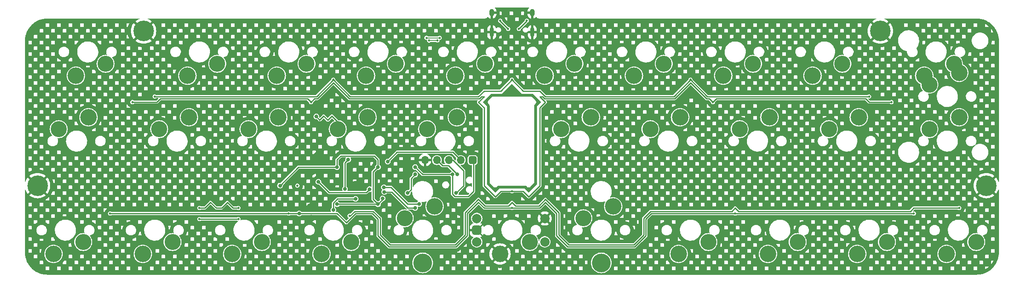
<source format=gbr>
%TF.GenerationSoftware,KiCad,Pcbnew,(7.0.0)*%
%TF.CreationDate,2024-03-02T19:03:31+01:00*%
%TF.ProjectId,kicad_tsuru,6b696361-645f-4747-9375-72752e6b6963,rev?*%
%TF.SameCoordinates,Original*%
%TF.FileFunction,Copper,L1,Top*%
%TF.FilePolarity,Positive*%
%FSLAX46Y46*%
G04 Gerber Fmt 4.6, Leading zero omitted, Abs format (unit mm)*
G04 Created by KiCad (PCBNEW (7.0.0)) date 2024-03-02 19:03:31*
%MOMM*%
%LPD*%
G01*
G04 APERTURE LIST*
G04 Aperture macros list*
%AMRoundRect*
0 Rectangle with rounded corners*
0 $1 Rounding radius*
0 $2 $3 $4 $5 $6 $7 $8 $9 X,Y pos of 4 corners*
0 Add a 4 corners polygon primitive as box body*
4,1,4,$2,$3,$4,$5,$6,$7,$8,$9,$2,$3,0*
0 Add four circle primitives for the rounded corners*
1,1,$1+$1,$2,$3*
1,1,$1+$1,$4,$5*
1,1,$1+$1,$6,$7*
1,1,$1+$1,$8,$9*
0 Add four rect primitives between the rounded corners*
20,1,$1+$1,$2,$3,$4,$5,0*
20,1,$1+$1,$4,$5,$6,$7,0*
20,1,$1+$1,$6,$7,$8,$9,0*
20,1,$1+$1,$8,$9,$2,$3,0*%
G04 Aperture macros list end*
%TA.AperFunction,ComponentPad*%
%ADD10C,3.420000*%
%TD*%
%TA.AperFunction,ComponentPad*%
%ADD11C,3.523634*%
%TD*%
%TA.AperFunction,ComponentPad*%
%ADD12C,2.000000*%
%TD*%
%TA.AperFunction,ComponentPad*%
%ADD13RoundRect,0.500000X-0.500000X-0.500000X0.500000X-0.500000X0.500000X0.500000X-0.500000X0.500000X0*%
%TD*%
%TA.AperFunction,ComponentPad*%
%ADD14RoundRect,0.425000X-0.425000X0.425000X-0.425000X-0.425000X0.425000X-0.425000X0.425000X0.425000X0*%
%TD*%
%TA.AperFunction,ComponentPad*%
%ADD15O,1.700000X1.700000*%
%TD*%
%TA.AperFunction,ComponentPad*%
%ADD16C,0.700000*%
%TD*%
%TA.AperFunction,ComponentPad*%
%ADD17C,4.400000*%
%TD*%
%TA.AperFunction,ComponentPad*%
%ADD18C,4.000000*%
%TD*%
%TA.AperFunction,ComponentPad*%
%ADD19O,1.000000X1.600000*%
%TD*%
%TA.AperFunction,ComponentPad*%
%ADD20O,0.900000X2.100000*%
%TD*%
%TA.AperFunction,ViaPad*%
%ADD21C,0.800000*%
%TD*%
%TA.AperFunction,ViaPad*%
%ADD22C,0.500000*%
%TD*%
%TA.AperFunction,Conductor*%
%ADD23C,0.250000*%
%TD*%
%TA.AperFunction,Conductor*%
%ADD24C,0.200000*%
%TD*%
G04 APERTURE END LIST*
D10*
%TO.P,MX19,1,1*%
%TO.N,c8*%
X215394375Y-69266250D03*
D11*
%TO.P,MX19,2,2*%
%TO.N,Net-(D10-A1)*%
X221744375Y-66726250D03*
%TD*%
D10*
%TO.P,MX6,1,1*%
%TO.N,c5*%
X161101875Y-55296250D03*
D11*
%TO.P,MX6,2,2*%
%TO.N,Net-(D3-A2)*%
X154751875Y-57836250D03*
%TD*%
D10*
%TO.P,MX30,1,1*%
%TO.N,c9*%
X246826875Y-93396250D03*
D11*
%TO.P,MX30,2,2*%
%TO.N,Net-(D15-A2)*%
X240476875Y-95936250D03*
%TD*%
D10*
%TO.P,MX31,1,1*%
%TO.N,Enc_direct_pin*%
X151576875Y-93396250D03*
D11*
%TO.P,MX31,2,2*%
%TO.N,GND*%
X145226875Y-95936250D03*
%TD*%
D10*
%TO.P,MX25,1,1*%
%TO.N,c4*%
X124906875Y-88316250D03*
D11*
%TO.P,MX25,2,2*%
%TO.N,Net-(D13-A1)*%
X131256875Y-85776250D03*
%TD*%
D10*
%TO.P,MX16,1,1*%
%TO.N,Net-(D8-A2)*%
X158244375Y-69266250D03*
D11*
%TO.P,MX16,2,2*%
%TO.N,c5*%
X164594375Y-66726250D03*
%TD*%
D10*
%TO.P,MX18,1,1*%
%TO.N,Net-(D9-A2)*%
X196344375Y-69266250D03*
D11*
%TO.P,MX18,2,2*%
%TO.N,c7*%
X202694375Y-66726250D03*
%TD*%
D10*
%TO.P,MX3,1,1*%
%TO.N,Net-(D2-A1)*%
X103951875Y-55296250D03*
D11*
%TO.P,MX3,2,2*%
%TO.N,c2*%
X97601875Y-57836250D03*
%TD*%
D12*
%TO.P,SW1,A,A*%
%TO.N,ENC_RIGHT*%
X140266875Y-88356250D03*
%TO.P,SW1,B,B*%
%TO.N,ENC_LEFT*%
X140266875Y-93356250D03*
D13*
%TO.P,SW1,C,C*%
%TO.N,GND*%
X140266875Y-90856250D03*
D12*
%TO.P,SW1,S1,S1*%
%TO.N,Enc_direct_pin*%
X154766875Y-93356250D03*
%TO.P,SW1,S2,S2*%
%TO.N,GND*%
X154766875Y-88356250D03*
%TD*%
D10*
%TO.P,MX5,1,1*%
%TO.N,Net-(D3-A1)*%
X142051875Y-55296250D03*
D11*
%TO.P,MX5,2,2*%
%TO.N,c4*%
X135701875Y-57836250D03*
%TD*%
D14*
%TO.P,J3,1,Pin_1*%
%TO.N,+3.3V*%
X139376875Y-75876250D03*
D15*
%TO.P,J3,2,Pin_2*%
%TO.N,SWDIO*%
X136836874Y-75876249D03*
%TO.P,J3,3,Pin_3*%
%TO.N,SWCLK*%
X134296874Y-75876249D03*
%TO.P,J3,4,Pin_4*%
%TO.N,NRST*%
X131756874Y-75876249D03*
%TO.P,J3,5,Pin_5*%
%TO.N,GND*%
X129216874Y-75876249D03*
%TD*%
D10*
%TO.P,MX12,1,1*%
%TO.N,Net-(D6-A2)*%
X72519375Y-69266250D03*
D11*
%TO.P,MX12,2,2*%
%TO.N,c1*%
X78869375Y-66726250D03*
%TD*%
D16*
%TO.P,H3,1,1*%
%TO.N,GND*%
X44913735Y-81331322D03*
X45397009Y-80164596D03*
X45397009Y-82498048D03*
X46563735Y-79681322D03*
D17*
X46563735Y-81331322D03*
D16*
X46563735Y-82981322D03*
X47730461Y-80164596D03*
X47730461Y-82498048D03*
X48213735Y-81331322D03*
%TD*%
D10*
%TO.P,MX24,1,1*%
%TO.N,c3*%
X113476875Y-93396250D03*
D11*
%TO.P,MX24,2,2*%
%TO.N,Net-(D12-A2)*%
X107126875Y-95936250D03*
%TD*%
D10*
%TO.P,MX22,1,1*%
%TO.N,c1*%
X75376875Y-93396250D03*
D11*
%TO.P,MX22,2,2*%
%TO.N,Net-(D11-A2)*%
X69026875Y-95936250D03*
%TD*%
D10*
%TO.P,MX29,1,1*%
%TO.N,Net-(D15-A1)*%
X227776875Y-93396250D03*
D11*
%TO.P,MX29,2,2*%
%TO.N,c8*%
X221426875Y-95936250D03*
%TD*%
D16*
%TO.P,H1,1,1*%
%TO.N,GND*%
X67535667Y-48291395D03*
X68018941Y-47124669D03*
X68018941Y-49458121D03*
X69185667Y-46641395D03*
D17*
X69185667Y-48291395D03*
D16*
X69185667Y-49941395D03*
X70352393Y-47124669D03*
X70352393Y-49458121D03*
X70835667Y-48291395D03*
%TD*%
D10*
%TO.P,MX17,1,1*%
%TO.N,c6*%
X177294375Y-69266250D03*
D11*
%TO.P,MX17,2,2*%
%TO.N,Net-(D9-A1)*%
X183644375Y-66726250D03*
%TD*%
D10*
%TO.P,MX15,1,1*%
%TO.N,c4*%
X129669375Y-69266250D03*
D11*
%TO.P,MX15,2,2*%
%TO.N,Net-(D8-A1)*%
X136019375Y-66726250D03*
%TD*%
D10*
%TO.P,MX21,1,1*%
%TO.N,Net-(D11-A1)*%
X56326875Y-93396250D03*
D11*
%TO.P,MX21,2,2*%
%TO.N,c0*%
X49976875Y-95936250D03*
%TD*%
D10*
%TO.P,MX27,1,1*%
%TO.N,Net-(D14-A1)*%
X189676875Y-93396250D03*
D11*
%TO.P,MX27,2,2*%
%TO.N,c6*%
X183326875Y-95936250D03*
%TD*%
D10*
%TO.P,MX7,1,1*%
%TO.N,Net-(D4-A1)*%
X180151875Y-55296250D03*
D11*
%TO.P,MX7,2,2*%
%TO.N,c6*%
X173801875Y-57836250D03*
%TD*%
D10*
%TO.P,MX26,1,1*%
%TO.N,Net-(D13-A2)*%
X163006875Y-88316250D03*
D11*
%TO.P,MX26,2,2*%
%TO.N,c5*%
X169356875Y-85776250D03*
%TD*%
D10*
%TO.P,MX20,1,1*%
%TO.N,Net-(D10-A2)*%
X236825625Y-69266250D03*
D11*
%TO.P,MX20,2,2*%
%TO.N,c9*%
X243175625Y-66726250D03*
%TD*%
D10*
%TO.P,MX4,1,1*%
%TO.N,c3*%
X123001875Y-55296250D03*
D11*
%TO.P,MX4,2,2*%
%TO.N,Net-(D2-A2)*%
X116651875Y-57836250D03*
%TD*%
D10*
%TO.P,MX32,1,1*%
%TO.N,Net-(D5-A2)*%
X236825625Y-59741250D03*
D11*
%TO.P,MX32,2,2*%
%TO.N,c9*%
X243175625Y-57201250D03*
%TD*%
D10*
%TO.P,MX14,1,1*%
%TO.N,Net-(D7-A2)*%
X110619375Y-69266250D03*
D11*
%TO.P,MX14,2,2*%
%TO.N,c3*%
X116969375Y-66726250D03*
%TD*%
D10*
%TO.P,MX23,1,1*%
%TO.N,Net-(D12-A1)*%
X94426875Y-93396250D03*
D11*
%TO.P,MX23,2,2*%
%TO.N,c2*%
X88076875Y-95936250D03*
%TD*%
D16*
%TO.P,H2,1,1*%
%TO.N,GND*%
X224698563Y-48291395D03*
X225181837Y-47124669D03*
X225181837Y-49458121D03*
X226348563Y-46641395D03*
D17*
X226348563Y-48291395D03*
D16*
X226348563Y-49941395D03*
X227515289Y-47124669D03*
X227515289Y-49458121D03*
X227998563Y-48291395D03*
%TD*%
%TO.P,H4,1,1*%
%TO.N,GND*%
X247320495Y-81331322D03*
X247803769Y-80164596D03*
X247803769Y-82498048D03*
X248970495Y-79681322D03*
D17*
X248970495Y-81331322D03*
D16*
X248970495Y-82981322D03*
X250137221Y-80164596D03*
X250137221Y-82498048D03*
X250620495Y-81331322D03*
%TD*%
D10*
%TO.P,MX1,1,1*%
%TO.N,Net-(D1-A1)*%
X61089375Y-55296250D03*
D11*
%TO.P,MX1,2,2*%
%TO.N,c0*%
X54739375Y-57836250D03*
%TD*%
D10*
%TO.P,MX28,1,1*%
%TO.N,c7*%
X208726875Y-93396250D03*
D11*
%TO.P,MX28,2,2*%
%TO.N,Net-(D14-A2)*%
X202376875Y-95936250D03*
%TD*%
D10*
%TO.P,MX10,1,1*%
%TO.N,c9*%
X242064375Y-55296250D03*
D11*
%TO.P,MX10,2,2*%
%TO.N,Net-(D5-A2)*%
X235714375Y-57836250D03*
%TD*%
D10*
%TO.P,MX2,1,1*%
%TO.N,c1*%
X84901875Y-55296250D03*
D11*
%TO.P,MX2,2,2*%
%TO.N,Net-(D1-A2)*%
X78551875Y-57836250D03*
%TD*%
D18*
%TO.P,S1,*%
%TO.N,*%
X166816875Y-97841250D03*
X128716875Y-97841250D03*
%TD*%
D10*
%TO.P,MX11,1,1*%
%TO.N,c0*%
X51088125Y-69266250D03*
D11*
%TO.P,MX11,2,2*%
%TO.N,Net-(D6-A1)*%
X57438125Y-66726250D03*
%TD*%
D10*
%TO.P,MX8,1,1*%
%TO.N,c7*%
X199201875Y-55296250D03*
D11*
%TO.P,MX8,2,2*%
%TO.N,Net-(D4-A2)*%
X192851875Y-57836250D03*
%TD*%
D10*
%TO.P,MX13,1,1*%
%TO.N,c2*%
X91569375Y-69266250D03*
D11*
%TO.P,MX13,2,2*%
%TO.N,Net-(D7-A1)*%
X97919375Y-66726250D03*
%TD*%
D10*
%TO.P,MX9,1,1*%
%TO.N,Net-(D5-A1)*%
X218251875Y-55296250D03*
D11*
%TO.P,MX9,2,2*%
%TO.N,c8*%
X211901875Y-57836250D03*
%TD*%
D19*
%TO.P,J1,S1,SHIELD*%
%TO.N,GND*%
X143446874Y-44373749D03*
D20*
X143446874Y-48553749D03*
D19*
X152086874Y-44373749D03*
D20*
X152086874Y-48553749D03*
%TD*%
D21*
%TO.N,+3.3V*%
X127129375Y-77362500D03*
%TO.N,NRST*%
X127129375Y-78950000D03*
%TO.N,+3.3V*%
X135066875Y-78950000D03*
X110460625Y-77362500D03*
X119191875Y-77362500D03*
X119191875Y-85300000D03*
X110460625Y-85300000D03*
X98291875Y-81331250D03*
X120166875Y-84081250D03*
%TO.N,GND*%
X123160625Y-86093750D03*
D22*
X98355976Y-71806266D03*
X136816875Y-86866250D03*
D21*
X125541875Y-77362500D03*
X125425146Y-81518250D03*
X104904375Y-88008875D03*
X104904375Y-86093750D03*
X125541875Y-79743750D03*
X104904375Y-78156250D03*
X106491875Y-74981250D03*
X114429375Y-81331250D03*
D22*
%TO.N,r0*%
X223966875Y-62281250D03*
X71566875Y-62281250D03*
X147766875Y-58709375D03*
X185866875Y-58709375D03*
X109666875Y-58709375D03*
%TO.N,r1*%
X190629375Y-63471875D03*
X66804375Y-63471875D03*
X228729375Y-63471875D03*
X147766875Y-82521875D03*
X104904375Y-63471875D03*
D21*
%TO.N,Net-(D7-A2)*%
X106036875Y-66566250D03*
D22*
%TO.N,r2*%
X62041875Y-87284375D03*
X100141875Y-87284375D03*
X147766875Y-86093750D03*
X195391875Y-87284375D03*
X233491875Y-87284375D03*
D21*
X102384249Y-87283703D03*
D22*
%TO.N,D-*%
X132366875Y-49746250D03*
X129536875Y-49746250D03*
%TO.N,D+*%
X131866875Y-50295750D03*
X130086875Y-50316250D03*
%TO.N,Net-(J1-CC2)*%
X150926875Y-46076250D03*
X149226875Y-47836250D03*
%TO.N,Net-(J1-CC1)*%
X146946875Y-47826250D03*
X145256875Y-46096250D03*
D21*
%TO.N,SWDIO*%
X121262375Y-76180673D03*
%TO.N,SWCLK*%
X135860625Y-82918750D03*
D22*
%TO.N,c0*%
X81091875Y-88475000D03*
X89426250Y-88475000D03*
%TO.N,c1*%
X81091875Y-86093750D03*
X89426250Y-86093750D03*
D21*
%TO.N,c3*%
X112163549Y-82055750D03*
X112841875Y-75775000D03*
D22*
%TO.N,c9*%
X113128261Y-87773021D03*
X243175625Y-86093750D03*
D21*
%TO.N,ENC_RIGHT*%
X120457097Y-81685567D03*
X127975976Y-85247149D03*
%TO.N,ENC_LEFT*%
X120542076Y-82681451D03*
X127129375Y-86093750D03*
%TO.N,BOOT0*%
X106491875Y-80537500D03*
X117394796Y-82094940D03*
D22*
X101991875Y-81331250D03*
D21*
%TO.N,NRST*%
X109666875Y-86559875D03*
X125541875Y-82918750D03*
X114403875Y-84187239D03*
X136066378Y-78950000D03*
%TD*%
D23*
%TO.N,+3.3V*%
X128716875Y-78950000D02*
X127129375Y-77362500D01*
X132685625Y-78950000D02*
X128716875Y-78950000D01*
X135066875Y-78950000D02*
X132685625Y-78950000D01*
%TO.N,NRST*%
X126266875Y-79812500D02*
X126335625Y-79743750D01*
X127129375Y-78950000D02*
X126335625Y-79743750D01*
%TO.N,+3.3V*%
X139588425Y-82548990D02*
X139588425Y-76087800D01*
X139588425Y-76087800D02*
X139376875Y-75876250D01*
X138493665Y-83643750D02*
X139588425Y-82548990D01*
X135560320Y-83643750D02*
X138493665Y-83643750D01*
X135066875Y-83150305D02*
X135560320Y-83643750D01*
X135066875Y-78950000D02*
X135066875Y-83150305D01*
X118119796Y-84227921D02*
X119191875Y-85300000D01*
X98291875Y-81331250D02*
X102260625Y-77362500D01*
X119191875Y-77362500D02*
X118119796Y-78434579D01*
X111254375Y-74981250D02*
X110460625Y-75775000D01*
X110460625Y-75775000D02*
X110460625Y-77362500D01*
X120166875Y-84081250D02*
X120166875Y-84325000D01*
X119191875Y-75775000D02*
X118398125Y-74981250D01*
X118119796Y-81331250D02*
X118119796Y-84227921D01*
X118398125Y-74981250D02*
X111254375Y-74981250D01*
X119191875Y-77362500D02*
X119191875Y-75775000D01*
X102260625Y-77362500D02*
X110460625Y-77362500D01*
X119191875Y-85300000D02*
X112048125Y-85300000D01*
X118119796Y-81331250D02*
X118119796Y-82640421D01*
X110460625Y-85300000D02*
X112048125Y-85300000D01*
X118119796Y-78434579D02*
X118119796Y-81331250D01*
X120166875Y-84325000D02*
X119191875Y-85300000D01*
%TO.N,GND*%
X140266875Y-90856250D02*
X141776875Y-92366250D01*
X140266875Y-90856250D02*
X141856875Y-89266250D01*
%TO.N,r0*%
X113238750Y-62281250D02*
X140623125Y-62281250D01*
X145385625Y-61090625D02*
X147766875Y-58709375D01*
X182295000Y-62281250D02*
X154910625Y-62281250D01*
X153720000Y-61090625D02*
X150148125Y-61090625D01*
X140623125Y-62281250D02*
X141813750Y-61090625D01*
X150148125Y-61090625D02*
X147766875Y-58709375D01*
X154910625Y-62281250D02*
X153720000Y-61090625D01*
X141813750Y-61090625D02*
X145385625Y-61090625D01*
X109666875Y-58709375D02*
X106095000Y-62281250D01*
X109666875Y-58709375D02*
X113238750Y-62281250D01*
X223966875Y-62281250D02*
X189438750Y-62281250D01*
X185866875Y-58709375D02*
X182295000Y-62281250D01*
X106095000Y-62281250D02*
X71566875Y-62281250D01*
X189438750Y-62281250D02*
X185866875Y-58709375D01*
%TO.N,r1*%
X106281396Y-62731250D02*
X109666875Y-59345771D01*
X154910625Y-63471875D02*
X153720000Y-64662500D01*
X228729375Y-63471875D02*
X223966875Y-63471875D01*
X72016875Y-63471875D02*
X66804375Y-63471875D01*
X153720000Y-81331250D02*
X151338750Y-83712500D01*
X223226250Y-62731250D02*
X222776250Y-62731250D01*
X185866875Y-59345771D02*
X182481396Y-62731250D01*
X223966875Y-63471875D02*
X223226250Y-62731250D01*
X113052354Y-62731250D02*
X140809521Y-62731250D01*
X141813750Y-64662500D02*
X141813750Y-81331250D01*
X191820000Y-62731250D02*
X191370000Y-62731250D01*
X104163750Y-62731250D02*
X103713750Y-62731250D01*
X145385625Y-82521875D02*
X147766875Y-82521875D01*
X104904375Y-63471875D02*
X105645000Y-62731250D01*
X189252354Y-62731250D02*
X185866875Y-59345771D01*
X189888750Y-62731250D02*
X189252354Y-62731250D01*
X182481396Y-62731250D02*
X154724229Y-62731250D01*
X140623125Y-63471875D02*
X141813750Y-64662500D01*
X141813750Y-81331250D02*
X144195000Y-83712500D01*
X104904375Y-63471875D02*
X104163750Y-62731250D01*
X151338750Y-83712500D02*
X150148125Y-82521875D01*
X154724229Y-62731250D02*
X154274229Y-62281250D01*
X154274229Y-62281250D02*
X153720000Y-62281250D01*
X109666875Y-59345771D02*
X113052354Y-62731250D01*
X103713750Y-62731250D02*
X73207500Y-62731250D01*
X190629375Y-63471875D02*
X189888750Y-62731250D01*
X73207500Y-62731250D02*
X72757500Y-62731250D01*
X222776250Y-62731250D02*
X192270000Y-62731250D01*
X141813750Y-62281250D02*
X140623125Y-63471875D01*
X105645000Y-62731250D02*
X106281396Y-62731250D01*
X192270000Y-62731250D02*
X191820000Y-62731250D01*
X153720000Y-62281250D02*
X154910625Y-63471875D01*
X150148125Y-82521875D02*
X147766875Y-82521875D01*
X191370000Y-62731250D02*
X190629375Y-63471875D01*
X153720000Y-64662500D02*
X153720000Y-81331250D01*
X140809521Y-62731250D02*
X141259521Y-62281250D01*
X72757500Y-62731250D02*
X72016875Y-63471875D01*
X144195000Y-83712500D02*
X145385625Y-82521875D01*
X141259521Y-62281250D02*
X141813750Y-62281250D01*
%TO.N,Net-(D7-A2)*%
X106036875Y-66566250D02*
X106751259Y-67280633D01*
X106751259Y-67280633D02*
X107583420Y-66448472D01*
X107583420Y-66448472D02*
X108476391Y-67341443D01*
X109369362Y-66448472D02*
X110619375Y-67698485D01*
X110619375Y-67698485D02*
X110619375Y-69266250D01*
X108476391Y-67341443D02*
X109369362Y-66448472D01*
%TO.N,r2*%
X114429375Y-87284375D02*
X112434063Y-89279688D01*
X119191875Y-92046875D02*
X119191875Y-88475000D01*
X118001250Y-87284375D02*
X114429375Y-87284375D01*
X159673125Y-94428125D02*
X173960625Y-94428125D01*
X157291875Y-87284375D02*
X157291875Y-92046875D01*
X154910625Y-84903125D02*
X157291875Y-87284375D01*
X157291875Y-92046875D02*
X159673125Y-94428125D01*
X147766875Y-86093750D02*
X141813750Y-86093750D01*
X138241875Y-92046875D02*
X135860625Y-94428125D01*
X176341875Y-88475000D02*
X177532500Y-87284375D01*
X138241875Y-87284375D02*
X138241875Y-92046875D01*
X101729375Y-87284375D02*
X100141875Y-87284375D01*
X147766875Y-86093750D02*
X153720000Y-86093750D01*
X110438750Y-87284375D02*
X101729375Y-87284375D01*
X101730047Y-87283703D02*
X101729375Y-87284375D01*
X62041875Y-87284375D02*
X100141875Y-87284375D01*
X173960625Y-94428125D02*
X176341875Y-92046875D01*
X121573125Y-94428125D02*
X119191875Y-92046875D01*
X195391875Y-87284375D02*
X233491875Y-87284375D01*
X141813750Y-86093750D02*
X140623125Y-84903125D01*
X153720000Y-86093750D02*
X154910625Y-84903125D01*
X102384249Y-87283703D02*
X101730047Y-87283703D01*
X112434063Y-89279688D02*
X110438750Y-87284375D01*
X177532500Y-87284375D02*
X195391875Y-87284375D01*
X135860625Y-94428125D02*
X121573125Y-94428125D01*
X176341875Y-92046875D02*
X176341875Y-88475000D01*
X140623125Y-84903125D02*
X138241875Y-87284375D01*
X119191875Y-88475000D02*
X118001250Y-87284375D01*
D24*
%TO.N,D-*%
X132366875Y-49746250D02*
X129536875Y-49746250D01*
%TO.N,D+*%
X130107375Y-50295750D02*
X130086875Y-50316250D01*
X131866875Y-50295750D02*
X130107375Y-50295750D01*
D23*
%TO.N,Net-(J1-CC2)*%
X150926875Y-46136250D02*
X150926875Y-46076250D01*
X149226875Y-47836250D02*
X150926875Y-46136250D01*
%TO.N,Net-(J1-CC1)*%
X145256875Y-46136250D02*
X145256875Y-46096250D01*
X146946875Y-47826250D02*
X145256875Y-46136250D01*
%TO.N,SWDIO*%
X121262375Y-76180673D02*
X123267898Y-74175150D01*
X135135775Y-74175150D02*
X136836875Y-75876250D01*
X123267898Y-74175150D02*
X135135775Y-74175150D01*
%TO.N,SWCLK*%
X134296875Y-75876250D02*
X135175174Y-75876250D01*
X137448125Y-78149201D02*
X137448125Y-81331250D01*
X137448125Y-81331250D02*
X135860625Y-82918750D01*
X135175174Y-75876250D02*
X137448125Y-78149201D01*
%TO.N,c0*%
X89426250Y-88475000D02*
X81091875Y-88475000D01*
%TO.N,c1*%
X82282500Y-86093750D02*
X81091875Y-86093750D01*
X84663750Y-86093750D02*
X83473125Y-84903125D01*
X87045000Y-84903125D02*
X85854375Y-86093750D01*
X83473125Y-84903125D02*
X82282500Y-86093750D01*
X89426250Y-86093750D02*
X88235625Y-86093750D01*
X85854375Y-86093750D02*
X84663750Y-86093750D01*
X88235625Y-86093750D02*
X87045000Y-84903125D01*
%TO.N,c3*%
X112163549Y-76453326D02*
X112841875Y-75775000D01*
X112163549Y-80537500D02*
X112163549Y-76453326D01*
X112163549Y-82055750D02*
X112163549Y-80537500D01*
%TO.N,c9*%
X137791875Y-91860479D02*
X135674229Y-93978125D01*
X195391875Y-86093750D02*
X194651250Y-86834375D01*
X173774229Y-93978125D02*
X159859521Y-93978125D01*
X147766875Y-84903125D02*
X147026250Y-85643750D01*
X114242979Y-86834375D02*
X113238750Y-87838604D01*
X137791875Y-87097979D02*
X137791875Y-91860479D01*
X140623125Y-84266729D02*
X137791875Y-87097979D01*
X119641875Y-88288604D02*
X118187646Y-86834375D01*
X142000146Y-85643750D02*
X140623125Y-84266729D01*
X148507500Y-85643750D02*
X147766875Y-84903125D01*
X194651250Y-86834375D02*
X177346104Y-86834375D01*
X233491875Y-86093750D02*
X232751250Y-86834375D01*
X153533604Y-85643750D02*
X148507500Y-85643750D01*
X232751250Y-86834375D02*
X196132500Y-86834375D01*
X119641875Y-91860479D02*
X119641875Y-88288604D01*
X175891875Y-88288604D02*
X175891875Y-91860479D01*
X154910625Y-84266729D02*
X153533604Y-85643750D01*
X243175625Y-86093750D02*
X233491875Y-86093750D01*
X196132500Y-86834375D02*
X195391875Y-86093750D01*
X113238750Y-87838604D02*
X113173167Y-87773021D01*
X113173167Y-87773021D02*
X113128261Y-87773021D01*
X121759521Y-93978125D02*
X119641875Y-91860479D01*
X177346104Y-86834375D02*
X175891875Y-88288604D01*
X159859521Y-93978125D02*
X157741875Y-91860479D01*
X157741875Y-87097979D02*
X154910625Y-84266729D01*
X175891875Y-91860479D02*
X173774229Y-93978125D01*
X147026250Y-85643750D02*
X142000146Y-85643750D01*
X118187646Y-86834375D02*
X114242979Y-86834375D01*
X157741875Y-91860479D02*
X157741875Y-87097979D01*
X135674229Y-93978125D02*
X121759521Y-93978125D01*
%TO.N,ENC_RIGHT*%
X120457097Y-81685567D02*
X121927442Y-81685567D01*
X121927442Y-81685567D02*
X125489024Y-85247149D01*
X125489024Y-85247149D02*
X127975976Y-85247149D01*
%TO.N,ENC_LEFT*%
X122129576Y-82681451D02*
X125541875Y-86093750D01*
X120542076Y-82681451D02*
X122129576Y-82681451D01*
X125541875Y-86093750D02*
X127129375Y-86093750D01*
%TO.N,BOOT0*%
X116708986Y-82780750D02*
X108735125Y-82780750D01*
X117394796Y-82094940D02*
X116708986Y-82780750D01*
X108735125Y-82780750D02*
X106491875Y-80537500D01*
%TO.N,NRST*%
X136066378Y-78924198D02*
X134193430Y-77051250D01*
X110548081Y-84187239D02*
X109666875Y-85068445D01*
X132931875Y-77051250D02*
X131756875Y-75876250D01*
X114403875Y-84187239D02*
X110548081Y-84187239D01*
X136066378Y-78950000D02*
X136066378Y-78924198D01*
X109666875Y-85068445D02*
X109666875Y-86559875D01*
X125541875Y-82918750D02*
X126266875Y-82193750D01*
X134193430Y-77051250D02*
X132931875Y-77051250D01*
X126266875Y-82193750D02*
X126266875Y-79812500D01*
%TD*%
%TA.AperFunction,NonConductor*%
G36*
X147811150Y-59646553D02*
G01*
X149850714Y-61685960D01*
X152206082Y-61685960D01*
X152250276Y-61704266D01*
X153767918Y-63221893D01*
X153973714Y-63427686D01*
X153989891Y-63455705D01*
X153989889Y-63488059D01*
X153973710Y-63516078D01*
X153129127Y-64360518D01*
X153129125Y-64360520D01*
X153124772Y-64364873D01*
X153124772Y-64371032D01*
X153124772Y-81007779D01*
X153106468Y-81051971D01*
X151383192Y-82775408D01*
X151355174Y-82791586D01*
X151322821Y-82791587D01*
X151294802Y-82775410D01*
X150454818Y-81935426D01*
X150446028Y-81926636D01*
X150433599Y-81926635D01*
X150433597Y-81926635D01*
X145094358Y-81926587D01*
X145088202Y-81926587D01*
X145083849Y-81930939D01*
X145083849Y-81930940D01*
X144239424Y-82775410D01*
X144211406Y-82791587D01*
X144179053Y-82791588D01*
X144151035Y-82775411D01*
X142427595Y-81051971D01*
X142409289Y-81007777D01*
X142409289Y-64377305D01*
X142409289Y-64364873D01*
X141560510Y-63516077D01*
X141542208Y-63471888D01*
X142612576Y-63471888D01*
X142612969Y-63475376D01*
X142612969Y-63475377D01*
X142624808Y-63580472D01*
X142624809Y-63580477D01*
X142625202Y-63583964D01*
X142626359Y-63587272D01*
X142626361Y-63587278D01*
X142661294Y-63687110D01*
X142661296Y-63687115D01*
X142662453Y-63690420D01*
X142664319Y-63693389D01*
X142720593Y-63782946D01*
X142720596Y-63782950D01*
X142722460Y-63785916D01*
X142724940Y-63788396D01*
X142724941Y-63788397D01*
X142762267Y-63825721D01*
X142855473Y-63918927D01*
X142859590Y-63923469D01*
X142866605Y-63932016D01*
X142867880Y-63933622D01*
X142924521Y-64007444D01*
X142930054Y-64016026D01*
X142946264Y-64046350D01*
X142948887Y-64051894D01*
X142975982Y-64117300D01*
X142978049Y-64123077D01*
X142988030Y-64155979D01*
X142990186Y-64165964D01*
X143002375Y-64258544D01*
X143002609Y-64260570D01*
X143003650Y-64271141D01*
X143003951Y-64277262D01*
X143003951Y-80528847D01*
X143003950Y-80528854D01*
X143003945Y-80528854D01*
X143003957Y-80578147D01*
X143004555Y-80581151D01*
X143004556Y-80581160D01*
X143022607Y-80671831D01*
X143022608Y-80671836D01*
X143023206Y-80674837D01*
X143060935Y-80765918D01*
X143115696Y-80847897D01*
X143117860Y-80850062D01*
X143117861Y-80850063D01*
X143150471Y-80882687D01*
X143148679Y-80884477D01*
X143148683Y-80884480D01*
X143150473Y-80882691D01*
X143840748Y-81572966D01*
X143840796Y-81573038D01*
X143840809Y-81573026D01*
X143841162Y-81573380D01*
X143841162Y-81573379D01*
X143841233Y-81573450D01*
X143841306Y-81573480D01*
X143841419Y-81573573D01*
X143881069Y-81613220D01*
X143976563Y-81673219D01*
X144083014Y-81710467D01*
X144195083Y-81723096D01*
X144307154Y-81710474D01*
X144413606Y-81673233D01*
X144509105Y-81613241D01*
X144548910Y-81573444D01*
X144551144Y-81575679D01*
X144551147Y-81575676D01*
X144548913Y-81573443D01*
X144548914Y-81573443D01*
X144642140Y-81480211D01*
X144646646Y-81476128D01*
X144655272Y-81469047D01*
X144656706Y-81467909D01*
X144730662Y-81411165D01*
X144739219Y-81405648D01*
X144769538Y-81389439D01*
X144775049Y-81386833D01*
X144840547Y-81359700D01*
X144846274Y-81357650D01*
X144879172Y-81347670D01*
X144889123Y-81345520D01*
X144981895Y-81333306D01*
X144983847Y-81333081D01*
X144992276Y-81332251D01*
X144994300Y-81332052D01*
X145000422Y-81331751D01*
X150533365Y-81331772D01*
X150539447Y-81332071D01*
X150550564Y-81333167D01*
X150552430Y-81333381D01*
X150644693Y-81345529D01*
X150654655Y-81347681D01*
X150687765Y-81357725D01*
X150693526Y-81359787D01*
X150758711Y-81386788D01*
X150764244Y-81389404D01*
X150794745Y-81405707D01*
X150803326Y-81411240D01*
X150877084Y-81467836D01*
X150878669Y-81469094D01*
X150887240Y-81476128D01*
X150891785Y-81480247D01*
X150984512Y-81572974D01*
X150984563Y-81573050D01*
X150984576Y-81573038D01*
X150984910Y-81573373D01*
X150984922Y-81573391D01*
X150984894Y-81573420D01*
X150985037Y-81573563D01*
X151022284Y-81610819D01*
X151022286Y-81610821D01*
X151024769Y-81613304D01*
X151120272Y-81673322D01*
X151226737Y-81710579D01*
X151230226Y-81710972D01*
X151334367Y-81722703D01*
X151338824Y-81723205D01*
X151450910Y-81710568D01*
X151557372Y-81673301D01*
X151652869Y-81613273D01*
X151692656Y-81573468D01*
X151692672Y-81573458D01*
X151692671Y-81573457D01*
X151864353Y-81401775D01*
X152382952Y-80883174D01*
X152383029Y-80883130D01*
X152383013Y-80883114D01*
X152383367Y-80882761D01*
X152383381Y-80882775D01*
X152418238Y-80847917D01*
X152473011Y-80765939D01*
X152510736Y-80674849D01*
X152529964Y-80578150D01*
X152529959Y-80528854D01*
X152529959Y-80528354D01*
X152529959Y-64277368D01*
X152530258Y-64271265D01*
X152531346Y-64260211D01*
X152531559Y-64258363D01*
X152543736Y-64165932D01*
X152545887Y-64155976D01*
X152555864Y-64123085D01*
X152557914Y-64117355D01*
X152585045Y-64051847D01*
X152587640Y-64046359D01*
X152603849Y-64016030D01*
X152609368Y-64007471D01*
X152666349Y-63933205D01*
X152667527Y-63931720D01*
X152674210Y-63923575D01*
X152678303Y-63919060D01*
X152771538Y-63825825D01*
X152771579Y-63825797D01*
X152771588Y-63825806D01*
X152811466Y-63785930D01*
X152871475Y-63690429D01*
X152908726Y-63583968D01*
X152921353Y-63471888D01*
X152908721Y-63359808D01*
X152871464Y-63253349D01*
X152811451Y-63157851D01*
X152771642Y-63118048D01*
X152771642Y-63118047D01*
X152771571Y-63117976D01*
X152771572Y-63117976D01*
X152771218Y-63117623D01*
X152080974Y-62427378D01*
X152080949Y-62427346D01*
X152080955Y-62427341D01*
X152074547Y-62420934D01*
X152048267Y-62394660D01*
X152048264Y-62394657D01*
X152046094Y-62392488D01*
X152043541Y-62390782D01*
X152043538Y-62390780D01*
X151966670Y-62339428D01*
X151966663Y-62339424D01*
X151964115Y-62337722D01*
X151961273Y-62336545D01*
X151875871Y-62301174D01*
X151875870Y-62301173D01*
X151873029Y-62299997D01*
X151870019Y-62299398D01*
X151870012Y-62299396D01*
X151779345Y-62281360D01*
X151776334Y-62280761D01*
X151773271Y-62280760D01*
X151773263Y-62280760D01*
X151727138Y-62280758D01*
X143806898Y-62280758D01*
X143806871Y-62280755D01*
X143806871Y-62280750D01*
X143806836Y-62280750D01*
X143760645Y-62280751D01*
X143760636Y-62280751D01*
X143757576Y-62280752D01*
X143754573Y-62281349D01*
X143754567Y-62281350D01*
X143663893Y-62299390D01*
X143663885Y-62299392D01*
X143660881Y-62299990D01*
X143658044Y-62301164D01*
X143658041Y-62301166D01*
X143572634Y-62336545D01*
X143572630Y-62336546D01*
X143569796Y-62337721D01*
X143567249Y-62339422D01*
X143567241Y-62339427D01*
X143490377Y-62390786D01*
X143490371Y-62390790D01*
X143487822Y-62392494D01*
X143485655Y-62394660D01*
X143485650Y-62394665D01*
X143453036Y-62427279D01*
X143453036Y-62427278D01*
X142762353Y-63117960D01*
X142762348Y-63117965D01*
X142762268Y-63118046D01*
X142762253Y-63118081D01*
X142762202Y-63118142D01*
X142722476Y-63157865D01*
X142720610Y-63160834D01*
X142720607Y-63160838D01*
X142664330Y-63250387D01*
X142664326Y-63250394D01*
X142662464Y-63253358D01*
X142661308Y-63256661D01*
X142661304Y-63256670D01*
X142626365Y-63356504D01*
X142626363Y-63356509D01*
X142625208Y-63359812D01*
X142624816Y-63363289D01*
X142624815Y-63363294D01*
X142615824Y-63443068D01*
X142612576Y-63471888D01*
X141542208Y-63471888D01*
X141542206Y-63471884D01*
X141560512Y-63427690D01*
X141737829Y-63250375D01*
X143283956Y-61704263D01*
X143328144Y-61685959D01*
X145683516Y-61685945D01*
X147722763Y-59646555D01*
X147766956Y-59628249D01*
X147811150Y-59646553D01*
G37*
%TD.AperFunction*%
%TA.AperFunction,Conductor*%
%TO.N,GND*%
G36*
X118281605Y-75325056D02*
G01*
X118848069Y-75891520D01*
X118866375Y-75935714D01*
X118866375Y-76824529D01*
X118859930Y-76852172D01*
X118841923Y-76874112D01*
X118834424Y-76879868D01*
X118766837Y-76931728D01*
X118766833Y-76931731D01*
X118763593Y-76934218D01*
X118761106Y-76937458D01*
X118761102Y-76937463D01*
X118669829Y-77056412D01*
X118669824Y-77056419D01*
X118667339Y-77059659D01*
X118665774Y-77063435D01*
X118665771Y-77063442D01*
X118608399Y-77201951D01*
X118608397Y-77201955D01*
X118606831Y-77205738D01*
X118606296Y-77209798D01*
X118606296Y-77209800D01*
X118587518Y-77352437D01*
X118586193Y-77362500D01*
X118586728Y-77366563D01*
X118586728Y-77366565D01*
X118599079Y-77460388D01*
X118596297Y-77488635D01*
X118581308Y-77512739D01*
X117901613Y-78192434D01*
X117897595Y-78196117D01*
X117870788Y-78218611D01*
X117870786Y-78218612D01*
X117866602Y-78222124D01*
X117863870Y-78226854D01*
X117863867Y-78226859D01*
X117846373Y-78257158D01*
X117843447Y-78261751D01*
X117823379Y-78290413D01*
X117823376Y-78290418D01*
X117820242Y-78294895D01*
X117818827Y-78300173D01*
X117818823Y-78300183D01*
X117818605Y-78300999D01*
X117812368Y-78316058D01*
X117811944Y-78316792D01*
X117811941Y-78316799D01*
X117809208Y-78321534D01*
X117808258Y-78326918D01*
X117808258Y-78326920D01*
X117802184Y-78361361D01*
X117801005Y-78366679D01*
X117791946Y-78400491D01*
X117791945Y-78400496D01*
X117790532Y-78405772D01*
X117791008Y-78411214D01*
X117791008Y-78411216D01*
X117794058Y-78446073D01*
X117794296Y-78451520D01*
X117794296Y-81518574D01*
X117779674Y-81558747D01*
X117742651Y-81580124D01*
X117700656Y-81572720D01*
X117697637Y-81570404D01*
X117693856Y-81568838D01*
X117693853Y-81568836D01*
X117555344Y-81511464D01*
X117555342Y-81511463D01*
X117551558Y-81509896D01*
X117547495Y-81509361D01*
X117398860Y-81489793D01*
X117394796Y-81489258D01*
X117390732Y-81489793D01*
X117242096Y-81509361D01*
X117242094Y-81509361D01*
X117238034Y-81509896D01*
X117234251Y-81511462D01*
X117234247Y-81511464D01*
X117095738Y-81568836D01*
X117095731Y-81568839D01*
X117091955Y-81570404D01*
X117088715Y-81572889D01*
X117088708Y-81572894D01*
X116969758Y-81664168D01*
X116969754Y-81664171D01*
X116966514Y-81666658D01*
X116964027Y-81669898D01*
X116964024Y-81669902D01*
X116872750Y-81788852D01*
X116872745Y-81788859D01*
X116870260Y-81792099D01*
X116868695Y-81795875D01*
X116868692Y-81795882D01*
X116811320Y-81934391D01*
X116811318Y-81934395D01*
X116809752Y-81938178D01*
X116809217Y-81942238D01*
X116809217Y-81942240D01*
X116793738Y-82059814D01*
X116789114Y-82094940D01*
X116789649Y-82099004D01*
X116802001Y-82192827D01*
X116799219Y-82221075D01*
X116784230Y-82245179D01*
X116592466Y-82436944D01*
X116572190Y-82450492D01*
X116548272Y-82455250D01*
X112739915Y-82455250D01*
X112699742Y-82440628D01*
X112678365Y-82403605D01*
X112685768Y-82361610D01*
X112688085Y-82358591D01*
X112748593Y-82212512D01*
X112769231Y-82055750D01*
X112748593Y-81898988D01*
X112688085Y-81752909D01*
X112685595Y-81749664D01*
X112685594Y-81749662D01*
X112594321Y-81630713D01*
X112594320Y-81630712D01*
X112591831Y-81627468D01*
X112513500Y-81567362D01*
X112495494Y-81545422D01*
X112489049Y-81517779D01*
X112489049Y-80749251D01*
X116321961Y-80749251D01*
X116375152Y-80802442D01*
X116999659Y-80802442D01*
X117032776Y-80791200D01*
X117036690Y-80790013D01*
X117045188Y-80787735D01*
X117046296Y-80786628D01*
X117046296Y-80056543D01*
X117030483Y-80040730D01*
X116375152Y-80040730D01*
X116321961Y-80093920D01*
X116321961Y-80749251D01*
X112489049Y-80749251D01*
X112489049Y-80499306D01*
X113847088Y-80499306D01*
X113859379Y-80489219D01*
X113869567Y-80482412D01*
X114034605Y-80394197D01*
X114045924Y-80389508D01*
X114224999Y-80335186D01*
X114237016Y-80332796D01*
X114423249Y-80314454D01*
X114435501Y-80314454D01*
X114608800Y-80331522D01*
X114608800Y-80093920D01*
X114555609Y-80040730D01*
X113900278Y-80040730D01*
X113847088Y-80093920D01*
X113847088Y-80499306D01*
X112489049Y-80499306D01*
X112489049Y-79511814D01*
X115084524Y-79511814D01*
X115137715Y-79565005D01*
X115793046Y-79565005D01*
X115846236Y-79511814D01*
X115846236Y-78856483D01*
X115793046Y-78803293D01*
X115137715Y-78803293D01*
X115084524Y-78856483D01*
X115084524Y-79511814D01*
X112489049Y-79511814D01*
X112489049Y-78274377D01*
X113847088Y-78274377D01*
X113900278Y-78327568D01*
X114555609Y-78327568D01*
X114608800Y-78274377D01*
X116321961Y-78274377D01*
X116375152Y-78327568D01*
X117030482Y-78327568D01*
X117051060Y-78306989D01*
X117066832Y-78217526D01*
X117068011Y-78212207D01*
X117070745Y-78201996D01*
X117072578Y-78191612D01*
X117073757Y-78186294D01*
X117083673Y-78149288D01*
X117083673Y-77619046D01*
X117030483Y-77565856D01*
X116375152Y-77565856D01*
X116321961Y-77619046D01*
X116321961Y-78274377D01*
X114608800Y-78274377D01*
X114608800Y-77619046D01*
X114555609Y-77565856D01*
X113900278Y-77565856D01*
X113847088Y-77619046D01*
X113847088Y-78274377D01*
X112489049Y-78274377D01*
X112489049Y-77036940D01*
X115084524Y-77036940D01*
X115137715Y-77090131D01*
X115793046Y-77090131D01*
X115846236Y-77036940D01*
X117559398Y-77036940D01*
X117612589Y-77090131D01*
X117868670Y-77090131D01*
X117881796Y-77024138D01*
X117882725Y-77020154D01*
X117886948Y-77004394D01*
X117888135Y-77000481D01*
X117914329Y-76923318D01*
X117915770Y-76919490D01*
X117976278Y-76773411D01*
X117977965Y-76769688D01*
X118013992Y-76696627D01*
X118015919Y-76693021D01*
X118024076Y-76678891D01*
X118026236Y-76675416D01*
X118071526Y-76607631D01*
X118073909Y-76604306D01*
X118118375Y-76546356D01*
X118118375Y-76328419D01*
X117612589Y-76328419D01*
X117559398Y-76381610D01*
X117559398Y-77036940D01*
X115846236Y-77036940D01*
X115846236Y-76381610D01*
X115793046Y-76328419D01*
X115137715Y-76328419D01*
X115084524Y-76381610D01*
X115084524Y-77036940D01*
X112489049Y-77036940D01*
X112489049Y-76614040D01*
X112507355Y-76569846D01*
X112541379Y-76535822D01*
X112691636Y-76385563D01*
X112715738Y-76370576D01*
X112743985Y-76367794D01*
X112841875Y-76380682D01*
X112998637Y-76360044D01*
X113144716Y-76299536D01*
X113270157Y-76203282D01*
X113366411Y-76077841D01*
X113426919Y-75931762D01*
X113447557Y-75775000D01*
X113426919Y-75618238D01*
X113366411Y-75472159D01*
X113363918Y-75468911D01*
X113363917Y-75468908D01*
X113316642Y-75407297D01*
X113303965Y-75363803D01*
X113324003Y-75323170D01*
X113366227Y-75306750D01*
X118237411Y-75306750D01*
X118281605Y-75325056D01*
G37*
%TD.AperFunction*%
%TA.AperFunction,Conductor*%
G36*
X151399821Y-43242480D02*
G01*
X151422810Y-43271042D01*
X151425825Y-43307582D01*
X151407830Y-43339525D01*
X151326500Y-43416834D01*
X151322394Y-43421618D01*
X151209829Y-43583343D01*
X151206768Y-43588858D01*
X151129062Y-43769935D01*
X151127178Y-43775941D01*
X151087513Y-43968953D01*
X151086875Y-43975233D01*
X151086875Y-44111319D01*
X151090516Y-44120108D01*
X151099306Y-44123750D01*
X152274375Y-44123750D01*
X152318569Y-44142056D01*
X152336875Y-44186250D01*
X152336875Y-45638082D01*
X152338860Y-45644804D01*
X152342810Y-45645341D01*
X152526565Y-45577286D01*
X152532234Y-45574505D01*
X152699444Y-45470282D01*
X152704436Y-45466418D01*
X152847249Y-45330664D01*
X152851359Y-45325877D01*
X152866845Y-45303628D01*
X152898804Y-45279898D01*
X152938607Y-45280276D01*
X152970110Y-45304608D01*
X152992648Y-45338339D01*
X152994356Y-45340895D01*
X153098888Y-45445430D01*
X153221805Y-45527564D01*
X153358384Y-45584138D01*
X153503376Y-45612981D01*
X153577191Y-45612981D01*
X153577192Y-45612981D01*
X153577193Y-45612982D01*
X153577292Y-45612982D01*
X225457704Y-45612982D01*
X225498438Y-45628079D01*
X225519492Y-45666078D01*
X225510696Y-45708620D01*
X225476298Y-45735152D01*
X225391188Y-45761673D01*
X225387655Y-45763013D01*
X225093228Y-45895523D01*
X225089907Y-45897267D01*
X224813599Y-46064301D01*
X224810501Y-46066439D01*
X224630574Y-46207402D01*
X224626507Y-46213047D01*
X224629865Y-46219144D01*
X226342742Y-47932021D01*
X226348563Y-47935382D01*
X226354383Y-47932021D01*
X228067259Y-46219144D01*
X228070617Y-46213047D01*
X228066550Y-46207402D01*
X227886624Y-46066439D01*
X227883526Y-46064301D01*
X227607218Y-45897267D01*
X227603897Y-45895523D01*
X227309470Y-45763013D01*
X227305937Y-45761673D01*
X227220828Y-45735152D01*
X227186430Y-45708620D01*
X227177634Y-45666078D01*
X227198688Y-45628079D01*
X227239422Y-45612982D01*
X246886027Y-45612982D01*
X246888751Y-45613040D01*
X247078864Y-45621337D01*
X247078864Y-45621381D01*
X247079023Y-45621345D01*
X247306654Y-45631873D01*
X247311884Y-45632338D01*
X247517928Y-45659460D01*
X247730615Y-45689125D01*
X247735471Y-45690000D01*
X247941581Y-45735690D01*
X247942008Y-45735788D01*
X248147688Y-45784161D01*
X248152138Y-45785383D01*
X248346961Y-45846808D01*
X248354662Y-45849236D01*
X248355716Y-45849579D01*
X248554515Y-45916207D01*
X248558556Y-45917719D01*
X248755425Y-45999262D01*
X248756740Y-45999825D01*
X248947835Y-46084199D01*
X248951435Y-46085928D01*
X249140910Y-46184559D01*
X249142356Y-46185339D01*
X249324526Y-46286804D01*
X249327649Y-46288667D01*
X249507971Y-46403543D01*
X249509662Y-46404660D01*
X249681490Y-46522363D01*
X249684169Y-46524307D01*
X249853917Y-46654558D01*
X249855784Y-46656049D01*
X250015836Y-46788954D01*
X250018132Y-46790957D01*
X250105073Y-46870623D01*
X250175954Y-46935572D01*
X250177888Y-46937424D01*
X250265688Y-47025223D01*
X250324947Y-47084482D01*
X250326833Y-47086452D01*
X250471434Y-47244257D01*
X250473437Y-47246553D01*
X250546348Y-47334355D01*
X250606343Y-47406604D01*
X250607816Y-47408450D01*
X250738066Y-47578195D01*
X250740041Y-47580917D01*
X250763198Y-47614723D01*
X250857711Y-47752696D01*
X250858860Y-47754436D01*
X250973698Y-47934696D01*
X250975587Y-47937864D01*
X251077052Y-48120029D01*
X251077884Y-48121574D01*
X251090343Y-48145508D01*
X251176448Y-48310917D01*
X251178185Y-48314531D01*
X251180384Y-48319511D01*
X251262280Y-48504991D01*
X251262561Y-48505626D01*
X251263129Y-48506954D01*
X251344677Y-48703834D01*
X251346194Y-48707890D01*
X251412804Y-48906636D01*
X251413151Y-48907703D01*
X251477005Y-49110227D01*
X251478238Y-49114713D01*
X251526553Y-49320151D01*
X251526732Y-49320932D01*
X251572391Y-49526895D01*
X251573273Y-49531788D01*
X251602923Y-49744360D01*
X251602987Y-49744837D01*
X251630055Y-49950459D01*
X251630523Y-49955731D01*
X251641229Y-50187392D01*
X251641232Y-50187553D01*
X251641237Y-50187553D01*
X251649340Y-50373225D01*
X251649399Y-50375951D01*
X251649072Y-80440992D01*
X251633974Y-80481725D01*
X251595976Y-80502780D01*
X251553434Y-80493983D01*
X251526902Y-80459585D01*
X251500216Y-80373947D01*
X251498876Y-80370414D01*
X251366366Y-80075987D01*
X251364622Y-80072666D01*
X251197588Y-79796358D01*
X251195450Y-79793260D01*
X251054485Y-79613332D01*
X251048841Y-79609266D01*
X251042744Y-79612624D01*
X249332838Y-81322531D01*
X249329197Y-81331322D01*
X249332838Y-81340112D01*
X251042744Y-83050018D01*
X251048841Y-83053376D01*
X251054486Y-83049310D01*
X251195450Y-82869383D01*
X251197588Y-82866285D01*
X251364622Y-82589977D01*
X251366366Y-82586656D01*
X251498876Y-82292229D01*
X251500216Y-82288696D01*
X251526883Y-82203120D01*
X251553415Y-82168722D01*
X251595957Y-82159926D01*
X251633956Y-82180980D01*
X251649053Y-82221715D01*
X251648908Y-95617395D01*
X251648848Y-95620123D01*
X251640091Y-95820517D01*
X251640084Y-95820670D01*
X251630082Y-96037309D01*
X251629614Y-96042586D01*
X251601418Y-96256721D01*
X251601353Y-96257199D01*
X251572892Y-96461187D01*
X251572010Y-96466079D01*
X251525189Y-96677246D01*
X251525011Y-96678028D01*
X251477921Y-96878223D01*
X251476688Y-96882707D01*
X251411591Y-97089153D01*
X251411244Y-97090221D01*
X251345953Y-97285009D01*
X251344435Y-97289065D01*
X251261553Y-97489152D01*
X251260985Y-97490479D01*
X251178051Y-97678295D01*
X251176315Y-97681909D01*
X251076299Y-97874031D01*
X251075462Y-97875584D01*
X250975575Y-98054910D01*
X250973686Y-98058079D01*
X250857296Y-98240771D01*
X250856146Y-98242511D01*
X250740142Y-98411851D01*
X250738165Y-98414577D01*
X250656509Y-98520993D01*
X250606288Y-98586439D01*
X250604818Y-98588281D01*
X250574810Y-98624419D01*
X250473703Y-98746174D01*
X250471700Y-98748470D01*
X250325320Y-98908214D01*
X250323434Y-98910183D01*
X250178340Y-99055275D01*
X250176370Y-99057161D01*
X250016652Y-99203515D01*
X250014356Y-99205518D01*
X249856471Y-99336624D01*
X249854590Y-99338126D01*
X249682722Y-99470004D01*
X249679996Y-99471981D01*
X249510703Y-99587951D01*
X249508963Y-99589101D01*
X249326239Y-99705510D01*
X249323071Y-99707399D01*
X249143755Y-99807278D01*
X249142202Y-99808115D01*
X248950070Y-99908134D01*
X248946456Y-99909870D01*
X248758633Y-99992804D01*
X248757305Y-99993372D01*
X248557225Y-100076250D01*
X248553170Y-100077768D01*
X248358404Y-100143050D01*
X248357336Y-100143397D01*
X248150859Y-100208502D01*
X248146374Y-100209735D01*
X247946242Y-100256808D01*
X247945461Y-100256986D01*
X247734242Y-100303816D01*
X247729349Y-100304699D01*
X247525263Y-100333171D01*
X247524786Y-100333235D01*
X247310715Y-100361422D01*
X247305444Y-100361890D01*
X247097614Y-100371503D01*
X247097454Y-100371510D01*
X246887320Y-100380690D01*
X246884592Y-100380750D01*
X48648674Y-100380856D01*
X48645947Y-100380796D01*
X48452810Y-100372362D01*
X48452650Y-100372355D01*
X48228292Y-100361981D01*
X48223021Y-100361513D01*
X48014877Y-100334109D01*
X48014400Y-100334045D01*
X47804341Y-100304742D01*
X47799448Y-100303859D01*
X47592046Y-100257877D01*
X47591264Y-100257699D01*
X47387283Y-100209722D01*
X47382799Y-100208489D01*
X47179167Y-100144283D01*
X47178099Y-100143936D01*
X46980467Y-100077696D01*
X46976411Y-100076178D01*
X46778599Y-99994240D01*
X46777272Y-99993673D01*
X46587156Y-99909727D01*
X46583547Y-99907993D01*
X46393341Y-99808978D01*
X46391787Y-99808141D01*
X46210522Y-99707176D01*
X46207354Y-99705287D01*
X46027598Y-99590770D01*
X46026291Y-99589937D01*
X46024594Y-99588815D01*
X45853590Y-99471674D01*
X45850863Y-99469697D01*
X45680452Y-99338936D01*
X45678572Y-99337434D01*
X45646503Y-99310804D01*
X48262934Y-99310804D01*
X48316124Y-99363995D01*
X48971455Y-99363995D01*
X49024646Y-99310804D01*
X50737807Y-99310804D01*
X50790998Y-99363995D01*
X51446329Y-99363995D01*
X51499519Y-99310804D01*
X53212681Y-99310804D01*
X53265872Y-99363995D01*
X53921202Y-99363995D01*
X53974393Y-99310804D01*
X55687555Y-99310804D01*
X55740745Y-99363995D01*
X56396076Y-99363995D01*
X56449267Y-99310804D01*
X58162429Y-99310804D01*
X58215619Y-99363995D01*
X58870950Y-99363995D01*
X58924141Y-99310804D01*
X60637302Y-99310804D01*
X60690493Y-99363995D01*
X61345824Y-99363995D01*
X61399014Y-99310804D01*
X63112176Y-99310804D01*
X63165367Y-99363995D01*
X63820697Y-99363995D01*
X63873888Y-99310804D01*
X65587050Y-99310804D01*
X65640240Y-99363995D01*
X66295571Y-99363995D01*
X66348762Y-99310804D01*
X68061924Y-99310804D01*
X68115114Y-99363995D01*
X68770445Y-99363995D01*
X68823635Y-99310804D01*
X70536797Y-99310804D01*
X70589988Y-99363995D01*
X71245319Y-99363995D01*
X71298509Y-99310804D01*
X73011671Y-99310804D01*
X73064862Y-99363995D01*
X73720192Y-99363995D01*
X73773383Y-99310804D01*
X75486545Y-99310804D01*
X75539735Y-99363995D01*
X76195066Y-99363995D01*
X76248257Y-99310804D01*
X77961418Y-99310804D01*
X78014609Y-99363995D01*
X78669940Y-99363995D01*
X78723130Y-99310804D01*
X80436292Y-99310804D01*
X80489483Y-99363995D01*
X81144814Y-99363995D01*
X81198004Y-99310804D01*
X82911166Y-99310804D01*
X82964357Y-99363995D01*
X83619687Y-99363995D01*
X83672878Y-99310804D01*
X85386040Y-99310804D01*
X85439230Y-99363995D01*
X86094561Y-99363995D01*
X86147752Y-99310804D01*
X87860913Y-99310804D01*
X87914104Y-99363995D01*
X88569435Y-99363995D01*
X88622625Y-99310804D01*
X90335787Y-99310804D01*
X90388978Y-99363995D01*
X91044308Y-99363995D01*
X91097499Y-99310804D01*
X92810661Y-99310804D01*
X92863851Y-99363995D01*
X93519182Y-99363995D01*
X93572373Y-99310804D01*
X95285535Y-99310804D01*
X95338725Y-99363995D01*
X95994056Y-99363995D01*
X96047247Y-99310804D01*
X97760408Y-99310804D01*
X97813599Y-99363995D01*
X98468930Y-99363995D01*
X98522120Y-99310804D01*
X100235282Y-99310804D01*
X100288473Y-99363995D01*
X100943803Y-99363995D01*
X100996994Y-99310804D01*
X102710156Y-99310804D01*
X102763346Y-99363995D01*
X103418677Y-99363995D01*
X103471868Y-99310804D01*
X105185030Y-99310804D01*
X105238220Y-99363995D01*
X105893551Y-99363995D01*
X105946741Y-99310804D01*
X107659903Y-99310804D01*
X107713094Y-99363995D01*
X108368425Y-99363995D01*
X108421615Y-99310804D01*
X110134777Y-99310804D01*
X110187968Y-99363995D01*
X110843298Y-99363995D01*
X110896489Y-99310804D01*
X112609651Y-99310804D01*
X112662841Y-99363995D01*
X113318172Y-99363995D01*
X113371363Y-99310804D01*
X115084524Y-99310804D01*
X115137715Y-99363995D01*
X115793046Y-99363995D01*
X115846236Y-99310804D01*
X117559398Y-99310804D01*
X117612589Y-99363995D01*
X118267920Y-99363995D01*
X118321110Y-99310804D01*
X120034272Y-99310804D01*
X120087463Y-99363995D01*
X120742793Y-99363995D01*
X120795984Y-99310804D01*
X122509146Y-99310804D01*
X122562336Y-99363995D01*
X123217667Y-99363995D01*
X123270858Y-99310804D01*
X124984019Y-99310804D01*
X125037210Y-99363995D01*
X125692541Y-99363995D01*
X125745731Y-99310804D01*
X125745731Y-98655473D01*
X125692541Y-98602283D01*
X125037210Y-98602283D01*
X124984019Y-98655473D01*
X124984019Y-99310804D01*
X123270858Y-99310804D01*
X123270858Y-98655473D01*
X123217667Y-98602283D01*
X122562336Y-98602283D01*
X122509146Y-98655473D01*
X122509146Y-99310804D01*
X120795984Y-99310804D01*
X120795984Y-98655473D01*
X120742793Y-98602283D01*
X120087463Y-98602283D01*
X120034272Y-98655473D01*
X120034272Y-99310804D01*
X118321110Y-99310804D01*
X118321110Y-98655473D01*
X118267920Y-98602283D01*
X117612589Y-98602283D01*
X117559398Y-98655473D01*
X117559398Y-99310804D01*
X115846236Y-99310804D01*
X115846236Y-98655473D01*
X115793046Y-98602283D01*
X115137715Y-98602283D01*
X115084524Y-98655473D01*
X115084524Y-99310804D01*
X113371363Y-99310804D01*
X113371363Y-98655473D01*
X113318172Y-98602283D01*
X112662841Y-98602283D01*
X112609651Y-98655473D01*
X112609651Y-99310804D01*
X110896489Y-99310804D01*
X110896489Y-98655473D01*
X110843298Y-98602283D01*
X110187968Y-98602283D01*
X110134777Y-98655473D01*
X110134777Y-99310804D01*
X108421615Y-99310804D01*
X108421615Y-98655473D01*
X108368425Y-98602283D01*
X107713094Y-98602283D01*
X107659903Y-98655473D01*
X107659903Y-99310804D01*
X105946741Y-99310804D01*
X105946741Y-98655473D01*
X105893551Y-98602283D01*
X105238220Y-98602283D01*
X105185030Y-98655473D01*
X105185030Y-99310804D01*
X103471868Y-99310804D01*
X103471868Y-98655473D01*
X103418677Y-98602283D01*
X102763346Y-98602283D01*
X102710156Y-98655473D01*
X102710156Y-99310804D01*
X100996994Y-99310804D01*
X100996994Y-98655473D01*
X100943803Y-98602283D01*
X100288473Y-98602283D01*
X100235282Y-98655473D01*
X100235282Y-99310804D01*
X98522120Y-99310804D01*
X98522120Y-98655473D01*
X98468930Y-98602283D01*
X97813599Y-98602283D01*
X97760408Y-98655473D01*
X97760408Y-99310804D01*
X96047247Y-99310804D01*
X96047247Y-98655473D01*
X95994056Y-98602283D01*
X95338725Y-98602283D01*
X95285535Y-98655473D01*
X95285535Y-99310804D01*
X93572373Y-99310804D01*
X93572373Y-98655473D01*
X93519182Y-98602283D01*
X92863851Y-98602283D01*
X92810661Y-98655473D01*
X92810661Y-99310804D01*
X91097499Y-99310804D01*
X91097499Y-98655473D01*
X91044308Y-98602283D01*
X90388978Y-98602283D01*
X90335787Y-98655473D01*
X90335787Y-99310804D01*
X88622625Y-99310804D01*
X88622625Y-98655473D01*
X88569864Y-98602712D01*
X88515853Y-98614462D01*
X88513665Y-98614897D01*
X88469900Y-98622793D01*
X88467698Y-98623150D01*
X88458872Y-98624419D01*
X88456658Y-98624697D01*
X88412440Y-98629451D01*
X88410218Y-98629650D01*
X88130238Y-98649675D01*
X88128009Y-98649794D01*
X88083564Y-98651381D01*
X88081334Y-98651421D01*
X88072416Y-98651421D01*
X88070186Y-98651381D01*
X88025741Y-98649794D01*
X88023512Y-98649675D01*
X87877177Y-98639208D01*
X87860913Y-98655473D01*
X87860913Y-99310804D01*
X86147752Y-99310804D01*
X86147752Y-98655473D01*
X86094561Y-98602283D01*
X85439230Y-98602283D01*
X85386040Y-98655473D01*
X85386040Y-99310804D01*
X83672878Y-99310804D01*
X83672878Y-98655473D01*
X83619687Y-98602283D01*
X82964357Y-98602283D01*
X82911166Y-98655473D01*
X82911166Y-99310804D01*
X81198004Y-99310804D01*
X81198004Y-98655473D01*
X81144814Y-98602283D01*
X80489483Y-98602283D01*
X80436292Y-98655473D01*
X80436292Y-99310804D01*
X78723130Y-99310804D01*
X78723130Y-98655473D01*
X78669940Y-98602283D01*
X78014609Y-98602283D01*
X77961418Y-98655473D01*
X77961418Y-99310804D01*
X76248257Y-99310804D01*
X76248257Y-98655473D01*
X76195066Y-98602283D01*
X75539735Y-98602283D01*
X75486545Y-98655473D01*
X75486545Y-99310804D01*
X73773383Y-99310804D01*
X73773383Y-98655473D01*
X73720192Y-98602283D01*
X73064862Y-98602283D01*
X73011671Y-98655473D01*
X73011671Y-99310804D01*
X71298509Y-99310804D01*
X71298509Y-98655473D01*
X71245319Y-98602283D01*
X70589988Y-98602283D01*
X70536797Y-98655473D01*
X70536797Y-99310804D01*
X68823635Y-99310804D01*
X68823635Y-98655473D01*
X68805844Y-98637682D01*
X68693533Y-98629650D01*
X68691310Y-98629451D01*
X68647092Y-98624697D01*
X68644878Y-98624419D01*
X68636052Y-98623150D01*
X68633850Y-98622793D01*
X68590085Y-98614897D01*
X68587897Y-98614462D01*
X68531910Y-98602283D01*
X68115114Y-98602283D01*
X68061924Y-98655473D01*
X68061924Y-99310804D01*
X66348762Y-99310804D01*
X66348762Y-98655473D01*
X66295571Y-98602283D01*
X65640240Y-98602283D01*
X65587050Y-98655473D01*
X65587050Y-99310804D01*
X63873888Y-99310804D01*
X63873888Y-98655473D01*
X63820697Y-98602283D01*
X63165367Y-98602283D01*
X63112176Y-98655473D01*
X63112176Y-99310804D01*
X61399014Y-99310804D01*
X61399014Y-98655473D01*
X61345824Y-98602283D01*
X60690493Y-98602283D01*
X60637302Y-98655473D01*
X60637302Y-99310804D01*
X58924141Y-99310804D01*
X58924141Y-98655473D01*
X58870950Y-98602283D01*
X58215619Y-98602283D01*
X58162429Y-98655473D01*
X58162429Y-99310804D01*
X56449267Y-99310804D01*
X56449267Y-98655473D01*
X56396076Y-98602283D01*
X55740745Y-98602283D01*
X55687555Y-98655473D01*
X55687555Y-99310804D01*
X53974393Y-99310804D01*
X53974393Y-98655473D01*
X53921202Y-98602283D01*
X53265872Y-98602283D01*
X53212681Y-98655473D01*
X53212681Y-99310804D01*
X51499519Y-99310804D01*
X51499519Y-98655473D01*
X51446329Y-98602283D01*
X50790998Y-98602283D01*
X50737807Y-98655473D01*
X50737807Y-99310804D01*
X49024646Y-99310804D01*
X49024646Y-98655473D01*
X48971455Y-98602283D01*
X48316124Y-98602283D01*
X48262934Y-98655473D01*
X48262934Y-99310804D01*
X45646503Y-99310804D01*
X45519224Y-99205113D01*
X45516928Y-99203110D01*
X45358510Y-99057946D01*
X45356540Y-99056060D01*
X45210118Y-98909638D01*
X45208232Y-98907668D01*
X45063068Y-98749250D01*
X45061065Y-98746954D01*
X44928726Y-98587584D01*
X44927260Y-98585748D01*
X44796475Y-98415307D01*
X44794504Y-98412588D01*
X44677344Y-98241557D01*
X44676261Y-98239917D01*
X44570156Y-98073367D01*
X47025497Y-98073367D01*
X47078687Y-98126558D01*
X47734018Y-98126558D01*
X47787209Y-98073367D01*
X51975244Y-98073367D01*
X52028435Y-98126558D01*
X52683766Y-98126558D01*
X52736956Y-98073367D01*
X54450118Y-98073367D01*
X54503309Y-98126558D01*
X55158639Y-98126558D01*
X55211830Y-98073367D01*
X56924992Y-98073367D01*
X56978182Y-98126558D01*
X57633513Y-98126558D01*
X57686704Y-98073367D01*
X59399865Y-98073367D01*
X59453056Y-98126558D01*
X60108387Y-98126558D01*
X60161577Y-98073367D01*
X61874739Y-98073367D01*
X61927930Y-98126558D01*
X62583261Y-98126558D01*
X62636451Y-98073367D01*
X64349613Y-98073367D01*
X64402803Y-98126558D01*
X65058134Y-98126558D01*
X65111325Y-98073367D01*
X71774234Y-98073367D01*
X71827425Y-98126558D01*
X72482755Y-98126558D01*
X72535946Y-98073367D01*
X74249108Y-98073367D01*
X74302298Y-98126558D01*
X74957629Y-98126558D01*
X75010820Y-98073367D01*
X76723982Y-98073367D01*
X76777172Y-98126558D01*
X77432503Y-98126558D01*
X77485694Y-98073367D01*
X79198855Y-98073367D01*
X79252046Y-98126558D01*
X79907377Y-98126558D01*
X79960567Y-98073367D01*
X81673729Y-98073367D01*
X81726920Y-98126558D01*
X82382250Y-98126558D01*
X82435441Y-98073367D01*
X84148603Y-98073367D01*
X84201793Y-98126558D01*
X84857124Y-98126558D01*
X84910315Y-98073367D01*
X91573224Y-98073367D01*
X91626415Y-98126558D01*
X92281745Y-98126558D01*
X92334936Y-98073367D01*
X94048098Y-98073367D01*
X94101288Y-98126558D01*
X94756619Y-98126558D01*
X94809810Y-98073367D01*
X96522971Y-98073367D01*
X96576162Y-98126558D01*
X97231493Y-98126558D01*
X97284683Y-98073367D01*
X98997845Y-98073367D01*
X99051036Y-98126558D01*
X99706367Y-98126558D01*
X99759557Y-98073367D01*
X101472719Y-98073367D01*
X101525910Y-98126558D01*
X102181240Y-98126558D01*
X102234431Y-98073367D01*
X103947593Y-98073367D01*
X104000783Y-98126558D01*
X104656114Y-98126558D01*
X104709305Y-98073367D01*
X108897340Y-98073367D01*
X108950531Y-98126558D01*
X109605861Y-98126558D01*
X109659052Y-98073367D01*
X111372214Y-98073367D01*
X111425404Y-98126558D01*
X112080735Y-98126558D01*
X112133926Y-98073367D01*
X113847088Y-98073367D01*
X113900278Y-98126558D01*
X114555609Y-98126558D01*
X114608800Y-98073367D01*
X116321961Y-98073367D01*
X116375152Y-98126558D01*
X117030483Y-98126558D01*
X117083673Y-98073367D01*
X118796835Y-98073367D01*
X118850026Y-98126558D01*
X119505356Y-98126558D01*
X119558547Y-98073367D01*
X121271709Y-98073367D01*
X121324899Y-98126558D01*
X121980230Y-98126558D01*
X122033421Y-98073367D01*
X123746583Y-98073367D01*
X123799773Y-98126558D01*
X124455104Y-98126558D01*
X124508294Y-98073367D01*
X124508294Y-97841250D01*
X126511653Y-97841250D01*
X126511787Y-97843294D01*
X126525913Y-98058824D01*
X126530519Y-98129089D01*
X126530915Y-98131083D01*
X126530917Y-98131093D01*
X126586395Y-98410000D01*
X126586397Y-98410008D01*
X126586794Y-98412003D01*
X126587449Y-98413933D01*
X126587450Y-98413936D01*
X126674085Y-98669152D01*
X126679516Y-98685152D01*
X126680419Y-98686983D01*
X126806196Y-98942035D01*
X126806199Y-98942041D01*
X126807097Y-98943861D01*
X126967355Y-99183704D01*
X127157548Y-99400577D01*
X127374421Y-99590770D01*
X127614264Y-99751028D01*
X127872973Y-99878609D01*
X128146122Y-99971331D01*
X128429036Y-100027606D01*
X128716875Y-100046472D01*
X129004714Y-100027606D01*
X129287628Y-99971331D01*
X129560777Y-99878609D01*
X129819486Y-99751028D01*
X130059329Y-99590770D01*
X130276202Y-99400577D01*
X130354931Y-99310804D01*
X132408641Y-99310804D01*
X132461831Y-99363995D01*
X133117162Y-99363995D01*
X133170353Y-99310804D01*
X134883514Y-99310804D01*
X134936705Y-99363995D01*
X135592036Y-99363995D01*
X135645226Y-99310804D01*
X137358388Y-99310804D01*
X137411579Y-99363995D01*
X138066909Y-99363995D01*
X138120100Y-99310804D01*
X139833262Y-99310804D01*
X139886452Y-99363995D01*
X140541783Y-99363995D01*
X140594974Y-99310804D01*
X142308136Y-99310804D01*
X142361326Y-99363995D01*
X143016657Y-99363995D01*
X143069847Y-99310804D01*
X143069847Y-98916741D01*
X144783009Y-98916741D01*
X144783009Y-99310804D01*
X144836200Y-99363995D01*
X145491531Y-99363995D01*
X145544721Y-99310804D01*
X147257883Y-99310804D01*
X147311074Y-99363995D01*
X147966404Y-99363995D01*
X148019595Y-99310804D01*
X149732757Y-99310804D01*
X149785947Y-99363995D01*
X150441278Y-99363995D01*
X150494469Y-99310804D01*
X152207630Y-99310804D01*
X152260821Y-99363995D01*
X152916152Y-99363995D01*
X152969342Y-99310804D01*
X154682504Y-99310804D01*
X154735695Y-99363995D01*
X155391026Y-99363995D01*
X155444216Y-99310804D01*
X157157378Y-99310804D01*
X157210569Y-99363995D01*
X157865899Y-99363995D01*
X157919090Y-99310804D01*
X159632252Y-99310804D01*
X159685442Y-99363995D01*
X160340773Y-99363995D01*
X160393964Y-99310804D01*
X162107125Y-99310804D01*
X162160316Y-99363995D01*
X162815647Y-99363995D01*
X162868837Y-99310804D01*
X162868837Y-98655473D01*
X162815647Y-98602283D01*
X162160316Y-98602283D01*
X162107125Y-98655473D01*
X162107125Y-99310804D01*
X160393964Y-99310804D01*
X160393964Y-98655473D01*
X160340773Y-98602283D01*
X159685442Y-98602283D01*
X159632252Y-98655473D01*
X159632252Y-99310804D01*
X157919090Y-99310804D01*
X157919090Y-98655473D01*
X157865899Y-98602283D01*
X157210569Y-98602283D01*
X157157378Y-98655473D01*
X157157378Y-99310804D01*
X155444216Y-99310804D01*
X155444216Y-98655473D01*
X155391026Y-98602283D01*
X154735695Y-98602283D01*
X154682504Y-98655473D01*
X154682504Y-99310804D01*
X152969342Y-99310804D01*
X152969342Y-98655473D01*
X152916152Y-98602283D01*
X152260821Y-98602283D01*
X152207630Y-98655473D01*
X152207630Y-99310804D01*
X150494469Y-99310804D01*
X150494469Y-98655473D01*
X150441278Y-98602283D01*
X149785947Y-98602283D01*
X149732757Y-98655473D01*
X149732757Y-99310804D01*
X148019595Y-99310804D01*
X148019595Y-98655473D01*
X147966404Y-98602283D01*
X147311074Y-98602283D01*
X147257883Y-98655473D01*
X147257883Y-99310804D01*
X145544721Y-99310804D01*
X145544721Y-98931692D01*
X145275798Y-98949318D01*
X145273755Y-98949419D01*
X145233008Y-98950753D01*
X145230963Y-98950786D01*
X145222787Y-98950786D01*
X145220742Y-98950753D01*
X145179995Y-98949419D01*
X145177952Y-98949318D01*
X144882092Y-98929926D01*
X144880055Y-98929759D01*
X144839487Y-98925764D01*
X144837454Y-98925530D01*
X144829349Y-98924463D01*
X144827325Y-98924163D01*
X144787099Y-98917521D01*
X144785088Y-98917155D01*
X144783009Y-98916741D01*
X143069847Y-98916741D01*
X143069847Y-98655473D01*
X143016657Y-98602283D01*
X142361326Y-98602283D01*
X142308136Y-98655473D01*
X142308136Y-99310804D01*
X140594974Y-99310804D01*
X140594974Y-98655473D01*
X140541783Y-98602283D01*
X139886452Y-98602283D01*
X139833262Y-98655473D01*
X139833262Y-99310804D01*
X138120100Y-99310804D01*
X138120100Y-98655473D01*
X138066909Y-98602283D01*
X137411579Y-98602283D01*
X137358388Y-98655473D01*
X137358388Y-99310804D01*
X135645226Y-99310804D01*
X135645226Y-98655473D01*
X135592036Y-98602283D01*
X134936705Y-98602283D01*
X134883514Y-98655473D01*
X134883514Y-99310804D01*
X133170353Y-99310804D01*
X133170353Y-98655473D01*
X133117162Y-98602283D01*
X132461831Y-98602283D01*
X132408641Y-98655473D01*
X132408641Y-99310804D01*
X130354931Y-99310804D01*
X130466395Y-99183704D01*
X130626653Y-98943861D01*
X130754234Y-98685152D01*
X130846956Y-98412003D01*
X130903231Y-98129089D01*
X130906883Y-98073367D01*
X133646077Y-98073367D01*
X133699268Y-98126558D01*
X134354599Y-98126558D01*
X134407789Y-98073367D01*
X136120951Y-98073367D01*
X136174142Y-98126558D01*
X136829473Y-98126558D01*
X136882663Y-98073367D01*
X138595825Y-98073367D01*
X138649016Y-98126558D01*
X139304346Y-98126558D01*
X139357537Y-98073367D01*
X141070699Y-98073367D01*
X141123889Y-98126558D01*
X141779220Y-98126558D01*
X141832411Y-98073367D01*
X141832411Y-97704128D01*
X143815160Y-97704128D01*
X143818908Y-97709872D01*
X143845477Y-97733172D01*
X143848712Y-97735654D01*
X144091845Y-97898111D01*
X144095365Y-97900144D01*
X144357626Y-98029476D01*
X144361395Y-98031037D01*
X144638284Y-98125028D01*
X144642220Y-98126083D01*
X144929010Y-98183129D01*
X144933054Y-98183661D01*
X145224831Y-98202786D01*
X145228919Y-98202786D01*
X145520695Y-98183661D01*
X145524739Y-98183129D01*
X145811529Y-98126083D01*
X145815465Y-98125028D01*
X145967654Y-98073367D01*
X148495320Y-98073367D01*
X148548510Y-98126558D01*
X149203841Y-98126558D01*
X149257032Y-98073367D01*
X150970194Y-98073367D01*
X151023384Y-98126558D01*
X151678715Y-98126558D01*
X151731906Y-98073367D01*
X153445067Y-98073367D01*
X153498258Y-98126558D01*
X154153589Y-98126558D01*
X154206779Y-98073367D01*
X155919941Y-98073367D01*
X155973132Y-98126558D01*
X156628462Y-98126558D01*
X156681653Y-98073367D01*
X158394815Y-98073367D01*
X158448005Y-98126558D01*
X159103336Y-98126558D01*
X159156527Y-98073367D01*
X160869689Y-98073367D01*
X160922879Y-98126558D01*
X161578210Y-98126558D01*
X161631400Y-98073367D01*
X163344562Y-98073367D01*
X163397753Y-98126558D01*
X163880749Y-98126558D01*
X163865255Y-97890172D01*
X163865154Y-97888129D01*
X163863820Y-97847383D01*
X163863787Y-97845338D01*
X163863787Y-97841250D01*
X164611653Y-97841250D01*
X164611787Y-97843294D01*
X164625913Y-98058824D01*
X164630519Y-98129089D01*
X164630915Y-98131083D01*
X164630917Y-98131093D01*
X164686395Y-98410000D01*
X164686397Y-98410008D01*
X164686794Y-98412003D01*
X164687449Y-98413933D01*
X164687450Y-98413936D01*
X164774085Y-98669152D01*
X164779516Y-98685152D01*
X164780419Y-98686983D01*
X164906196Y-98942035D01*
X164906199Y-98942041D01*
X164907097Y-98943861D01*
X165067355Y-99183704D01*
X165257548Y-99400577D01*
X165474421Y-99590770D01*
X165714264Y-99751028D01*
X165972973Y-99878609D01*
X166246122Y-99971331D01*
X166529036Y-100027606D01*
X166816875Y-100046472D01*
X167104714Y-100027606D01*
X167387628Y-99971331D01*
X167660777Y-99878609D01*
X167919486Y-99751028D01*
X168159329Y-99590770D01*
X168376202Y-99400577D01*
X168454931Y-99310804D01*
X169531747Y-99310804D01*
X169584937Y-99363995D01*
X170240268Y-99363995D01*
X170293459Y-99310804D01*
X172006620Y-99310804D01*
X172059811Y-99363995D01*
X172715142Y-99363995D01*
X172768332Y-99310804D01*
X174481494Y-99310804D01*
X174534685Y-99363995D01*
X175190015Y-99363995D01*
X175243206Y-99310804D01*
X176956368Y-99310804D01*
X177009558Y-99363995D01*
X177664889Y-99363995D01*
X177718080Y-99310804D01*
X179431242Y-99310804D01*
X179484432Y-99363995D01*
X180139763Y-99363995D01*
X180192953Y-99310804D01*
X181906115Y-99310804D01*
X181959306Y-99363995D01*
X182614637Y-99363995D01*
X182667827Y-99310804D01*
X184380989Y-99310804D01*
X184434180Y-99363995D01*
X185089510Y-99363995D01*
X185142701Y-99310804D01*
X186855863Y-99310804D01*
X186909053Y-99363995D01*
X187564384Y-99363995D01*
X187617575Y-99310804D01*
X189330737Y-99310804D01*
X189383927Y-99363995D01*
X190039258Y-99363995D01*
X190092448Y-99310804D01*
X191805610Y-99310804D01*
X191858801Y-99363995D01*
X192514132Y-99363995D01*
X192567322Y-99310804D01*
X194280484Y-99310804D01*
X194333675Y-99363995D01*
X194989005Y-99363995D01*
X195042196Y-99310804D01*
X196755358Y-99310804D01*
X196808548Y-99363995D01*
X197463879Y-99363995D01*
X197517070Y-99310804D01*
X199230231Y-99310804D01*
X199283422Y-99363995D01*
X199938753Y-99363995D01*
X199991943Y-99310804D01*
X201705105Y-99310804D01*
X201758296Y-99363995D01*
X202413627Y-99363995D01*
X202466817Y-99310804D01*
X204179979Y-99310804D01*
X204233169Y-99363995D01*
X204888500Y-99363995D01*
X204941691Y-99310804D01*
X206654853Y-99310804D01*
X206708043Y-99363995D01*
X207363374Y-99363995D01*
X207416565Y-99310804D01*
X209129726Y-99310804D01*
X209182917Y-99363995D01*
X209838248Y-99363995D01*
X209891438Y-99310804D01*
X211604600Y-99310804D01*
X211657791Y-99363995D01*
X212313121Y-99363995D01*
X212366312Y-99310804D01*
X214079474Y-99310804D01*
X214132664Y-99363995D01*
X214787995Y-99363995D01*
X214841186Y-99310804D01*
X216554348Y-99310804D01*
X216607538Y-99363995D01*
X217262869Y-99363995D01*
X217316059Y-99310804D01*
X219029221Y-99310804D01*
X219082412Y-99363995D01*
X219737743Y-99363995D01*
X219790933Y-99310804D01*
X221504095Y-99310804D01*
X221557286Y-99363995D01*
X222212616Y-99363995D01*
X222265807Y-99310804D01*
X223978969Y-99310804D01*
X224032159Y-99363995D01*
X224687490Y-99363995D01*
X224740681Y-99310804D01*
X226453843Y-99310804D01*
X226507033Y-99363995D01*
X227162364Y-99363995D01*
X227215554Y-99310804D01*
X228928716Y-99310804D01*
X228981907Y-99363995D01*
X229637238Y-99363995D01*
X229690428Y-99310804D01*
X231403590Y-99310804D01*
X231456781Y-99363995D01*
X232112111Y-99363995D01*
X232165302Y-99310804D01*
X233878464Y-99310804D01*
X233931654Y-99363995D01*
X234586985Y-99363995D01*
X234640176Y-99310804D01*
X236353337Y-99310804D01*
X236406528Y-99363995D01*
X237061859Y-99363995D01*
X237115049Y-99310804D01*
X238828211Y-99310804D01*
X238881402Y-99363995D01*
X239536733Y-99363995D01*
X239589923Y-99310804D01*
X241303085Y-99310804D01*
X241356275Y-99363995D01*
X242011606Y-99363995D01*
X242064797Y-99310804D01*
X243777959Y-99310804D01*
X243831149Y-99363995D01*
X244486480Y-99363995D01*
X244539671Y-99310804D01*
X246252832Y-99310804D01*
X246306023Y-99363995D01*
X246961354Y-99363995D01*
X247014544Y-99310804D01*
X247014544Y-99180606D01*
X248727706Y-99180606D01*
X248788227Y-99149100D01*
X248941396Y-99063785D01*
X249097439Y-98964374D01*
X249242021Y-98865330D01*
X249388777Y-98752722D01*
X249489418Y-98669152D01*
X249489418Y-98655473D01*
X249436227Y-98602283D01*
X248780897Y-98602283D01*
X248727706Y-98655473D01*
X248727706Y-99180606D01*
X247014544Y-99180606D01*
X247014544Y-98655473D01*
X246961354Y-98602283D01*
X246306023Y-98602283D01*
X246252832Y-98655473D01*
X246252832Y-99310804D01*
X244539671Y-99310804D01*
X244539671Y-98655473D01*
X244486480Y-98602283D01*
X243831149Y-98602283D01*
X243777959Y-98655473D01*
X243777959Y-99310804D01*
X242064797Y-99310804D01*
X242064797Y-98655473D01*
X242011606Y-98602283D01*
X241356275Y-98602283D01*
X241303085Y-98655473D01*
X241303085Y-99310804D01*
X239589923Y-99310804D01*
X239589923Y-98655473D01*
X239536733Y-98602283D01*
X238881402Y-98602283D01*
X238828211Y-98655473D01*
X238828211Y-99310804D01*
X237115049Y-99310804D01*
X237115049Y-98655473D01*
X237061859Y-98602283D01*
X236406528Y-98602283D01*
X236353337Y-98655473D01*
X236353337Y-99310804D01*
X234640176Y-99310804D01*
X234640176Y-98655473D01*
X234586985Y-98602283D01*
X233931654Y-98602283D01*
X233878464Y-98655473D01*
X233878464Y-99310804D01*
X232165302Y-99310804D01*
X232165302Y-98655473D01*
X232112111Y-98602283D01*
X231456781Y-98602283D01*
X231403590Y-98655473D01*
X231403590Y-99310804D01*
X229690428Y-99310804D01*
X229690428Y-98655473D01*
X229637238Y-98602283D01*
X228981907Y-98602283D01*
X228928716Y-98655473D01*
X228928716Y-99310804D01*
X227215554Y-99310804D01*
X227215554Y-98655473D01*
X227162364Y-98602283D01*
X226507033Y-98602283D01*
X226453843Y-98655473D01*
X226453843Y-99310804D01*
X224740681Y-99310804D01*
X224740681Y-98655473D01*
X224687490Y-98602283D01*
X224032159Y-98602283D01*
X223978969Y-98655473D01*
X223978969Y-99310804D01*
X222265807Y-99310804D01*
X222265807Y-98655473D01*
X222212616Y-98602283D01*
X221921840Y-98602283D01*
X221865853Y-98614462D01*
X221863665Y-98614897D01*
X221819900Y-98622793D01*
X221817698Y-98623150D01*
X221808872Y-98624419D01*
X221806658Y-98624697D01*
X221762440Y-98629451D01*
X221760218Y-98629650D01*
X221512178Y-98647389D01*
X221504095Y-98655474D01*
X221504095Y-99310804D01*
X219790933Y-99310804D01*
X219790933Y-98655473D01*
X219737743Y-98602283D01*
X219082412Y-98602283D01*
X219029221Y-98655473D01*
X219029221Y-99310804D01*
X217316059Y-99310804D01*
X217316059Y-98655473D01*
X217262869Y-98602283D01*
X216607538Y-98602283D01*
X216554348Y-98655473D01*
X216554348Y-99310804D01*
X214841186Y-99310804D01*
X214841186Y-98655473D01*
X214787995Y-98602283D01*
X214132664Y-98602283D01*
X214079474Y-98655473D01*
X214079474Y-99310804D01*
X212366312Y-99310804D01*
X212366312Y-98655473D01*
X212313121Y-98602283D01*
X211657791Y-98602283D01*
X211604600Y-98655473D01*
X211604600Y-99310804D01*
X209891438Y-99310804D01*
X209891438Y-98655473D01*
X209838248Y-98602283D01*
X209182917Y-98602283D01*
X209129726Y-98655473D01*
X209129726Y-99310804D01*
X207416565Y-99310804D01*
X207416565Y-98655473D01*
X207363374Y-98602283D01*
X206708043Y-98602283D01*
X206654853Y-98655473D01*
X206654853Y-99310804D01*
X204941691Y-99310804D01*
X204941691Y-98655473D01*
X204888500Y-98602283D01*
X204233169Y-98602283D01*
X204179979Y-98655473D01*
X204179979Y-99310804D01*
X202466817Y-99310804D01*
X202466817Y-98655473D01*
X202458964Y-98647620D01*
X202430238Y-98649675D01*
X202428009Y-98649794D01*
X202383564Y-98651381D01*
X202381334Y-98651421D01*
X202372416Y-98651421D01*
X202370186Y-98651381D01*
X202325741Y-98649794D01*
X202323512Y-98649675D01*
X202043532Y-98629650D01*
X202041310Y-98629451D01*
X201997092Y-98624697D01*
X201994878Y-98624419D01*
X201986052Y-98623150D01*
X201983850Y-98622793D01*
X201940085Y-98614897D01*
X201937897Y-98614462D01*
X201881910Y-98602283D01*
X201758296Y-98602283D01*
X201705105Y-98655473D01*
X201705105Y-99310804D01*
X199991943Y-99310804D01*
X199991943Y-98655473D01*
X199938753Y-98602283D01*
X199283422Y-98602283D01*
X199230231Y-98655473D01*
X199230231Y-99310804D01*
X197517070Y-99310804D01*
X197517070Y-98655473D01*
X197463879Y-98602283D01*
X196808548Y-98602283D01*
X196755358Y-98655473D01*
X196755358Y-99310804D01*
X195042196Y-99310804D01*
X195042196Y-98655473D01*
X194989005Y-98602283D01*
X194333675Y-98602283D01*
X194280484Y-98655473D01*
X194280484Y-99310804D01*
X192567322Y-99310804D01*
X192567322Y-98655473D01*
X192514132Y-98602283D01*
X191858801Y-98602283D01*
X191805610Y-98655473D01*
X191805610Y-99310804D01*
X190092448Y-99310804D01*
X190092448Y-98655473D01*
X190039258Y-98602283D01*
X189383927Y-98602283D01*
X189330737Y-98655473D01*
X189330737Y-99310804D01*
X187617575Y-99310804D01*
X187617575Y-98655473D01*
X187564384Y-98602283D01*
X186909053Y-98602283D01*
X186855863Y-98655473D01*
X186855863Y-99310804D01*
X185142701Y-99310804D01*
X185142701Y-98655473D01*
X185089510Y-98602283D01*
X184434180Y-98602283D01*
X184380989Y-98655473D01*
X184380989Y-99310804D01*
X182667827Y-99310804D01*
X182667827Y-98655473D01*
X182614637Y-98602283D01*
X181959306Y-98602283D01*
X181906115Y-98655473D01*
X181906115Y-99310804D01*
X180192953Y-99310804D01*
X180192953Y-98655473D01*
X180139763Y-98602283D01*
X179484432Y-98602283D01*
X179431242Y-98655473D01*
X179431242Y-99310804D01*
X177718080Y-99310804D01*
X177718080Y-98655473D01*
X177664889Y-98602283D01*
X177009558Y-98602283D01*
X176956368Y-98655473D01*
X176956368Y-99310804D01*
X175243206Y-99310804D01*
X175243206Y-98655473D01*
X175190015Y-98602283D01*
X174534685Y-98602283D01*
X174481494Y-98655473D01*
X174481494Y-99310804D01*
X172768332Y-99310804D01*
X172768332Y-98655473D01*
X172715142Y-98602283D01*
X172059811Y-98602283D01*
X172006620Y-98655473D01*
X172006620Y-99310804D01*
X170293459Y-99310804D01*
X170293459Y-98655473D01*
X170240268Y-98602283D01*
X169670219Y-98602283D01*
X169668281Y-98609514D01*
X169667720Y-98611482D01*
X169655885Y-98650495D01*
X169655259Y-98652441D01*
X169562537Y-98925590D01*
X169561849Y-98927513D01*
X169547504Y-98965631D01*
X169546753Y-98967532D01*
X169543625Y-98975085D01*
X169542811Y-98976963D01*
X169531747Y-99001384D01*
X169531747Y-99310804D01*
X168454931Y-99310804D01*
X168566395Y-99183704D01*
X168726653Y-98943861D01*
X168854234Y-98685152D01*
X168946956Y-98412003D01*
X169003231Y-98129089D01*
X169006883Y-98073367D01*
X170769184Y-98073367D01*
X170822374Y-98126558D01*
X171477705Y-98126558D01*
X171530895Y-98073367D01*
X173244057Y-98073367D01*
X173297248Y-98126558D01*
X173952579Y-98126558D01*
X174005769Y-98073367D01*
X175718931Y-98073367D01*
X175772122Y-98126558D01*
X176427452Y-98126558D01*
X176480643Y-98073367D01*
X178193805Y-98073367D01*
X178246995Y-98126558D01*
X178902326Y-98126558D01*
X178955517Y-98073367D01*
X180668678Y-98073367D01*
X180721869Y-98126558D01*
X181377200Y-98126558D01*
X181430390Y-98073367D01*
X185618426Y-98073367D01*
X185671616Y-98126558D01*
X186326947Y-98126558D01*
X186380138Y-98073367D01*
X188093300Y-98073367D01*
X188146490Y-98126558D01*
X188801821Y-98126558D01*
X188855012Y-98073367D01*
X190568173Y-98073367D01*
X190621364Y-98126558D01*
X191276695Y-98126558D01*
X191329885Y-98073367D01*
X193043047Y-98073367D01*
X193096238Y-98126558D01*
X193751568Y-98126558D01*
X193804759Y-98073367D01*
X195517921Y-98073367D01*
X195571111Y-98126558D01*
X196226442Y-98126558D01*
X196279633Y-98073367D01*
X197992795Y-98073367D01*
X198045985Y-98126558D01*
X198701316Y-98126558D01*
X198754506Y-98073367D01*
X205417416Y-98073367D01*
X205470606Y-98126558D01*
X206125937Y-98126558D01*
X206179128Y-98073367D01*
X207892290Y-98073367D01*
X207945480Y-98126558D01*
X208600811Y-98126558D01*
X208654001Y-98073367D01*
X210367163Y-98073367D01*
X210420354Y-98126558D01*
X211075685Y-98126558D01*
X211128875Y-98073367D01*
X212842037Y-98073367D01*
X212895228Y-98126558D01*
X213550558Y-98126558D01*
X213603749Y-98073367D01*
X215316911Y-98073367D01*
X215370101Y-98126558D01*
X216025432Y-98126558D01*
X216078623Y-98073367D01*
X217791784Y-98073367D01*
X217844975Y-98126558D01*
X218500306Y-98126558D01*
X218553496Y-98073367D01*
X225216406Y-98073367D01*
X225269596Y-98126558D01*
X225924927Y-98126558D01*
X225978118Y-98073367D01*
X227691279Y-98073367D01*
X227744470Y-98126558D01*
X228399801Y-98126558D01*
X228452991Y-98073367D01*
X230166153Y-98073367D01*
X230219344Y-98126558D01*
X230874674Y-98126558D01*
X230927865Y-98073367D01*
X232641027Y-98073367D01*
X232694217Y-98126558D01*
X233349548Y-98126558D01*
X233402739Y-98073367D01*
X235115901Y-98073367D01*
X235169091Y-98126558D01*
X235824422Y-98126558D01*
X235877612Y-98073367D01*
X237590774Y-98073367D01*
X237643965Y-98126558D01*
X238299296Y-98126558D01*
X238352486Y-98073367D01*
X242540522Y-98073367D01*
X242593712Y-98126558D01*
X243249043Y-98126558D01*
X243302234Y-98073367D01*
X245015396Y-98073367D01*
X245068586Y-98126558D01*
X245723917Y-98126558D01*
X245777107Y-98073367D01*
X247490269Y-98073367D01*
X247543460Y-98126558D01*
X248198791Y-98126558D01*
X248251981Y-98073367D01*
X249965143Y-98073367D01*
X250017035Y-98125259D01*
X250020913Y-98120590D01*
X250133484Y-97973885D01*
X250232591Y-97829210D01*
X250331955Y-97673243D01*
X250417298Y-97520028D01*
X250498084Y-97364846D01*
X250018334Y-97364846D01*
X249965143Y-97418036D01*
X249965143Y-98073367D01*
X248251981Y-98073367D01*
X248251981Y-97418036D01*
X248198791Y-97364846D01*
X247543460Y-97364846D01*
X247490269Y-97418036D01*
X247490269Y-98073367D01*
X245777107Y-98073367D01*
X245777107Y-97418036D01*
X245723917Y-97364846D01*
X245068586Y-97364846D01*
X245015396Y-97418036D01*
X245015396Y-98073367D01*
X243302234Y-98073367D01*
X243302234Y-97418036D01*
X243249043Y-97364846D01*
X242784592Y-97364846D01*
X242764613Y-97398520D01*
X242763441Y-97400418D01*
X242758620Y-97407920D01*
X242757381Y-97409775D01*
X242732010Y-97446318D01*
X242730704Y-97448129D01*
X242562490Y-97672837D01*
X242561119Y-97674601D01*
X242540522Y-97700158D01*
X242540522Y-98073367D01*
X238352486Y-98073367D01*
X238352486Y-97621041D01*
X238223046Y-97448129D01*
X238221740Y-97446318D01*
X238196369Y-97409775D01*
X238195130Y-97407920D01*
X238190309Y-97400418D01*
X238189137Y-97398520D01*
X238169158Y-97364846D01*
X237643965Y-97364846D01*
X237590774Y-97418036D01*
X237590774Y-98073367D01*
X235877612Y-98073367D01*
X235877612Y-97418036D01*
X235824422Y-97364846D01*
X235169091Y-97364846D01*
X235115901Y-97418036D01*
X235115901Y-98073367D01*
X233402739Y-98073367D01*
X233402739Y-97418036D01*
X233349548Y-97364846D01*
X232694217Y-97364846D01*
X232641027Y-97418036D01*
X232641027Y-98073367D01*
X230927865Y-98073367D01*
X230927865Y-97418036D01*
X230874674Y-97364846D01*
X230219344Y-97364846D01*
X230166153Y-97418036D01*
X230166153Y-98073367D01*
X228452991Y-98073367D01*
X228452991Y-97418036D01*
X228399801Y-97364846D01*
X227744470Y-97364846D01*
X227691279Y-97418036D01*
X227691279Y-98073367D01*
X225978118Y-98073367D01*
X225978118Y-97418036D01*
X225924927Y-97364846D01*
X225269596Y-97364846D01*
X225216406Y-97418036D01*
X225216406Y-98073367D01*
X218553496Y-98073367D01*
X218553496Y-97418036D01*
X218500306Y-97364846D01*
X217844975Y-97364846D01*
X217791784Y-97418036D01*
X217791784Y-98073367D01*
X216078623Y-98073367D01*
X216078623Y-97418036D01*
X216025432Y-97364846D01*
X215370101Y-97364846D01*
X215316911Y-97418036D01*
X215316911Y-98073367D01*
X213603749Y-98073367D01*
X213603749Y-97418036D01*
X213550558Y-97364846D01*
X212895228Y-97364846D01*
X212842037Y-97418036D01*
X212842037Y-98073367D01*
X211128875Y-98073367D01*
X211128875Y-97418036D01*
X211075685Y-97364846D01*
X210420354Y-97364846D01*
X210367163Y-97418036D01*
X210367163Y-98073367D01*
X208654001Y-98073367D01*
X208654001Y-97418036D01*
X208600811Y-97364846D01*
X207945480Y-97364846D01*
X207892290Y-97418036D01*
X207892290Y-98073367D01*
X206179128Y-98073367D01*
X206179128Y-97418036D01*
X206125937Y-97364846D01*
X205470606Y-97364846D01*
X205417416Y-97418036D01*
X205417416Y-98073367D01*
X198754506Y-98073367D01*
X198754506Y-97418036D01*
X198701316Y-97364846D01*
X198045985Y-97364846D01*
X197992795Y-97418036D01*
X197992795Y-98073367D01*
X196279633Y-98073367D01*
X196279633Y-97418036D01*
X196226442Y-97364846D01*
X195571111Y-97364846D01*
X195517921Y-97418036D01*
X195517921Y-98073367D01*
X193804759Y-98073367D01*
X193804759Y-97418036D01*
X193751568Y-97364846D01*
X193096238Y-97364846D01*
X193043047Y-97418036D01*
X193043047Y-98073367D01*
X191329885Y-98073367D01*
X191329885Y-97418036D01*
X191276695Y-97364846D01*
X190621364Y-97364846D01*
X190568173Y-97418036D01*
X190568173Y-98073367D01*
X188855012Y-98073367D01*
X188855012Y-97418036D01*
X188801821Y-97364846D01*
X188146490Y-97364846D01*
X188093300Y-97418036D01*
X188093300Y-98073367D01*
X186380138Y-98073367D01*
X186380138Y-97418036D01*
X186326947Y-97364846D01*
X185671616Y-97364846D01*
X185618426Y-97418036D01*
X185618426Y-98073367D01*
X181430390Y-98073367D01*
X181430390Y-97872733D01*
X181311150Y-97753493D01*
X181309601Y-97751888D01*
X181279319Y-97719363D01*
X181277830Y-97717705D01*
X181271990Y-97710966D01*
X181270559Y-97709254D01*
X181242631Y-97674601D01*
X181241260Y-97672837D01*
X181073046Y-97448129D01*
X181071740Y-97446318D01*
X181046369Y-97409775D01*
X181045130Y-97407920D01*
X181040309Y-97400418D01*
X181039137Y-97398520D01*
X181019158Y-97364846D01*
X180721869Y-97364846D01*
X180668678Y-97418036D01*
X180668678Y-98073367D01*
X178955517Y-98073367D01*
X178955517Y-97418036D01*
X178902326Y-97364846D01*
X178246995Y-97364846D01*
X178193805Y-97418036D01*
X178193805Y-98073367D01*
X176480643Y-98073367D01*
X176480643Y-97418036D01*
X176427452Y-97364846D01*
X175772122Y-97364846D01*
X175718931Y-97418036D01*
X175718931Y-98073367D01*
X174005769Y-98073367D01*
X174005769Y-97418036D01*
X173952579Y-97364846D01*
X173297248Y-97364846D01*
X173244057Y-97418036D01*
X173244057Y-98073367D01*
X171530895Y-98073367D01*
X171530895Y-97418036D01*
X171477705Y-97364846D01*
X170822374Y-97364846D01*
X170769184Y-97418036D01*
X170769184Y-98073367D01*
X169006883Y-98073367D01*
X169022097Y-97841250D01*
X169003231Y-97553411D01*
X168946956Y-97270497D01*
X168854234Y-96997348D01*
X168726653Y-96738639D01*
X168688217Y-96681116D01*
X169531747Y-96681116D01*
X169542811Y-96705537D01*
X169543625Y-96707415D01*
X169546753Y-96714968D01*
X169547504Y-96716869D01*
X169561849Y-96754987D01*
X169562537Y-96756910D01*
X169607417Y-96889121D01*
X170240268Y-96889121D01*
X170293459Y-96835930D01*
X172006620Y-96835930D01*
X172059811Y-96889121D01*
X172715142Y-96889121D01*
X172768332Y-96835930D01*
X174481494Y-96835930D01*
X174534685Y-96889121D01*
X175190015Y-96889121D01*
X175243206Y-96835930D01*
X176956368Y-96835930D01*
X177009558Y-96889121D01*
X177664889Y-96889121D01*
X177718080Y-96835930D01*
X179431242Y-96835930D01*
X179484432Y-96889121D01*
X180139763Y-96889121D01*
X180192953Y-96835930D01*
X180192953Y-96180599D01*
X180139763Y-96127409D01*
X179484432Y-96127409D01*
X179431242Y-96180599D01*
X179431242Y-96835930D01*
X177718080Y-96835930D01*
X177718080Y-96180599D01*
X177664889Y-96127409D01*
X177009558Y-96127409D01*
X176956368Y-96180599D01*
X176956368Y-96835930D01*
X175243206Y-96835930D01*
X175243206Y-96180599D01*
X175190015Y-96127409D01*
X174534685Y-96127409D01*
X174481494Y-96180599D01*
X174481494Y-96835930D01*
X172768332Y-96835930D01*
X172768332Y-96180599D01*
X172715142Y-96127409D01*
X172059811Y-96127409D01*
X172006620Y-96180599D01*
X172006620Y-96835930D01*
X170293459Y-96835930D01*
X170293459Y-96180599D01*
X170240268Y-96127409D01*
X169584937Y-96127409D01*
X169531747Y-96180599D01*
X169531747Y-96681116D01*
X168688217Y-96681116D01*
X168566395Y-96498796D01*
X168376202Y-96281923D01*
X168321686Y-96234114D01*
X168160865Y-96093077D01*
X168160864Y-96093076D01*
X168159329Y-96091730D01*
X167926637Y-95936250D01*
X181359545Y-95936250D01*
X181359704Y-95938473D01*
X181379410Y-96214004D01*
X181379411Y-96214014D01*
X181379570Y-96216230D01*
X181380043Y-96218406D01*
X181380044Y-96218410D01*
X181434062Y-96466730D01*
X181439236Y-96490511D01*
X181440013Y-96492596D01*
X181440014Y-96492597D01*
X181520220Y-96707639D01*
X181537329Y-96753508D01*
X181538392Y-96755455D01*
X181538394Y-96755459D01*
X181611379Y-96889121D01*
X181671852Y-96999869D01*
X181840066Y-97224577D01*
X182038548Y-97423059D01*
X182263256Y-97591273D01*
X182509617Y-97725796D01*
X182772614Y-97823889D01*
X183046895Y-97883555D01*
X183326875Y-97903580D01*
X183606855Y-97883555D01*
X183881136Y-97823889D01*
X184144133Y-97725796D01*
X184390494Y-97591273D01*
X184615202Y-97423059D01*
X184813684Y-97224577D01*
X184981898Y-96999869D01*
X185071415Y-96835930D01*
X186855863Y-96835930D01*
X186909053Y-96889121D01*
X187564384Y-96889121D01*
X187617575Y-96835930D01*
X189330737Y-96835930D01*
X189383927Y-96889121D01*
X190039258Y-96889121D01*
X190092448Y-96835930D01*
X191805610Y-96835930D01*
X191858801Y-96889121D01*
X192514132Y-96889121D01*
X192567322Y-96835930D01*
X194280484Y-96835930D01*
X194333675Y-96889121D01*
X194989005Y-96889121D01*
X195042196Y-96835930D01*
X196755358Y-96835930D01*
X196808548Y-96889121D01*
X197463879Y-96889121D01*
X197517070Y-96835930D01*
X199230231Y-96835930D01*
X199283422Y-96889121D01*
X199839575Y-96889121D01*
X199788398Y-96751911D01*
X199787656Y-96749808D01*
X199773620Y-96707639D01*
X199772954Y-96705512D01*
X199770441Y-96696955D01*
X199769850Y-96694802D01*
X199758843Y-96651682D01*
X199758329Y-96649509D01*
X199698663Y-96375228D01*
X199698228Y-96373040D01*
X199690332Y-96329275D01*
X199689975Y-96327073D01*
X199688706Y-96318247D01*
X199688428Y-96316033D01*
X199683674Y-96271815D01*
X199683475Y-96269593D01*
X199673305Y-96127409D01*
X199283422Y-96127409D01*
X199230231Y-96180599D01*
X199230231Y-96835930D01*
X197517070Y-96835930D01*
X197517070Y-96180599D01*
X197463879Y-96127409D01*
X196808548Y-96127409D01*
X196755358Y-96180599D01*
X196755358Y-96835930D01*
X195042196Y-96835930D01*
X195042196Y-96180599D01*
X194989005Y-96127409D01*
X194333675Y-96127409D01*
X194280484Y-96180599D01*
X194280484Y-96835930D01*
X192567322Y-96835930D01*
X192567322Y-96180599D01*
X192514132Y-96127409D01*
X191858801Y-96127409D01*
X191805610Y-96180599D01*
X191805610Y-96835930D01*
X190092448Y-96835930D01*
X190092448Y-96180599D01*
X190039258Y-96127409D01*
X189383927Y-96127409D01*
X189330737Y-96180599D01*
X189330737Y-96835930D01*
X187617575Y-96835930D01*
X187617575Y-96180599D01*
X187564384Y-96127409D01*
X186909053Y-96127409D01*
X186855863Y-96180599D01*
X186855863Y-96835930D01*
X185071415Y-96835930D01*
X185116421Y-96753508D01*
X185214514Y-96490511D01*
X185274180Y-96216230D01*
X185294205Y-95936250D01*
X200409545Y-95936250D01*
X200409704Y-95938473D01*
X200429410Y-96214004D01*
X200429411Y-96214014D01*
X200429570Y-96216230D01*
X200430043Y-96218406D01*
X200430044Y-96218410D01*
X200484062Y-96466730D01*
X200489236Y-96490511D01*
X200490013Y-96492596D01*
X200490014Y-96492597D01*
X200570220Y-96707639D01*
X200587329Y-96753508D01*
X200588392Y-96755455D01*
X200588394Y-96755459D01*
X200661379Y-96889121D01*
X200721852Y-96999869D01*
X200890066Y-97224577D01*
X201088548Y-97423059D01*
X201313256Y-97591273D01*
X201559617Y-97725796D01*
X201822614Y-97823889D01*
X202096895Y-97883555D01*
X202376875Y-97903580D01*
X202656855Y-97883555D01*
X202931136Y-97823889D01*
X203194133Y-97725796D01*
X203440494Y-97591273D01*
X203665202Y-97423059D01*
X203863684Y-97224577D01*
X204031898Y-96999869D01*
X204121415Y-96835930D01*
X206654853Y-96835930D01*
X206708043Y-96889121D01*
X207363374Y-96889121D01*
X207416565Y-96835930D01*
X209129726Y-96835930D01*
X209182917Y-96889121D01*
X209838248Y-96889121D01*
X209891438Y-96835930D01*
X211604600Y-96835930D01*
X211657791Y-96889121D01*
X212313121Y-96889121D01*
X212366312Y-96835930D01*
X214079474Y-96835930D01*
X214132664Y-96889121D01*
X214787995Y-96889121D01*
X214841186Y-96835930D01*
X216554348Y-96835930D01*
X216607538Y-96889121D01*
X217262869Y-96889121D01*
X217316059Y-96835930D01*
X217316059Y-96180599D01*
X217262869Y-96127409D01*
X216607538Y-96127409D01*
X216554348Y-96180599D01*
X216554348Y-96835930D01*
X214841186Y-96835930D01*
X214841186Y-96180599D01*
X214787995Y-96127409D01*
X214132664Y-96127409D01*
X214079474Y-96180599D01*
X214079474Y-96835930D01*
X212366312Y-96835930D01*
X212366312Y-96180599D01*
X212313121Y-96127409D01*
X211657791Y-96127409D01*
X211604600Y-96180599D01*
X211604600Y-96835930D01*
X209891438Y-96835930D01*
X209891438Y-96180599D01*
X209838248Y-96127409D01*
X209182917Y-96127409D01*
X209129726Y-96180599D01*
X209129726Y-96835930D01*
X207416565Y-96835930D01*
X207416565Y-96180599D01*
X207363374Y-96127409D01*
X206708043Y-96127409D01*
X206654853Y-96180599D01*
X206654853Y-96835930D01*
X204121415Y-96835930D01*
X204166421Y-96753508D01*
X204264514Y-96490511D01*
X204324180Y-96216230D01*
X204344205Y-95936250D01*
X219459545Y-95936250D01*
X219459704Y-95938473D01*
X219479410Y-96214004D01*
X219479411Y-96214014D01*
X219479570Y-96216230D01*
X219480043Y-96218406D01*
X219480044Y-96218410D01*
X219534062Y-96466730D01*
X219539236Y-96490511D01*
X219540013Y-96492596D01*
X219540014Y-96492597D01*
X219620220Y-96707639D01*
X219637329Y-96753508D01*
X219638392Y-96755455D01*
X219638394Y-96755459D01*
X219711379Y-96889121D01*
X219771852Y-96999869D01*
X219940066Y-97224577D01*
X220138548Y-97423059D01*
X220363256Y-97591273D01*
X220609617Y-97725796D01*
X220872614Y-97823889D01*
X221146895Y-97883555D01*
X221426875Y-97903580D01*
X221706855Y-97883555D01*
X221981136Y-97823889D01*
X222244133Y-97725796D01*
X222490494Y-97591273D01*
X222715202Y-97423059D01*
X222913684Y-97224577D01*
X223081898Y-96999869D01*
X223169409Y-96839605D01*
X223982643Y-96839605D01*
X224032159Y-96889121D01*
X224687490Y-96889121D01*
X224740681Y-96835930D01*
X226453843Y-96835930D01*
X226507033Y-96889121D01*
X227162364Y-96889121D01*
X227215554Y-96835930D01*
X228928716Y-96835930D01*
X228981907Y-96889121D01*
X229637238Y-96889121D01*
X229690428Y-96835930D01*
X231403590Y-96835930D01*
X231456781Y-96889121D01*
X232112111Y-96889121D01*
X232165302Y-96835930D01*
X233878464Y-96835930D01*
X233931654Y-96889121D01*
X234586985Y-96889121D01*
X234640176Y-96835930D01*
X236353337Y-96835930D01*
X236406528Y-96889121D01*
X237061859Y-96889121D01*
X237115049Y-96835930D01*
X237115049Y-96180599D01*
X237061859Y-96127409D01*
X236406528Y-96127409D01*
X236353337Y-96180599D01*
X236353337Y-96835930D01*
X234640176Y-96835930D01*
X234640176Y-96180599D01*
X234586985Y-96127409D01*
X233931654Y-96127409D01*
X233878464Y-96180599D01*
X233878464Y-96835930D01*
X232165302Y-96835930D01*
X232165302Y-96180599D01*
X232112111Y-96127409D01*
X231456781Y-96127409D01*
X231403590Y-96180599D01*
X231403590Y-96835930D01*
X229690428Y-96835930D01*
X229690428Y-96180599D01*
X229637238Y-96127409D01*
X228981907Y-96127409D01*
X228928716Y-96180599D01*
X228928716Y-96835930D01*
X227215554Y-96835930D01*
X227215554Y-96180599D01*
X227162364Y-96127409D01*
X226507033Y-96127409D01*
X226453843Y-96180599D01*
X226453843Y-96835930D01*
X224740681Y-96835930D01*
X224740681Y-96180599D01*
X224687490Y-96127409D01*
X224130445Y-96127409D01*
X224120275Y-96269593D01*
X224120076Y-96271815D01*
X224115322Y-96316033D01*
X224115044Y-96318247D01*
X224113775Y-96327073D01*
X224113418Y-96329275D01*
X224105522Y-96373040D01*
X224105087Y-96375228D01*
X224045421Y-96649509D01*
X224044907Y-96651682D01*
X224033900Y-96694802D01*
X224033309Y-96696955D01*
X224030796Y-96705512D01*
X224030130Y-96707639D01*
X224016094Y-96749808D01*
X224015352Y-96751911D01*
X223982643Y-96839605D01*
X223169409Y-96839605D01*
X223216421Y-96753508D01*
X223314514Y-96490511D01*
X223374180Y-96216230D01*
X223394205Y-95936250D01*
X238509545Y-95936250D01*
X238509704Y-95938473D01*
X238529410Y-96214004D01*
X238529411Y-96214014D01*
X238529570Y-96216230D01*
X238530043Y-96218406D01*
X238530044Y-96218410D01*
X238584062Y-96466730D01*
X238589236Y-96490511D01*
X238590013Y-96492596D01*
X238590014Y-96492597D01*
X238670220Y-96707639D01*
X238687329Y-96753508D01*
X238688392Y-96755455D01*
X238688394Y-96755459D01*
X238761379Y-96889121D01*
X238821852Y-96999869D01*
X238990066Y-97224577D01*
X239188548Y-97423059D01*
X239413256Y-97591273D01*
X239659617Y-97725796D01*
X239922614Y-97823889D01*
X240196895Y-97883555D01*
X240476875Y-97903580D01*
X240756855Y-97883555D01*
X241031136Y-97823889D01*
X241294133Y-97725796D01*
X241540494Y-97591273D01*
X241765202Y-97423059D01*
X241963684Y-97224577D01*
X242131898Y-96999869D01*
X242221415Y-96835930D01*
X243777959Y-96835930D01*
X243831149Y-96889121D01*
X244486480Y-96889121D01*
X244539671Y-96835930D01*
X246252832Y-96835930D01*
X246306023Y-96889121D01*
X246961354Y-96889121D01*
X247014544Y-96835930D01*
X248727706Y-96835930D01*
X248780897Y-96889121D01*
X249436227Y-96889121D01*
X249489418Y-96835930D01*
X249489418Y-96180599D01*
X249436227Y-96127409D01*
X248780897Y-96127409D01*
X248727706Y-96180599D01*
X248727706Y-96835930D01*
X247014544Y-96835930D01*
X247014544Y-96180599D01*
X246961354Y-96127409D01*
X246306023Y-96127409D01*
X246252832Y-96180599D01*
X246252832Y-96835930D01*
X244539671Y-96835930D01*
X244539671Y-96180599D01*
X244486480Y-96127409D01*
X243831149Y-96127409D01*
X243777959Y-96180599D01*
X243777959Y-96835930D01*
X242221415Y-96835930D01*
X242266421Y-96753508D01*
X242364514Y-96490511D01*
X242424180Y-96216230D01*
X242444205Y-95936250D01*
X242424180Y-95656270D01*
X242411611Y-95598493D01*
X249965143Y-95598493D01*
X250018334Y-95651684D01*
X250673664Y-95651684D01*
X250726855Y-95598493D01*
X250726855Y-94943163D01*
X250673664Y-94889972D01*
X250018334Y-94889972D01*
X249965143Y-94943163D01*
X249965143Y-95598493D01*
X242411611Y-95598493D01*
X242364514Y-95381989D01*
X242266421Y-95118992D01*
X242131898Y-94872631D01*
X241963684Y-94647923D01*
X241765202Y-94449441D01*
X241647133Y-94361056D01*
X243777959Y-94361056D01*
X243831149Y-94414247D01*
X244369169Y-94414247D01*
X244288243Y-94197276D01*
X244287501Y-94195172D01*
X244273465Y-94153003D01*
X244272799Y-94150876D01*
X244270286Y-94142319D01*
X244269695Y-94140166D01*
X244258688Y-94097045D01*
X244258174Y-94094872D01*
X244200084Y-93827834D01*
X244199649Y-93825646D01*
X244191753Y-93781882D01*
X244191396Y-93779680D01*
X244190127Y-93770854D01*
X244189849Y-93768640D01*
X244185095Y-93724422D01*
X244184896Y-93722200D01*
X244179913Y-93652535D01*
X244086415Y-93652535D01*
X243856523Y-93732362D01*
X243854540Y-93733014D01*
X243814798Y-93745343D01*
X243812795Y-93745928D01*
X243804743Y-93748134D01*
X243802717Y-93748652D01*
X243777959Y-93754552D01*
X243777959Y-94361056D01*
X241647133Y-94361056D01*
X241540494Y-94281227D01*
X241538538Y-94280159D01*
X241538535Y-94280157D01*
X241296084Y-94147769D01*
X241296080Y-94147767D01*
X241294133Y-94146704D01*
X241292051Y-94145927D01*
X241292048Y-94145926D01*
X241033222Y-94049389D01*
X241033221Y-94049388D01*
X241031136Y-94048611D01*
X241028966Y-94048139D01*
X241028963Y-94048138D01*
X240759035Y-93989419D01*
X240759031Y-93989418D01*
X240756855Y-93988945D01*
X240754639Y-93988786D01*
X240754629Y-93988785D01*
X240479098Y-93969079D01*
X240476875Y-93968920D01*
X240474652Y-93969079D01*
X240199120Y-93988785D01*
X240199108Y-93988786D01*
X240196895Y-93988945D01*
X240194720Y-93989418D01*
X240194714Y-93989419D01*
X239924786Y-94048138D01*
X239924779Y-94048139D01*
X239922614Y-94048611D01*
X239920532Y-94049387D01*
X239920527Y-94049389D01*
X239661701Y-94145926D01*
X239661692Y-94145929D01*
X239659617Y-94146704D01*
X239657674Y-94147764D01*
X239657665Y-94147769D01*
X239415214Y-94280157D01*
X239415205Y-94280162D01*
X239413256Y-94281227D01*
X239188548Y-94449441D01*
X239186978Y-94451010D01*
X239186971Y-94451017D01*
X238991642Y-94646346D01*
X238991635Y-94646353D01*
X238990066Y-94647923D01*
X238988732Y-94649704D01*
X238988732Y-94649705D01*
X238844617Y-94842221D01*
X238821852Y-94872631D01*
X238820787Y-94874580D01*
X238820782Y-94874589D01*
X238688394Y-95117040D01*
X238688389Y-95117049D01*
X238687329Y-95118992D01*
X238686554Y-95121067D01*
X238686551Y-95121076D01*
X238590014Y-95379902D01*
X238589236Y-95381989D01*
X238588764Y-95384154D01*
X238588763Y-95384161D01*
X238530044Y-95654089D01*
X238529570Y-95656270D01*
X238529411Y-95658483D01*
X238529410Y-95658495D01*
X238517380Y-95826705D01*
X238509545Y-95936250D01*
X223394205Y-95936250D01*
X223374180Y-95656270D01*
X223361611Y-95598493D01*
X225216406Y-95598493D01*
X225269596Y-95651684D01*
X225924927Y-95651684D01*
X225978118Y-95598493D01*
X230166153Y-95598493D01*
X230219344Y-95651684D01*
X230874674Y-95651684D01*
X230927865Y-95598493D01*
X232641027Y-95598493D01*
X232694217Y-95651684D01*
X233349548Y-95651684D01*
X233402739Y-95598493D01*
X235115901Y-95598493D01*
X235169091Y-95651684D01*
X235824422Y-95651684D01*
X235877612Y-95598493D01*
X235877612Y-94943163D01*
X235824422Y-94889972D01*
X235169091Y-94889972D01*
X235115901Y-94943163D01*
X235115901Y-95598493D01*
X233402739Y-95598493D01*
X233402739Y-94943163D01*
X233349548Y-94889972D01*
X232694217Y-94889972D01*
X232641027Y-94943163D01*
X232641027Y-95598493D01*
X230927865Y-95598493D01*
X230927865Y-94943163D01*
X230874674Y-94889972D01*
X230219344Y-94889972D01*
X230166153Y-94943163D01*
X230166153Y-95598493D01*
X225978118Y-95598493D01*
X225978118Y-95357180D01*
X225800411Y-95179473D01*
X225798862Y-95177868D01*
X225768580Y-95145343D01*
X225767091Y-95143685D01*
X225761251Y-95136946D01*
X225759819Y-95135233D01*
X225731892Y-95100580D01*
X225730522Y-95098817D01*
X225574183Y-94889972D01*
X225269596Y-94889972D01*
X225216406Y-94943163D01*
X225216406Y-95598493D01*
X223361611Y-95598493D01*
X223314514Y-95381989D01*
X223216421Y-95118992D01*
X223081898Y-94872631D01*
X222913684Y-94647923D01*
X222715202Y-94449441D01*
X222597133Y-94361056D01*
X223978969Y-94361056D01*
X224032159Y-94414247D01*
X224687490Y-94414247D01*
X224740681Y-94361056D01*
X224740681Y-93751520D01*
X224712192Y-93758310D01*
X224710152Y-93758761D01*
X224415684Y-93818614D01*
X224413629Y-93818996D01*
X224372520Y-93825929D01*
X224370451Y-93826242D01*
X224362177Y-93827354D01*
X224360105Y-93827597D01*
X224318735Y-93831757D01*
X224316657Y-93831931D01*
X224091871Y-93846979D01*
X224090830Y-93847040D01*
X224070096Y-93848081D01*
X224069057Y-93848125D01*
X224064882Y-93848265D01*
X224063835Y-93848291D01*
X224042956Y-93848641D01*
X224041908Y-93848650D01*
X223978969Y-93848650D01*
X223978969Y-94361056D01*
X222597133Y-94361056D01*
X222490494Y-94281227D01*
X222488538Y-94280159D01*
X222488535Y-94280157D01*
X222246084Y-94147769D01*
X222246080Y-94147767D01*
X222244133Y-94146704D01*
X222242051Y-94145927D01*
X222242048Y-94145926D01*
X221983222Y-94049389D01*
X221983221Y-94049388D01*
X221981136Y-94048611D01*
X221978966Y-94048139D01*
X221978963Y-94048138D01*
X221709035Y-93989419D01*
X221709031Y-93989418D01*
X221706855Y-93988945D01*
X221704639Y-93988786D01*
X221704629Y-93988785D01*
X221429098Y-93969079D01*
X221426875Y-93968920D01*
X221424652Y-93969079D01*
X221149120Y-93988785D01*
X221149108Y-93988786D01*
X221146895Y-93988945D01*
X221144720Y-93989418D01*
X221144714Y-93989419D01*
X220874786Y-94048138D01*
X220874779Y-94048139D01*
X220872614Y-94048611D01*
X220870532Y-94049387D01*
X220870527Y-94049389D01*
X220611701Y-94145926D01*
X220611692Y-94145929D01*
X220609617Y-94146704D01*
X220607674Y-94147764D01*
X220607665Y-94147769D01*
X220365214Y-94280157D01*
X220365205Y-94280162D01*
X220363256Y-94281227D01*
X220138548Y-94449441D01*
X220136978Y-94451010D01*
X220136971Y-94451017D01*
X219941642Y-94646346D01*
X219941635Y-94646353D01*
X219940066Y-94647923D01*
X219938732Y-94649704D01*
X219938732Y-94649705D01*
X219794617Y-94842221D01*
X219771852Y-94872631D01*
X219770787Y-94874580D01*
X219770782Y-94874589D01*
X219638394Y-95117040D01*
X219638389Y-95117049D01*
X219637329Y-95118992D01*
X219636554Y-95121067D01*
X219636551Y-95121076D01*
X219540014Y-95379902D01*
X219539236Y-95381989D01*
X219538764Y-95384154D01*
X219538763Y-95384161D01*
X219480044Y-95654089D01*
X219479570Y-95656270D01*
X219479411Y-95658483D01*
X219479410Y-95658495D01*
X219467380Y-95826705D01*
X219459545Y-95936250D01*
X204344205Y-95936250D01*
X204324180Y-95656270D01*
X204311611Y-95598493D01*
X205417416Y-95598493D01*
X205470606Y-95651684D01*
X206125937Y-95651684D01*
X206179128Y-95598493D01*
X210367163Y-95598493D01*
X210420354Y-95651684D01*
X211075685Y-95651684D01*
X211128875Y-95598493D01*
X212842037Y-95598493D01*
X212895228Y-95651684D01*
X213550558Y-95651684D01*
X213603749Y-95598493D01*
X215316911Y-95598493D01*
X215370101Y-95651684D01*
X216025432Y-95651684D01*
X216078623Y-95598493D01*
X217791784Y-95598493D01*
X217844975Y-95651684D01*
X218500306Y-95651684D01*
X218553496Y-95598493D01*
X218553496Y-94943163D01*
X218500306Y-94889972D01*
X217844975Y-94889972D01*
X217791784Y-94943163D01*
X217791784Y-95598493D01*
X216078623Y-95598493D01*
X216078623Y-94943163D01*
X216025432Y-94889972D01*
X215370101Y-94889972D01*
X215316911Y-94943163D01*
X215316911Y-95598493D01*
X213603749Y-95598493D01*
X213603749Y-94943163D01*
X213550558Y-94889972D01*
X212895228Y-94889972D01*
X212842037Y-94943163D01*
X212842037Y-95598493D01*
X211128875Y-95598493D01*
X211128875Y-94943163D01*
X211075685Y-94889972D01*
X210929567Y-94889972D01*
X210773228Y-95098817D01*
X210771858Y-95100580D01*
X210743931Y-95135233D01*
X210742499Y-95136946D01*
X210736659Y-95143685D01*
X210735170Y-95145343D01*
X210704888Y-95177868D01*
X210703339Y-95179473D01*
X210510098Y-95372714D01*
X210508493Y-95374263D01*
X210475968Y-95404545D01*
X210474310Y-95406034D01*
X210467571Y-95411874D01*
X210465858Y-95413306D01*
X210431205Y-95441233D01*
X210429442Y-95442603D01*
X210367163Y-95489225D01*
X210367163Y-95598493D01*
X206179128Y-95598493D01*
X206179128Y-94943163D01*
X206125937Y-94889972D01*
X205470606Y-94889972D01*
X205417416Y-94943163D01*
X205417416Y-95598493D01*
X204311611Y-95598493D01*
X204264514Y-95381989D01*
X204166421Y-95118992D01*
X204031898Y-94872631D01*
X203863684Y-94647923D01*
X203665202Y-94449441D01*
X203440494Y-94281227D01*
X203438538Y-94280159D01*
X203438535Y-94280157D01*
X203196084Y-94147769D01*
X203196080Y-94147767D01*
X203194133Y-94146704D01*
X203192051Y-94145927D01*
X203192048Y-94145926D01*
X202933222Y-94049389D01*
X202933221Y-94049388D01*
X202931136Y-94048611D01*
X202928966Y-94048139D01*
X202928963Y-94048138D01*
X202659035Y-93989419D01*
X202659031Y-93989418D01*
X202656855Y-93988945D01*
X202654639Y-93988786D01*
X202654629Y-93988785D01*
X202379098Y-93969079D01*
X202376875Y-93968920D01*
X202374652Y-93969079D01*
X202099120Y-93988785D01*
X202099108Y-93988786D01*
X202096895Y-93988945D01*
X202094720Y-93989418D01*
X202094714Y-93989419D01*
X201824786Y-94048138D01*
X201824779Y-94048139D01*
X201822614Y-94048611D01*
X201820532Y-94049387D01*
X201820527Y-94049389D01*
X201561701Y-94145926D01*
X201561692Y-94145929D01*
X201559617Y-94146704D01*
X201557674Y-94147764D01*
X201557665Y-94147769D01*
X201315214Y-94280157D01*
X201315205Y-94280162D01*
X201313256Y-94281227D01*
X201088548Y-94449441D01*
X201086978Y-94451010D01*
X201086971Y-94451017D01*
X200891642Y-94646346D01*
X200891635Y-94646353D01*
X200890066Y-94647923D01*
X200888732Y-94649704D01*
X200888732Y-94649705D01*
X200744617Y-94842221D01*
X200721852Y-94872631D01*
X200720787Y-94874580D01*
X200720782Y-94874589D01*
X200588394Y-95117040D01*
X200588389Y-95117049D01*
X200587329Y-95118992D01*
X200586554Y-95121067D01*
X200586551Y-95121076D01*
X200490014Y-95379902D01*
X200489236Y-95381989D01*
X200488764Y-95384154D01*
X200488763Y-95384161D01*
X200430044Y-95654089D01*
X200429570Y-95656270D01*
X200429411Y-95658483D01*
X200429410Y-95658495D01*
X200417380Y-95826705D01*
X200409545Y-95936250D01*
X185294205Y-95936250D01*
X185274180Y-95656270D01*
X185214514Y-95381989D01*
X185116421Y-95118992D01*
X184991367Y-94889972D01*
X185829337Y-94889972D01*
X185915352Y-95120588D01*
X185916094Y-95122692D01*
X185930130Y-95164861D01*
X185930796Y-95166988D01*
X185933309Y-95175545D01*
X185933900Y-95177698D01*
X185944907Y-95220818D01*
X185945421Y-95222991D01*
X186005087Y-95497272D01*
X186005522Y-95499460D01*
X186013418Y-95543225D01*
X186013775Y-95545427D01*
X186015044Y-95554253D01*
X186015322Y-95556467D01*
X186020076Y-95600685D01*
X186020275Y-95602907D01*
X186023764Y-95651684D01*
X186326947Y-95651684D01*
X186380138Y-95598493D01*
X193043047Y-95598493D01*
X193096238Y-95651684D01*
X193751568Y-95651684D01*
X193804759Y-95598493D01*
X195517921Y-95598493D01*
X195571111Y-95651684D01*
X196226442Y-95651684D01*
X196279633Y-95598493D01*
X197992795Y-95598493D01*
X198045985Y-95651684D01*
X198701316Y-95651684D01*
X198754506Y-95598493D01*
X198754506Y-94943163D01*
X198701316Y-94889972D01*
X198045985Y-94889972D01*
X197992795Y-94943163D01*
X197992795Y-95598493D01*
X196279633Y-95598493D01*
X196279633Y-94943163D01*
X196226442Y-94889972D01*
X195571111Y-94889972D01*
X195517921Y-94943163D01*
X195517921Y-95598493D01*
X193804759Y-95598493D01*
X193804759Y-94943163D01*
X193751568Y-94889972D01*
X193096238Y-94889972D01*
X193043047Y-94943163D01*
X193043047Y-95598493D01*
X186380138Y-95598493D01*
X186380138Y-94943163D01*
X186326947Y-94889972D01*
X185829337Y-94889972D01*
X184991367Y-94889972D01*
X184981898Y-94872631D01*
X184813684Y-94647923D01*
X184615202Y-94449441D01*
X184390494Y-94281227D01*
X184388538Y-94280159D01*
X184388535Y-94280157D01*
X184146084Y-94147769D01*
X184146080Y-94147767D01*
X184144133Y-94146704D01*
X184142051Y-94145927D01*
X184142048Y-94145926D01*
X183883222Y-94049389D01*
X183883221Y-94049388D01*
X183881136Y-94048611D01*
X183878966Y-94048139D01*
X183878963Y-94048138D01*
X183609035Y-93989419D01*
X183609031Y-93989418D01*
X183606855Y-93988945D01*
X183604639Y-93988786D01*
X183604629Y-93988785D01*
X183329098Y-93969079D01*
X183326875Y-93968920D01*
X183324652Y-93969079D01*
X183049120Y-93988785D01*
X183049108Y-93988786D01*
X183046895Y-93988945D01*
X183044720Y-93989418D01*
X183044714Y-93989419D01*
X182774786Y-94048138D01*
X182774779Y-94048139D01*
X182772614Y-94048611D01*
X182770532Y-94049387D01*
X182770527Y-94049389D01*
X182511701Y-94145926D01*
X182511692Y-94145929D01*
X182509617Y-94146704D01*
X182507674Y-94147764D01*
X182507665Y-94147769D01*
X182265214Y-94280157D01*
X182265205Y-94280162D01*
X182263256Y-94281227D01*
X182038548Y-94449441D01*
X182036978Y-94451010D01*
X182036971Y-94451017D01*
X181841642Y-94646346D01*
X181841635Y-94646353D01*
X181840066Y-94647923D01*
X181838732Y-94649704D01*
X181838732Y-94649705D01*
X181694617Y-94842221D01*
X181671852Y-94872631D01*
X181670787Y-94874580D01*
X181670782Y-94874589D01*
X181538394Y-95117040D01*
X181538389Y-95117049D01*
X181537329Y-95118992D01*
X181536554Y-95121067D01*
X181536551Y-95121076D01*
X181440014Y-95379902D01*
X181439236Y-95381989D01*
X181438764Y-95384154D01*
X181438763Y-95384161D01*
X181380044Y-95654089D01*
X181379570Y-95656270D01*
X181379411Y-95658483D01*
X181379410Y-95658495D01*
X181367380Y-95826705D01*
X181359545Y-95936250D01*
X167926637Y-95936250D01*
X167919486Y-95931472D01*
X167917666Y-95930574D01*
X167917660Y-95930571D01*
X167662608Y-95804794D01*
X167660777Y-95803891D01*
X167387628Y-95711169D01*
X167385633Y-95710772D01*
X167385625Y-95710770D01*
X167106718Y-95655292D01*
X167106708Y-95655290D01*
X167104714Y-95654894D01*
X167102678Y-95654760D01*
X167102674Y-95654760D01*
X166818919Y-95636162D01*
X166816875Y-95636028D01*
X166814831Y-95636162D01*
X166531075Y-95654760D01*
X166531069Y-95654760D01*
X166529036Y-95654894D01*
X166527043Y-95655290D01*
X166527031Y-95655292D01*
X166248124Y-95710770D01*
X166248112Y-95710773D01*
X166246122Y-95711169D01*
X166244195Y-95711823D01*
X166244188Y-95711825D01*
X165974910Y-95803233D01*
X165974903Y-95803235D01*
X165972973Y-95803891D01*
X165971146Y-95804791D01*
X165971141Y-95804794D01*
X165716089Y-95930571D01*
X165716077Y-95930577D01*
X165714264Y-95931472D01*
X165712575Y-95932600D01*
X165712569Y-95932604D01*
X165476119Y-96090595D01*
X165476114Y-96090598D01*
X165474421Y-96091730D01*
X165472892Y-96093070D01*
X165472884Y-96093077D01*
X165259084Y-96280575D01*
X165259076Y-96280582D01*
X165257548Y-96281923D01*
X165256207Y-96283451D01*
X165256200Y-96283459D01*
X165068702Y-96497259D01*
X165068695Y-96497267D01*
X165067355Y-96498796D01*
X165066223Y-96500489D01*
X165066220Y-96500494D01*
X164908229Y-96736944D01*
X164908225Y-96736950D01*
X164907097Y-96738639D01*
X164906202Y-96740452D01*
X164906196Y-96740464D01*
X164780419Y-96995516D01*
X164779516Y-96997348D01*
X164778860Y-96999278D01*
X164778858Y-96999285D01*
X164687450Y-97268563D01*
X164687448Y-97268570D01*
X164686794Y-97270497D01*
X164686398Y-97272487D01*
X164686395Y-97272499D01*
X164630917Y-97551406D01*
X164630915Y-97551418D01*
X164630519Y-97553411D01*
X164630385Y-97555444D01*
X164630385Y-97555450D01*
X164614726Y-97794371D01*
X164611653Y-97841250D01*
X163863787Y-97841250D01*
X163863787Y-97837162D01*
X163863820Y-97835117D01*
X163865154Y-97794371D01*
X163865255Y-97792328D01*
X163884121Y-97504489D01*
X163884288Y-97502452D01*
X163888283Y-97461883D01*
X163888517Y-97459850D01*
X163889584Y-97451745D01*
X163889884Y-97449721D01*
X163896526Y-97409495D01*
X163896892Y-97407484D01*
X163905373Y-97364846D01*
X163397753Y-97364846D01*
X163344562Y-97418036D01*
X163344562Y-98073367D01*
X161631400Y-98073367D01*
X161631400Y-97418036D01*
X161578210Y-97364846D01*
X160922879Y-97364846D01*
X160869689Y-97418036D01*
X160869689Y-98073367D01*
X159156527Y-98073367D01*
X159156527Y-97418036D01*
X159103336Y-97364846D01*
X158448005Y-97364846D01*
X158394815Y-97418036D01*
X158394815Y-98073367D01*
X156681653Y-98073367D01*
X156681653Y-97418036D01*
X156628462Y-97364846D01*
X155973132Y-97364846D01*
X155919941Y-97418036D01*
X155919941Y-98073367D01*
X154206779Y-98073367D01*
X154206779Y-97418036D01*
X154153589Y-97364846D01*
X153498258Y-97364846D01*
X153445067Y-97418036D01*
X153445067Y-98073367D01*
X151731906Y-98073367D01*
X151731906Y-97418036D01*
X151678715Y-97364846D01*
X151023384Y-97364846D01*
X150970194Y-97418036D01*
X150970194Y-98073367D01*
X149257032Y-98073367D01*
X149257032Y-97418036D01*
X149203841Y-97364846D01*
X148548510Y-97364846D01*
X148495320Y-97418036D01*
X148495320Y-98073367D01*
X145967654Y-98073367D01*
X146092354Y-98031037D01*
X146096123Y-98029476D01*
X146358384Y-97900144D01*
X146361904Y-97898111D01*
X146605039Y-97735653D01*
X146608271Y-97733173D01*
X146634842Y-97709870D01*
X146638588Y-97704129D01*
X146635224Y-97698152D01*
X145235665Y-96298593D01*
X145226875Y-96294952D01*
X145218084Y-96298593D01*
X143818523Y-97698153D01*
X143815160Y-97704128D01*
X141832411Y-97704128D01*
X141832411Y-97418036D01*
X141779220Y-97364846D01*
X141123889Y-97364846D01*
X141070699Y-97418036D01*
X141070699Y-98073367D01*
X139357537Y-98073367D01*
X139357537Y-97418036D01*
X139304346Y-97364846D01*
X138649016Y-97364846D01*
X138595825Y-97418036D01*
X138595825Y-98073367D01*
X136882663Y-98073367D01*
X136882663Y-97418036D01*
X136829473Y-97364846D01*
X136174142Y-97364846D01*
X136120951Y-97418036D01*
X136120951Y-98073367D01*
X134407789Y-98073367D01*
X134407789Y-97418036D01*
X134354599Y-97364846D01*
X133699268Y-97364846D01*
X133646077Y-97418036D01*
X133646077Y-98073367D01*
X130906883Y-98073367D01*
X130922097Y-97841250D01*
X130903231Y-97553411D01*
X130846956Y-97270497D01*
X130754234Y-96997348D01*
X130674632Y-96835930D01*
X132408641Y-96835930D01*
X132461831Y-96889121D01*
X133117162Y-96889121D01*
X133170353Y-96835930D01*
X134883514Y-96835930D01*
X134936705Y-96889121D01*
X135592036Y-96889121D01*
X135645226Y-96835930D01*
X137358388Y-96835930D01*
X137411579Y-96889121D01*
X138066909Y-96889121D01*
X138120100Y-96835930D01*
X139833262Y-96835930D01*
X139886452Y-96889121D01*
X140541783Y-96889121D01*
X140594974Y-96835930D01*
X140594974Y-96180599D01*
X140541783Y-96127409D01*
X139886452Y-96127409D01*
X139833262Y-96180599D01*
X139833262Y-96835930D01*
X138120100Y-96835930D01*
X138120100Y-96180599D01*
X138066909Y-96127409D01*
X137411579Y-96127409D01*
X137358388Y-96180599D01*
X137358388Y-96835930D01*
X135645226Y-96835930D01*
X135645226Y-96180599D01*
X135592036Y-96127409D01*
X134936705Y-96127409D01*
X134883514Y-96180599D01*
X134883514Y-96835930D01*
X133170353Y-96835930D01*
X133170353Y-96180599D01*
X133117162Y-96127409D01*
X132461831Y-96127409D01*
X132408641Y-96180599D01*
X132408641Y-96835930D01*
X130674632Y-96835930D01*
X130626653Y-96738639D01*
X130466395Y-96498796D01*
X130276202Y-96281923D01*
X130221686Y-96234114D01*
X130060865Y-96093077D01*
X130060864Y-96093076D01*
X130059329Y-96091730D01*
X129829696Y-95938294D01*
X142960339Y-95938294D01*
X142979463Y-96230070D01*
X142979995Y-96234114D01*
X143037041Y-96520904D01*
X143038096Y-96524840D01*
X143132087Y-96801729D01*
X143133648Y-96805498D01*
X143262980Y-97067759D01*
X143265013Y-97071279D01*
X143427470Y-97314412D01*
X143429952Y-97317647D01*
X143453251Y-97344215D01*
X143458995Y-97347963D01*
X143464970Y-97344600D01*
X144867501Y-95942070D01*
X144870862Y-95936250D01*
X144870861Y-95936249D01*
X145585577Y-95936249D01*
X145589218Y-95945040D01*
X146988777Y-97344599D01*
X146994754Y-97347963D01*
X147000495Y-97344217D01*
X147023798Y-97317646D01*
X147026278Y-97314414D01*
X147188736Y-97071279D01*
X147190769Y-97067759D01*
X147305094Y-96835930D01*
X149732757Y-96835930D01*
X149785947Y-96889121D01*
X150441278Y-96889121D01*
X150494469Y-96835930D01*
X152207630Y-96835930D01*
X152260821Y-96889121D01*
X152916152Y-96889121D01*
X152969342Y-96835930D01*
X154682504Y-96835930D01*
X154735695Y-96889121D01*
X155391026Y-96889121D01*
X155444216Y-96835930D01*
X157157378Y-96835930D01*
X157210569Y-96889121D01*
X157865899Y-96889121D01*
X157919090Y-96835930D01*
X159632252Y-96835930D01*
X159685442Y-96889121D01*
X160340773Y-96889121D01*
X160393964Y-96835930D01*
X162107125Y-96835930D01*
X162160316Y-96889121D01*
X162815647Y-96889121D01*
X162868837Y-96835930D01*
X162868837Y-96180599D01*
X162815647Y-96127409D01*
X162160316Y-96127409D01*
X162107125Y-96180599D01*
X162107125Y-96835930D01*
X160393964Y-96835930D01*
X160393964Y-96180599D01*
X160340773Y-96127409D01*
X159685442Y-96127409D01*
X159632252Y-96180599D01*
X159632252Y-96835930D01*
X157919090Y-96835930D01*
X157919090Y-96180599D01*
X157865899Y-96127409D01*
X157210569Y-96127409D01*
X157157378Y-96180599D01*
X157157378Y-96835930D01*
X155444216Y-96835930D01*
X155444216Y-96180599D01*
X155391026Y-96127409D01*
X154735695Y-96127409D01*
X154682504Y-96180599D01*
X154682504Y-96835930D01*
X152969342Y-96835930D01*
X152969342Y-96180599D01*
X152916152Y-96127409D01*
X152260821Y-96127409D01*
X152207630Y-96180599D01*
X152207630Y-96835930D01*
X150494469Y-96835930D01*
X150494469Y-96180599D01*
X150441278Y-96127409D01*
X149785947Y-96127409D01*
X149732757Y-96180599D01*
X149732757Y-96835930D01*
X147305094Y-96835930D01*
X147320101Y-96805498D01*
X147321662Y-96801729D01*
X147415653Y-96524840D01*
X147416708Y-96520904D01*
X147473754Y-96234114D01*
X147474286Y-96230070D01*
X147493411Y-95938294D01*
X147493411Y-95934206D01*
X147474286Y-95642429D01*
X147473754Y-95638385D01*
X147465819Y-95598493D01*
X148495320Y-95598493D01*
X148548510Y-95651684D01*
X149203841Y-95651684D01*
X149257032Y-95598493D01*
X153445067Y-95598493D01*
X153498258Y-95651684D01*
X154153589Y-95651684D01*
X154206779Y-95598493D01*
X155919941Y-95598493D01*
X155973132Y-95651684D01*
X156628462Y-95651684D01*
X156681653Y-95598493D01*
X158394815Y-95598493D01*
X158448005Y-95651684D01*
X159103336Y-95651684D01*
X159156527Y-95598493D01*
X175718931Y-95598493D01*
X175772122Y-95651684D01*
X176427452Y-95651684D01*
X176480643Y-95598493D01*
X178193805Y-95598493D01*
X178246995Y-95651684D01*
X178902326Y-95651684D01*
X178955517Y-95598493D01*
X178955517Y-94943163D01*
X178902326Y-94889972D01*
X178246995Y-94889972D01*
X178193805Y-94943163D01*
X178193805Y-95598493D01*
X176480643Y-95598493D01*
X176480643Y-94943163D01*
X176427452Y-94889972D01*
X175772122Y-94889972D01*
X175718931Y-94943163D01*
X175718931Y-95598493D01*
X159156527Y-95598493D01*
X159156527Y-95370771D01*
X159109004Y-95343334D01*
X159104405Y-95340404D01*
X159095790Y-95334372D01*
X159086671Y-95329107D01*
X159082072Y-95326177D01*
X158993107Y-95263882D01*
X158988781Y-95260562D01*
X158972153Y-95246609D01*
X158968134Y-95242926D01*
X158891352Y-95166143D01*
X158887669Y-95162124D01*
X158880904Y-95154062D01*
X158616814Y-94889972D01*
X158448005Y-94889972D01*
X158394815Y-94943163D01*
X158394815Y-95598493D01*
X156681653Y-95598493D01*
X156681653Y-94943163D01*
X156628462Y-94889972D01*
X155974803Y-94889972D01*
X155964949Y-94898154D01*
X155919941Y-94943164D01*
X155919941Y-95598493D01*
X154206779Y-95598493D01*
X154206779Y-95226852D01*
X154169440Y-95214337D01*
X154166725Y-95213356D01*
X153959264Y-95132985D01*
X153956599Y-95131881D01*
X153903990Y-95108654D01*
X153901378Y-95107428D01*
X153891054Y-95102288D01*
X153888498Y-95100941D01*
X153838195Y-95072924D01*
X153835704Y-95071461D01*
X153704513Y-94990231D01*
X153623228Y-95098817D01*
X153621858Y-95100580D01*
X153593931Y-95135233D01*
X153592499Y-95136946D01*
X153586659Y-95143685D01*
X153585170Y-95145343D01*
X153554888Y-95177868D01*
X153553339Y-95179473D01*
X153445067Y-95287745D01*
X153445067Y-95598493D01*
X149257032Y-95598493D01*
X149257032Y-94943163D01*
X149203841Y-94889972D01*
X148548510Y-94889972D01*
X148495320Y-94943163D01*
X148495320Y-95598493D01*
X147465819Y-95598493D01*
X147416708Y-95351595D01*
X147415653Y-95347659D01*
X147321662Y-95070770D01*
X147320101Y-95067001D01*
X147190769Y-94804740D01*
X147188736Y-94801220D01*
X147026279Y-94558087D01*
X147023797Y-94554852D01*
X147000497Y-94528283D01*
X146994753Y-94524535D01*
X146988778Y-94527898D01*
X145589218Y-95927459D01*
X145585577Y-95936249D01*
X144870861Y-95936249D01*
X144867501Y-95930429D01*
X143464970Y-94527898D01*
X143458995Y-94524535D01*
X143453252Y-94528282D01*
X143429953Y-94554851D01*
X143427468Y-94558089D01*
X143265013Y-94801220D01*
X143262980Y-94804740D01*
X143133648Y-95067001D01*
X143132087Y-95070770D01*
X143038096Y-95347659D01*
X143037041Y-95351595D01*
X142979995Y-95638385D01*
X142979463Y-95642429D01*
X142960339Y-95934206D01*
X142960339Y-95938294D01*
X129829696Y-95938294D01*
X129819486Y-95931472D01*
X129817666Y-95930574D01*
X129817660Y-95930571D01*
X129562608Y-95804794D01*
X129560777Y-95803891D01*
X129287628Y-95711169D01*
X129285633Y-95710772D01*
X129285625Y-95710770D01*
X129006718Y-95655292D01*
X129006708Y-95655290D01*
X129004714Y-95654894D01*
X129002678Y-95654760D01*
X129002674Y-95654760D01*
X128718919Y-95636162D01*
X128716875Y-95636028D01*
X128714831Y-95636162D01*
X128431075Y-95654760D01*
X128431069Y-95654760D01*
X128429036Y-95654894D01*
X128427043Y-95655290D01*
X128427031Y-95655292D01*
X128148124Y-95710770D01*
X128148112Y-95710773D01*
X128146122Y-95711169D01*
X128144195Y-95711823D01*
X128144188Y-95711825D01*
X127874910Y-95803233D01*
X127874903Y-95803235D01*
X127872973Y-95803891D01*
X127871146Y-95804791D01*
X127871141Y-95804794D01*
X127616089Y-95930571D01*
X127616077Y-95930577D01*
X127614264Y-95931472D01*
X127612575Y-95932600D01*
X127612569Y-95932604D01*
X127376119Y-96090595D01*
X127376114Y-96090598D01*
X127374421Y-96091730D01*
X127372892Y-96093070D01*
X127372884Y-96093077D01*
X127159084Y-96280575D01*
X127159076Y-96280582D01*
X127157548Y-96281923D01*
X127156207Y-96283451D01*
X127156200Y-96283459D01*
X126968702Y-96497259D01*
X126968695Y-96497267D01*
X126967355Y-96498796D01*
X126966223Y-96500489D01*
X126966220Y-96500494D01*
X126808229Y-96736944D01*
X126808225Y-96736950D01*
X126807097Y-96738639D01*
X126806202Y-96740452D01*
X126806196Y-96740464D01*
X126680419Y-96995516D01*
X126679516Y-96997348D01*
X126678860Y-96999278D01*
X126678858Y-96999285D01*
X126587450Y-97268563D01*
X126587448Y-97268570D01*
X126586794Y-97270497D01*
X126586398Y-97272487D01*
X126586395Y-97272499D01*
X126530917Y-97551406D01*
X126530915Y-97551418D01*
X126530519Y-97553411D01*
X126530385Y-97555444D01*
X126530385Y-97555450D01*
X126514726Y-97794371D01*
X126511653Y-97841250D01*
X124508294Y-97841250D01*
X124508294Y-97418036D01*
X124455104Y-97364846D01*
X123799773Y-97364846D01*
X123746583Y-97418036D01*
X123746583Y-98073367D01*
X122033421Y-98073367D01*
X122033421Y-97418036D01*
X121980230Y-97364846D01*
X121324899Y-97364846D01*
X121271709Y-97418036D01*
X121271709Y-98073367D01*
X119558547Y-98073367D01*
X119558547Y-97418036D01*
X119505356Y-97364846D01*
X118850026Y-97364846D01*
X118796835Y-97418036D01*
X118796835Y-98073367D01*
X117083673Y-98073367D01*
X117083673Y-97418036D01*
X117030483Y-97364846D01*
X116375152Y-97364846D01*
X116321961Y-97418036D01*
X116321961Y-98073367D01*
X114608800Y-98073367D01*
X114608800Y-97418036D01*
X114555609Y-97364846D01*
X113900278Y-97364846D01*
X113847088Y-97418036D01*
X113847088Y-98073367D01*
X112133926Y-98073367D01*
X112133926Y-97418036D01*
X112080735Y-97364846D01*
X111425404Y-97364846D01*
X111372214Y-97418036D01*
X111372214Y-98073367D01*
X109659052Y-98073367D01*
X109659052Y-97418036D01*
X109605861Y-97364846D01*
X109434592Y-97364846D01*
X109414613Y-97398520D01*
X109413441Y-97400418D01*
X109408620Y-97407920D01*
X109407381Y-97409775D01*
X109382010Y-97446318D01*
X109380704Y-97448129D01*
X109212490Y-97672837D01*
X109211119Y-97674601D01*
X109183191Y-97709254D01*
X109181760Y-97710966D01*
X109175920Y-97717705D01*
X109174431Y-97719363D01*
X109144149Y-97751888D01*
X109142600Y-97753493D01*
X108944118Y-97951975D01*
X108942513Y-97953524D01*
X108909988Y-97983806D01*
X108908330Y-97985295D01*
X108901591Y-97991135D01*
X108899879Y-97992566D01*
X108897340Y-97994612D01*
X108897340Y-98073367D01*
X104709305Y-98073367D01*
X104709305Y-97418036D01*
X104656114Y-97364846D01*
X104000783Y-97364846D01*
X103947593Y-97418036D01*
X103947593Y-98073367D01*
X102234431Y-98073367D01*
X102234431Y-97418036D01*
X102181240Y-97364846D01*
X101525910Y-97364846D01*
X101472719Y-97418036D01*
X101472719Y-98073367D01*
X99759557Y-98073367D01*
X99759557Y-97418036D01*
X99706367Y-97364846D01*
X99051036Y-97364846D01*
X98997845Y-97418036D01*
X98997845Y-98073367D01*
X97284683Y-98073367D01*
X97284683Y-97418036D01*
X97231493Y-97364846D01*
X96576162Y-97364846D01*
X96522971Y-97418036D01*
X96522971Y-98073367D01*
X94809810Y-98073367D01*
X94809810Y-97418036D01*
X94756619Y-97364846D01*
X94101288Y-97364846D01*
X94048098Y-97418036D01*
X94048098Y-98073367D01*
X92334936Y-98073367D01*
X92334936Y-97418036D01*
X92281745Y-97364846D01*
X91626415Y-97364846D01*
X91573224Y-97418036D01*
X91573224Y-98073367D01*
X84910315Y-98073367D01*
X84910315Y-97418036D01*
X84857124Y-97364846D01*
X84201793Y-97364846D01*
X84148603Y-97418036D01*
X84148603Y-98073367D01*
X82435441Y-98073367D01*
X82435441Y-97418036D01*
X82382250Y-97364846D01*
X81726920Y-97364846D01*
X81673729Y-97418036D01*
X81673729Y-98073367D01*
X79960567Y-98073367D01*
X79960567Y-97418036D01*
X79907377Y-97364846D01*
X79252046Y-97364846D01*
X79198855Y-97418036D01*
X79198855Y-98073367D01*
X77485694Y-98073367D01*
X77485694Y-97418036D01*
X77432503Y-97364846D01*
X76777172Y-97364846D01*
X76723982Y-97418036D01*
X76723982Y-98073367D01*
X75010820Y-98073367D01*
X75010820Y-97418036D01*
X74957629Y-97364846D01*
X74302298Y-97364846D01*
X74249108Y-97418036D01*
X74249108Y-98073367D01*
X72535946Y-98073367D01*
X72535946Y-97418036D01*
X72482755Y-97364846D01*
X71827425Y-97364846D01*
X71774234Y-97418036D01*
X71774234Y-98073367D01*
X65111325Y-98073367D01*
X65111325Y-97418036D01*
X65058134Y-97364846D01*
X64402803Y-97364846D01*
X64349613Y-97418036D01*
X64349613Y-98073367D01*
X62636451Y-98073367D01*
X62636451Y-97418036D01*
X62583261Y-97364846D01*
X61927930Y-97364846D01*
X61874739Y-97418036D01*
X61874739Y-98073367D01*
X60161577Y-98073367D01*
X60161577Y-97418036D01*
X60108387Y-97364846D01*
X59453056Y-97364846D01*
X59399865Y-97418036D01*
X59399865Y-98073367D01*
X57686704Y-98073367D01*
X57686704Y-97418036D01*
X57633513Y-97364846D01*
X56978182Y-97364846D01*
X56924992Y-97418036D01*
X56924992Y-98073367D01*
X55211830Y-98073367D01*
X55211830Y-97418036D01*
X55158639Y-97364846D01*
X54503309Y-97364846D01*
X54450118Y-97418036D01*
X54450118Y-98073367D01*
X52736956Y-98073367D01*
X52736956Y-97418036D01*
X52683766Y-97364846D01*
X52284592Y-97364846D01*
X52264613Y-97398520D01*
X52263441Y-97400418D01*
X52258620Y-97407920D01*
X52257381Y-97409775D01*
X52232010Y-97446318D01*
X52230704Y-97448129D01*
X52062490Y-97672837D01*
X52061119Y-97674601D01*
X52033191Y-97709254D01*
X52031760Y-97710966D01*
X52025920Y-97717705D01*
X52024431Y-97719363D01*
X51994149Y-97751888D01*
X51992600Y-97753493D01*
X51975244Y-97770849D01*
X51975244Y-98073367D01*
X47787209Y-98073367D01*
X47787209Y-97533841D01*
X47723046Y-97448129D01*
X47721740Y-97446318D01*
X47696369Y-97409775D01*
X47695130Y-97407920D01*
X47690309Y-97400418D01*
X47689137Y-97398520D01*
X47669158Y-97364846D01*
X47078687Y-97364846D01*
X47025497Y-97418036D01*
X47025497Y-98073367D01*
X44570156Y-98073367D01*
X44560891Y-98058824D01*
X44559002Y-98055656D01*
X44544420Y-98029476D01*
X44458014Y-97874349D01*
X44457223Y-97872881D01*
X44358182Y-97682626D01*
X44356463Y-97679050D01*
X44272468Y-97488821D01*
X44271938Y-97487579D01*
X44257095Y-97451745D01*
X44189992Y-97289746D01*
X44188490Y-97285734D01*
X44122226Y-97088031D01*
X44121895Y-97087011D01*
X44115825Y-97067759D01*
X44057685Y-96883365D01*
X44056460Y-96878910D01*
X44046351Y-96835930D01*
X45788060Y-96835930D01*
X45841250Y-96889121D01*
X46496581Y-96889121D01*
X46549772Y-96835930D01*
X46549772Y-96180599D01*
X46496581Y-96127409D01*
X45841250Y-96127409D01*
X45788060Y-96180599D01*
X45788060Y-96835930D01*
X44046351Y-96835930D01*
X44008466Y-96674858D01*
X44008301Y-96674132D01*
X44003115Y-96650739D01*
X43962313Y-96466698D01*
X43961441Y-96461870D01*
X43932126Y-96251731D01*
X43904663Y-96043140D01*
X43904198Y-96037903D01*
X43899498Y-95936250D01*
X48009545Y-95936250D01*
X48009704Y-95938473D01*
X48029410Y-96214004D01*
X48029411Y-96214014D01*
X48029570Y-96216230D01*
X48030043Y-96218406D01*
X48030044Y-96218410D01*
X48084062Y-96466730D01*
X48089236Y-96490511D01*
X48090013Y-96492596D01*
X48090014Y-96492597D01*
X48170220Y-96707639D01*
X48187329Y-96753508D01*
X48188392Y-96755455D01*
X48188394Y-96755459D01*
X48261379Y-96889121D01*
X48321852Y-96999869D01*
X48490066Y-97224577D01*
X48688548Y-97423059D01*
X48913256Y-97591273D01*
X49159617Y-97725796D01*
X49422614Y-97823889D01*
X49696895Y-97883555D01*
X49976875Y-97903580D01*
X50256855Y-97883555D01*
X50531136Y-97823889D01*
X50794133Y-97725796D01*
X51040494Y-97591273D01*
X51265202Y-97423059D01*
X51463684Y-97224577D01*
X51631898Y-96999869D01*
X51721415Y-96835930D01*
X53212681Y-96835930D01*
X53265872Y-96889121D01*
X53921202Y-96889121D01*
X53974393Y-96835930D01*
X55687555Y-96835930D01*
X55740745Y-96889121D01*
X56396076Y-96889121D01*
X56449267Y-96835930D01*
X58162429Y-96835930D01*
X58215619Y-96889121D01*
X58870950Y-96889121D01*
X58924141Y-96835930D01*
X60637302Y-96835930D01*
X60690493Y-96889121D01*
X61345824Y-96889121D01*
X61399014Y-96835930D01*
X63112176Y-96835930D01*
X63165367Y-96889121D01*
X63820697Y-96889121D01*
X63873888Y-96835930D01*
X65587050Y-96835930D01*
X65640240Y-96889121D01*
X66295571Y-96889121D01*
X66348762Y-96835930D01*
X66348762Y-96375682D01*
X66348663Y-96375227D01*
X66348228Y-96373040D01*
X66340332Y-96329275D01*
X66339975Y-96327073D01*
X66338706Y-96318247D01*
X66338428Y-96316033D01*
X66333674Y-96271815D01*
X66333475Y-96269593D01*
X66325442Y-96157280D01*
X66295570Y-96127409D01*
X65640240Y-96127409D01*
X65587050Y-96180599D01*
X65587050Y-96835930D01*
X63873888Y-96835930D01*
X63873888Y-96180599D01*
X63820697Y-96127409D01*
X63165367Y-96127409D01*
X63112176Y-96180599D01*
X63112176Y-96835930D01*
X61399014Y-96835930D01*
X61399014Y-96180599D01*
X61345824Y-96127409D01*
X60690493Y-96127409D01*
X60637302Y-96180599D01*
X60637302Y-96835930D01*
X58924141Y-96835930D01*
X58924141Y-96180599D01*
X58870950Y-96127409D01*
X58215619Y-96127409D01*
X58162429Y-96180599D01*
X58162429Y-96835930D01*
X56449267Y-96835930D01*
X56449267Y-96180599D01*
X56396076Y-96127409D01*
X55740745Y-96127409D01*
X55687555Y-96180599D01*
X55687555Y-96835930D01*
X53974393Y-96835930D01*
X53974393Y-96180599D01*
X53921202Y-96127409D01*
X53265872Y-96127409D01*
X53212681Y-96180599D01*
X53212681Y-96835930D01*
X51721415Y-96835930D01*
X51766421Y-96753508D01*
X51864514Y-96490511D01*
X51924180Y-96216230D01*
X51944205Y-95936250D01*
X67059545Y-95936250D01*
X67059704Y-95938473D01*
X67079410Y-96214004D01*
X67079411Y-96214014D01*
X67079570Y-96216230D01*
X67080043Y-96218406D01*
X67080044Y-96218410D01*
X67134062Y-96466730D01*
X67139236Y-96490511D01*
X67140013Y-96492596D01*
X67140014Y-96492597D01*
X67220220Y-96707639D01*
X67237329Y-96753508D01*
X67238392Y-96755455D01*
X67238394Y-96755459D01*
X67311379Y-96889121D01*
X67371852Y-96999869D01*
X67540066Y-97224577D01*
X67738548Y-97423059D01*
X67963256Y-97591273D01*
X68209617Y-97725796D01*
X68472614Y-97823889D01*
X68746895Y-97883555D01*
X69026875Y-97903580D01*
X69306855Y-97883555D01*
X69581136Y-97823889D01*
X69844133Y-97725796D01*
X70090494Y-97591273D01*
X70315202Y-97423059D01*
X70513684Y-97224577D01*
X70681898Y-96999869D01*
X70771415Y-96835930D01*
X73011671Y-96835930D01*
X73064862Y-96889121D01*
X73720192Y-96889121D01*
X73773383Y-96835930D01*
X75486545Y-96835930D01*
X75539735Y-96889121D01*
X76195066Y-96889121D01*
X76248257Y-96835930D01*
X77961418Y-96835930D01*
X78014609Y-96889121D01*
X78669940Y-96889121D01*
X78723130Y-96835930D01*
X80436292Y-96835930D01*
X80489483Y-96889121D01*
X81144814Y-96889121D01*
X81198004Y-96835930D01*
X82911166Y-96835930D01*
X82964357Y-96889121D01*
X83619687Y-96889121D01*
X83672878Y-96835930D01*
X83672878Y-96180599D01*
X83619687Y-96127409D01*
X82964357Y-96127409D01*
X82911166Y-96180599D01*
X82911166Y-96835930D01*
X81198004Y-96835930D01*
X81198004Y-96180599D01*
X81144814Y-96127409D01*
X80489483Y-96127409D01*
X80436292Y-96180599D01*
X80436292Y-96835930D01*
X78723130Y-96835930D01*
X78723130Y-96180599D01*
X78669940Y-96127409D01*
X78014609Y-96127409D01*
X77961418Y-96180599D01*
X77961418Y-96835930D01*
X76248257Y-96835930D01*
X76248257Y-96180599D01*
X76195066Y-96127409D01*
X75539735Y-96127409D01*
X75486545Y-96180599D01*
X75486545Y-96835930D01*
X73773383Y-96835930D01*
X73773383Y-96180599D01*
X73720192Y-96127409D01*
X73064862Y-96127409D01*
X73011671Y-96180599D01*
X73011671Y-96835930D01*
X70771415Y-96835930D01*
X70816421Y-96753508D01*
X70914514Y-96490511D01*
X70974180Y-96216230D01*
X70994205Y-95936250D01*
X86109545Y-95936250D01*
X86109704Y-95938473D01*
X86129410Y-96214004D01*
X86129411Y-96214014D01*
X86129570Y-96216230D01*
X86130043Y-96218406D01*
X86130044Y-96218410D01*
X86184062Y-96466730D01*
X86189236Y-96490511D01*
X86190013Y-96492596D01*
X86190014Y-96492597D01*
X86270220Y-96707639D01*
X86287329Y-96753508D01*
X86288392Y-96755455D01*
X86288394Y-96755459D01*
X86361379Y-96889121D01*
X86421852Y-96999869D01*
X86590066Y-97224577D01*
X86788548Y-97423059D01*
X87013256Y-97591273D01*
X87259617Y-97725796D01*
X87522614Y-97823889D01*
X87796895Y-97883555D01*
X88076875Y-97903580D01*
X88356855Y-97883555D01*
X88631136Y-97823889D01*
X88894133Y-97725796D01*
X89140494Y-97591273D01*
X89365202Y-97423059D01*
X89563684Y-97224577D01*
X89731898Y-96999869D01*
X89792371Y-96889121D01*
X90614175Y-96889121D01*
X91044308Y-96889121D01*
X91097499Y-96835930D01*
X92810661Y-96835930D01*
X92863851Y-96889121D01*
X93519182Y-96889121D01*
X93572373Y-96835930D01*
X95285535Y-96835930D01*
X95338725Y-96889121D01*
X95994056Y-96889121D01*
X96047247Y-96835930D01*
X97760408Y-96835930D01*
X97813599Y-96889121D01*
X98468930Y-96889121D01*
X98522120Y-96835930D01*
X100235282Y-96835930D01*
X100288473Y-96889121D01*
X100943803Y-96889121D01*
X100996994Y-96835930D01*
X102710156Y-96835930D01*
X102763346Y-96889121D01*
X103418677Y-96889121D01*
X103471868Y-96835930D01*
X103471868Y-96180599D01*
X103418677Y-96127409D01*
X102763346Y-96127409D01*
X102710156Y-96180599D01*
X102710156Y-96835930D01*
X100996994Y-96835930D01*
X100996994Y-96180599D01*
X100943803Y-96127409D01*
X100288473Y-96127409D01*
X100235282Y-96180599D01*
X100235282Y-96835930D01*
X98522120Y-96835930D01*
X98522120Y-96180599D01*
X98468930Y-96127409D01*
X97813599Y-96127409D01*
X97760408Y-96180599D01*
X97760408Y-96835930D01*
X96047247Y-96835930D01*
X96047247Y-96180599D01*
X95994056Y-96127409D01*
X95338725Y-96127409D01*
X95285535Y-96180599D01*
X95285535Y-96835930D01*
X93572373Y-96835930D01*
X93572373Y-96180599D01*
X93519182Y-96127409D01*
X92863851Y-96127409D01*
X92810661Y-96180599D01*
X92810661Y-96835930D01*
X91097499Y-96835930D01*
X91097499Y-96180599D01*
X91044308Y-96127409D01*
X90780445Y-96127409D01*
X90770275Y-96269593D01*
X90770076Y-96271815D01*
X90765322Y-96316033D01*
X90765044Y-96318247D01*
X90763775Y-96327073D01*
X90763418Y-96329275D01*
X90755522Y-96373040D01*
X90755087Y-96375228D01*
X90695421Y-96649509D01*
X90694907Y-96651682D01*
X90683900Y-96694802D01*
X90683309Y-96696955D01*
X90680796Y-96705512D01*
X90680130Y-96707639D01*
X90666094Y-96749808D01*
X90665352Y-96751911D01*
X90614175Y-96889121D01*
X89792371Y-96889121D01*
X89866421Y-96753508D01*
X89964514Y-96490511D01*
X90024180Y-96216230D01*
X90044205Y-95936250D01*
X105159545Y-95936250D01*
X105159704Y-95938473D01*
X105179410Y-96214004D01*
X105179411Y-96214014D01*
X105179570Y-96216230D01*
X105180043Y-96218406D01*
X105180044Y-96218410D01*
X105234062Y-96466730D01*
X105239236Y-96490511D01*
X105240013Y-96492596D01*
X105240014Y-96492597D01*
X105320220Y-96707639D01*
X105337329Y-96753508D01*
X105338392Y-96755455D01*
X105338394Y-96755459D01*
X105411379Y-96889121D01*
X105471852Y-96999869D01*
X105640066Y-97224577D01*
X105838548Y-97423059D01*
X106063256Y-97591273D01*
X106309617Y-97725796D01*
X106572614Y-97823889D01*
X106846895Y-97883555D01*
X107126875Y-97903580D01*
X107406855Y-97883555D01*
X107681136Y-97823889D01*
X107944133Y-97725796D01*
X108190494Y-97591273D01*
X108415202Y-97423059D01*
X108613684Y-97224577D01*
X108781898Y-96999869D01*
X108871415Y-96835930D01*
X110134777Y-96835930D01*
X110187968Y-96889121D01*
X110843298Y-96889121D01*
X110896489Y-96835930D01*
X112609651Y-96835930D01*
X112662841Y-96889121D01*
X113318172Y-96889121D01*
X113371363Y-96835930D01*
X115084524Y-96835930D01*
X115137715Y-96889121D01*
X115793046Y-96889121D01*
X115846236Y-96835930D01*
X117559398Y-96835930D01*
X117612589Y-96889121D01*
X118267920Y-96889121D01*
X118321110Y-96835930D01*
X120034272Y-96835930D01*
X120087463Y-96889121D01*
X120742793Y-96889121D01*
X120795984Y-96835930D01*
X122509146Y-96835930D01*
X122562336Y-96889121D01*
X123217667Y-96889121D01*
X123270858Y-96835930D01*
X124984019Y-96835930D01*
X125037210Y-96889121D01*
X125692541Y-96889121D01*
X125745731Y-96835930D01*
X125745731Y-96180599D01*
X125692541Y-96127409D01*
X125037210Y-96127409D01*
X124984019Y-96180599D01*
X124984019Y-96835930D01*
X123270858Y-96835930D01*
X123270858Y-96180599D01*
X123217667Y-96127409D01*
X122562336Y-96127409D01*
X122509146Y-96180599D01*
X122509146Y-96835930D01*
X120795984Y-96835930D01*
X120795984Y-96180599D01*
X120742793Y-96127409D01*
X120087463Y-96127409D01*
X120034272Y-96180599D01*
X120034272Y-96835930D01*
X118321110Y-96835930D01*
X118321110Y-96180599D01*
X118267920Y-96127409D01*
X117612589Y-96127409D01*
X117559398Y-96180599D01*
X117559398Y-96835930D01*
X115846236Y-96835930D01*
X115846236Y-96180599D01*
X115793046Y-96127409D01*
X115137715Y-96127409D01*
X115084524Y-96180599D01*
X115084524Y-96835930D01*
X113371363Y-96835930D01*
X113371363Y-96180599D01*
X113318172Y-96127409D01*
X112662841Y-96127409D01*
X112609651Y-96180599D01*
X112609651Y-96835930D01*
X110896489Y-96835930D01*
X110896489Y-96180599D01*
X110843298Y-96127409D01*
X110187968Y-96127409D01*
X110134777Y-96180599D01*
X110134777Y-96835930D01*
X108871415Y-96835930D01*
X108916421Y-96753508D01*
X109014514Y-96490511D01*
X109074180Y-96216230D01*
X109094205Y-95936250D01*
X109074180Y-95656270D01*
X109061611Y-95598493D01*
X116321961Y-95598493D01*
X116375152Y-95651684D01*
X117030483Y-95651684D01*
X117083673Y-95598493D01*
X118796835Y-95598493D01*
X118850026Y-95651684D01*
X119505356Y-95651684D01*
X119558547Y-95598493D01*
X136120951Y-95598493D01*
X136174142Y-95651684D01*
X136829473Y-95651684D01*
X136882663Y-95598493D01*
X138595825Y-95598493D01*
X138649016Y-95651684D01*
X139304346Y-95651684D01*
X139357537Y-95598493D01*
X141070699Y-95598493D01*
X141123889Y-95651684D01*
X141779220Y-95651684D01*
X141832411Y-95598493D01*
X141832411Y-94943163D01*
X141779220Y-94889972D01*
X141474804Y-94889972D01*
X141450929Y-94909798D01*
X141448666Y-94911590D01*
X141439462Y-94918541D01*
X141437118Y-94920228D01*
X141389627Y-94952761D01*
X141387207Y-94954338D01*
X141198046Y-95071461D01*
X141195555Y-95072924D01*
X141145252Y-95100941D01*
X141142696Y-95102288D01*
X141132372Y-95107428D01*
X141129760Y-95108654D01*
X141077151Y-95131881D01*
X141074486Y-95132985D01*
X141070699Y-95134452D01*
X141070699Y-95598493D01*
X139357537Y-95598493D01*
X139357537Y-95083697D01*
X139338195Y-95072924D01*
X139335704Y-95071461D01*
X139146543Y-94954338D01*
X139144123Y-94952761D01*
X139096632Y-94920228D01*
X139094288Y-94918541D01*
X139085084Y-94911590D01*
X139082821Y-94909798D01*
X139058946Y-94889972D01*
X138649016Y-94889972D01*
X138595825Y-94943163D01*
X138595825Y-95598493D01*
X136882663Y-95598493D01*
X136882663Y-94943163D01*
X136873202Y-94933702D01*
X136652853Y-95154051D01*
X136646097Y-95162105D01*
X136642410Y-95166129D01*
X136565602Y-95242938D01*
X136561582Y-95246622D01*
X136544953Y-95260575D01*
X136540627Y-95263895D01*
X136451662Y-95326187D01*
X136447058Y-95329119D01*
X136437964Y-95334367D01*
X136429366Y-95340390D01*
X136424762Y-95343324D01*
X136330674Y-95397645D01*
X136325835Y-95400163D01*
X136306159Y-95409337D01*
X136301116Y-95411426D01*
X136272262Y-95421923D01*
X136244439Y-95434902D01*
X136239396Y-95436991D01*
X136218995Y-95444417D01*
X136213793Y-95446057D01*
X136120951Y-95470934D01*
X136120951Y-95598493D01*
X119558547Y-95598493D01*
X119558547Y-94943163D01*
X119505356Y-94889972D01*
X118850026Y-94889972D01*
X118796835Y-94943163D01*
X118796835Y-95598493D01*
X117083673Y-95598493D01*
X117083673Y-94943163D01*
X117030483Y-94889972D01*
X116375152Y-94889972D01*
X116321961Y-94943163D01*
X116321961Y-95598493D01*
X109061611Y-95598493D01*
X109014514Y-95381989D01*
X108916421Y-95118992D01*
X108781898Y-94872631D01*
X108613684Y-94647923D01*
X108415202Y-94449441D01*
X108297133Y-94361056D01*
X110134777Y-94361056D01*
X110187968Y-94414247D01*
X110843298Y-94414247D01*
X110896489Y-94361056D01*
X110896489Y-94041157D01*
X110850084Y-93827834D01*
X110849649Y-93825646D01*
X110841753Y-93781882D01*
X110841396Y-93779680D01*
X110840127Y-93770854D01*
X110839849Y-93768640D01*
X110835095Y-93724422D01*
X110834896Y-93722200D01*
X110829913Y-93652535D01*
X110736415Y-93652535D01*
X110506523Y-93732362D01*
X110504540Y-93733014D01*
X110464798Y-93745343D01*
X110462795Y-93745928D01*
X110454743Y-93748134D01*
X110452717Y-93748652D01*
X110412192Y-93758310D01*
X110410152Y-93758761D01*
X110134777Y-93814733D01*
X110134777Y-94361056D01*
X108297133Y-94361056D01*
X108190494Y-94281227D01*
X108188538Y-94280159D01*
X108188535Y-94280157D01*
X107946084Y-94147769D01*
X107946080Y-94147767D01*
X107944133Y-94146704D01*
X107942051Y-94145927D01*
X107942048Y-94145926D01*
X107683222Y-94049389D01*
X107683221Y-94049388D01*
X107681136Y-94048611D01*
X107678966Y-94048139D01*
X107678963Y-94048138D01*
X107409035Y-93989419D01*
X107409031Y-93989418D01*
X107406855Y-93988945D01*
X107404639Y-93988786D01*
X107404629Y-93988785D01*
X107129098Y-93969079D01*
X107126875Y-93968920D01*
X107124652Y-93969079D01*
X106849120Y-93988785D01*
X106849108Y-93988786D01*
X106846895Y-93988945D01*
X106844720Y-93989418D01*
X106844714Y-93989419D01*
X106574786Y-94048138D01*
X106574779Y-94048139D01*
X106572614Y-94048611D01*
X106570532Y-94049387D01*
X106570527Y-94049389D01*
X106311701Y-94145926D01*
X106311692Y-94145929D01*
X106309617Y-94146704D01*
X106307674Y-94147764D01*
X106307665Y-94147769D01*
X106065214Y-94280157D01*
X106065205Y-94280162D01*
X106063256Y-94281227D01*
X105838548Y-94449441D01*
X105836978Y-94451010D01*
X105836971Y-94451017D01*
X105641642Y-94646346D01*
X105641635Y-94646353D01*
X105640066Y-94647923D01*
X105638732Y-94649704D01*
X105638732Y-94649705D01*
X105494617Y-94842221D01*
X105471852Y-94872631D01*
X105470787Y-94874580D01*
X105470782Y-94874589D01*
X105338394Y-95117040D01*
X105338389Y-95117049D01*
X105337329Y-95118992D01*
X105336554Y-95121067D01*
X105336551Y-95121076D01*
X105240014Y-95379902D01*
X105239236Y-95381989D01*
X105238764Y-95384154D01*
X105238763Y-95384161D01*
X105180044Y-95654089D01*
X105179570Y-95656270D01*
X105179411Y-95658483D01*
X105179410Y-95658495D01*
X105167380Y-95826705D01*
X105159545Y-95936250D01*
X90044205Y-95936250D01*
X90024180Y-95656270D01*
X90011611Y-95598493D01*
X91573224Y-95598493D01*
X91626415Y-95651684D01*
X92281745Y-95651684D01*
X92334936Y-95598493D01*
X96522971Y-95598493D01*
X96576162Y-95651684D01*
X97231493Y-95651684D01*
X97284683Y-95598493D01*
X98997845Y-95598493D01*
X99051036Y-95651684D01*
X99706367Y-95651684D01*
X99759557Y-95598493D01*
X101472719Y-95598493D01*
X101525910Y-95651684D01*
X102181240Y-95651684D01*
X102234431Y-95598493D01*
X103947593Y-95598493D01*
X104000783Y-95651684D01*
X104429986Y-95651684D01*
X104433475Y-95602907D01*
X104433674Y-95600685D01*
X104438428Y-95556467D01*
X104438706Y-95554253D01*
X104439975Y-95545427D01*
X104440332Y-95543225D01*
X104448228Y-95499460D01*
X104448663Y-95497272D01*
X104508329Y-95222991D01*
X104508843Y-95220818D01*
X104519850Y-95177698D01*
X104520441Y-95175545D01*
X104522954Y-95166988D01*
X104523620Y-95164861D01*
X104537656Y-95122692D01*
X104538398Y-95120588D01*
X104624413Y-94889972D01*
X104000783Y-94889972D01*
X103947593Y-94943163D01*
X103947593Y-95598493D01*
X102234431Y-95598493D01*
X102234431Y-94943163D01*
X102181240Y-94889972D01*
X101525910Y-94889972D01*
X101472719Y-94943163D01*
X101472719Y-95598493D01*
X99759557Y-95598493D01*
X99759557Y-94943163D01*
X99706367Y-94889972D01*
X99051036Y-94889972D01*
X98997845Y-94943163D01*
X98997845Y-95598493D01*
X97284683Y-95598493D01*
X97284683Y-94943163D01*
X97231493Y-94889972D01*
X96629567Y-94889972D01*
X96522971Y-95032368D01*
X96522971Y-95598493D01*
X92334936Y-95598493D01*
X92334936Y-95037921D01*
X92224183Y-94889972D01*
X91626415Y-94889972D01*
X91573224Y-94943163D01*
X91573224Y-95598493D01*
X90011611Y-95598493D01*
X89964514Y-95381989D01*
X89866421Y-95118992D01*
X89731898Y-94872631D01*
X89563684Y-94647923D01*
X89365202Y-94449441D01*
X89247133Y-94361056D01*
X90335787Y-94361056D01*
X90388978Y-94414247D01*
X91044308Y-94414247D01*
X91097499Y-94361056D01*
X91097499Y-93812147D01*
X91065684Y-93818614D01*
X91063629Y-93818996D01*
X91022520Y-93825929D01*
X91020451Y-93826242D01*
X91012177Y-93827354D01*
X91010105Y-93827597D01*
X90968735Y-93831757D01*
X90966657Y-93831931D01*
X90741871Y-93846979D01*
X90740830Y-93847040D01*
X90720096Y-93848081D01*
X90719057Y-93848125D01*
X90714882Y-93848265D01*
X90713835Y-93848291D01*
X90692956Y-93848641D01*
X90691908Y-93848650D01*
X90466630Y-93848650D01*
X90464540Y-93848615D01*
X90422906Y-93847222D01*
X90420819Y-93847117D01*
X90412488Y-93846559D01*
X90410408Y-93846385D01*
X90369003Y-93842219D01*
X90366930Y-93841975D01*
X90335787Y-93837787D01*
X90335787Y-94361056D01*
X89247133Y-94361056D01*
X89140494Y-94281227D01*
X89138538Y-94280159D01*
X89138535Y-94280157D01*
X88896084Y-94147769D01*
X88896080Y-94147767D01*
X88894133Y-94146704D01*
X88892051Y-94145927D01*
X88892048Y-94145926D01*
X88633222Y-94049389D01*
X88633221Y-94049388D01*
X88631136Y-94048611D01*
X88628966Y-94048139D01*
X88628963Y-94048138D01*
X88359035Y-93989419D01*
X88359031Y-93989418D01*
X88356855Y-93988945D01*
X88354639Y-93988786D01*
X88354629Y-93988785D01*
X88079098Y-93969079D01*
X88076875Y-93968920D01*
X88074652Y-93969079D01*
X87799120Y-93988785D01*
X87799108Y-93988786D01*
X87796895Y-93988945D01*
X87794720Y-93989418D01*
X87794714Y-93989419D01*
X87524786Y-94048138D01*
X87524779Y-94048139D01*
X87522614Y-94048611D01*
X87520532Y-94049387D01*
X87520527Y-94049389D01*
X87261701Y-94145926D01*
X87261692Y-94145929D01*
X87259617Y-94146704D01*
X87257674Y-94147764D01*
X87257665Y-94147769D01*
X87015214Y-94280157D01*
X87015205Y-94280162D01*
X87013256Y-94281227D01*
X86788548Y-94449441D01*
X86786978Y-94451010D01*
X86786971Y-94451017D01*
X86591642Y-94646346D01*
X86591635Y-94646353D01*
X86590066Y-94647923D01*
X86588732Y-94649704D01*
X86588732Y-94649705D01*
X86444617Y-94842221D01*
X86421852Y-94872631D01*
X86420787Y-94874580D01*
X86420782Y-94874589D01*
X86288394Y-95117040D01*
X86288389Y-95117049D01*
X86287329Y-95118992D01*
X86286554Y-95121067D01*
X86286551Y-95121076D01*
X86190014Y-95379902D01*
X86189236Y-95381989D01*
X86188764Y-95384154D01*
X86188763Y-95384161D01*
X86130044Y-95654089D01*
X86129570Y-95656270D01*
X86129411Y-95658483D01*
X86129410Y-95658495D01*
X86117380Y-95826705D01*
X86109545Y-95936250D01*
X70994205Y-95936250D01*
X70974180Y-95656270D01*
X70961611Y-95598493D01*
X71774234Y-95598493D01*
X71827425Y-95651684D01*
X72482755Y-95651684D01*
X72535946Y-95598493D01*
X79198855Y-95598493D01*
X79252046Y-95651684D01*
X79907377Y-95651684D01*
X79960567Y-95598493D01*
X81673729Y-95598493D01*
X81726920Y-95651684D01*
X82382250Y-95651684D01*
X82435441Y-95598493D01*
X84148603Y-95598493D01*
X84201793Y-95651684D01*
X84857124Y-95651684D01*
X84910315Y-95598493D01*
X84910315Y-94943163D01*
X84857124Y-94889972D01*
X84201793Y-94889972D01*
X84148603Y-94943163D01*
X84148603Y-95598493D01*
X82435441Y-95598493D01*
X82435441Y-94943163D01*
X82382250Y-94889972D01*
X81726920Y-94889972D01*
X81673729Y-94943163D01*
X81673729Y-95598493D01*
X79960567Y-95598493D01*
X79960567Y-94943163D01*
X79907377Y-94889972D01*
X79252046Y-94889972D01*
X79198855Y-94943163D01*
X79198855Y-95598493D01*
X72535946Y-95598493D01*
X72535946Y-94943163D01*
X72482755Y-94889972D01*
X71827425Y-94889972D01*
X71774234Y-94943163D01*
X71774234Y-95598493D01*
X70961611Y-95598493D01*
X70914514Y-95381989D01*
X70816421Y-95118992D01*
X70681898Y-94872631D01*
X70513684Y-94647923D01*
X70315202Y-94449441D01*
X70090494Y-94281227D01*
X70088538Y-94280159D01*
X70088535Y-94280157D01*
X69846084Y-94147769D01*
X69846080Y-94147767D01*
X69844133Y-94146704D01*
X69842051Y-94145927D01*
X69842048Y-94145926D01*
X69583222Y-94049389D01*
X69583221Y-94049388D01*
X69581136Y-94048611D01*
X69578966Y-94048139D01*
X69578963Y-94048138D01*
X69309035Y-93989419D01*
X69309031Y-93989418D01*
X69306855Y-93988945D01*
X69304639Y-93988786D01*
X69304629Y-93988785D01*
X69029098Y-93969079D01*
X69026875Y-93968920D01*
X69024652Y-93969079D01*
X68749120Y-93988785D01*
X68749108Y-93988786D01*
X68746895Y-93988945D01*
X68744720Y-93989418D01*
X68744714Y-93989419D01*
X68474786Y-94048138D01*
X68474779Y-94048139D01*
X68472614Y-94048611D01*
X68470532Y-94049387D01*
X68470527Y-94049389D01*
X68211701Y-94145926D01*
X68211692Y-94145929D01*
X68209617Y-94146704D01*
X68207674Y-94147764D01*
X68207665Y-94147769D01*
X67965214Y-94280157D01*
X67965205Y-94280162D01*
X67963256Y-94281227D01*
X67738548Y-94449441D01*
X67736978Y-94451010D01*
X67736971Y-94451017D01*
X67541642Y-94646346D01*
X67541635Y-94646353D01*
X67540066Y-94647923D01*
X67538732Y-94649704D01*
X67538732Y-94649705D01*
X67394617Y-94842221D01*
X67371852Y-94872631D01*
X67370787Y-94874580D01*
X67370782Y-94874589D01*
X67238394Y-95117040D01*
X67238389Y-95117049D01*
X67237329Y-95118992D01*
X67236554Y-95121067D01*
X67236551Y-95121076D01*
X67140014Y-95379902D01*
X67139236Y-95381989D01*
X67138764Y-95384154D01*
X67138763Y-95384161D01*
X67080044Y-95654089D01*
X67079570Y-95656270D01*
X67079411Y-95658483D01*
X67079410Y-95658495D01*
X67067380Y-95826705D01*
X67059545Y-95936250D01*
X51944205Y-95936250D01*
X51924180Y-95656270D01*
X51911611Y-95598493D01*
X59399865Y-95598493D01*
X59453056Y-95651684D01*
X60108387Y-95651684D01*
X60161577Y-95598493D01*
X61874739Y-95598493D01*
X61927930Y-95651684D01*
X62583261Y-95651684D01*
X62636451Y-95598493D01*
X64349613Y-95598493D01*
X64402803Y-95651684D01*
X65058134Y-95651684D01*
X65111325Y-95598493D01*
X65111325Y-94943163D01*
X65058134Y-94889972D01*
X64402803Y-94889972D01*
X64349613Y-94943163D01*
X64349613Y-95598493D01*
X62636451Y-95598493D01*
X62636451Y-94943163D01*
X62583261Y-94889972D01*
X61927930Y-94889972D01*
X61874739Y-94943163D01*
X61874739Y-95598493D01*
X60161577Y-95598493D01*
X60161577Y-94943163D01*
X60108387Y-94889972D01*
X59453056Y-94889972D01*
X59399865Y-94943163D01*
X59399865Y-95598493D01*
X51911611Y-95598493D01*
X51864514Y-95381989D01*
X51766421Y-95118992D01*
X51631898Y-94872631D01*
X51463684Y-94647923D01*
X51265202Y-94449441D01*
X51147133Y-94361056D01*
X53212681Y-94361056D01*
X53265872Y-94414247D01*
X53869169Y-94414247D01*
X53788243Y-94197276D01*
X53787501Y-94195172D01*
X53773465Y-94153003D01*
X53772799Y-94150876D01*
X53770286Y-94142319D01*
X53769695Y-94140166D01*
X53758688Y-94097045D01*
X53758174Y-94094872D01*
X53700084Y-93827834D01*
X53699649Y-93825646D01*
X53691753Y-93781882D01*
X53691396Y-93779680D01*
X53690127Y-93770854D01*
X53689849Y-93768640D01*
X53685095Y-93724422D01*
X53684896Y-93722200D01*
X53679913Y-93652535D01*
X53586415Y-93652535D01*
X53356523Y-93732362D01*
X53354540Y-93733014D01*
X53314798Y-93745343D01*
X53312795Y-93745928D01*
X53304743Y-93748134D01*
X53302717Y-93748652D01*
X53262192Y-93758310D01*
X53260152Y-93758761D01*
X53212681Y-93768410D01*
X53212681Y-94361056D01*
X51147133Y-94361056D01*
X51040494Y-94281227D01*
X51038538Y-94280159D01*
X51038535Y-94280157D01*
X50796084Y-94147769D01*
X50796080Y-94147767D01*
X50794133Y-94146704D01*
X50792051Y-94145927D01*
X50792048Y-94145926D01*
X50533222Y-94049389D01*
X50533221Y-94049388D01*
X50531136Y-94048611D01*
X50528966Y-94048139D01*
X50528963Y-94048138D01*
X50259035Y-93989419D01*
X50259031Y-93989418D01*
X50256855Y-93988945D01*
X50254639Y-93988786D01*
X50254629Y-93988785D01*
X49979098Y-93969079D01*
X49976875Y-93968920D01*
X49974652Y-93969079D01*
X49699120Y-93988785D01*
X49699108Y-93988786D01*
X49696895Y-93988945D01*
X49694720Y-93989418D01*
X49694714Y-93989419D01*
X49424786Y-94048138D01*
X49424779Y-94048139D01*
X49422614Y-94048611D01*
X49420532Y-94049387D01*
X49420527Y-94049389D01*
X49161701Y-94145926D01*
X49161692Y-94145929D01*
X49159617Y-94146704D01*
X49157674Y-94147764D01*
X49157665Y-94147769D01*
X48915214Y-94280157D01*
X48915205Y-94280162D01*
X48913256Y-94281227D01*
X48688548Y-94449441D01*
X48686978Y-94451010D01*
X48686971Y-94451017D01*
X48491642Y-94646346D01*
X48491635Y-94646353D01*
X48490066Y-94647923D01*
X48488732Y-94649704D01*
X48488732Y-94649705D01*
X48344617Y-94842221D01*
X48321852Y-94872631D01*
X48320787Y-94874580D01*
X48320782Y-94874589D01*
X48188394Y-95117040D01*
X48188389Y-95117049D01*
X48187329Y-95118992D01*
X48186554Y-95121067D01*
X48186551Y-95121076D01*
X48090014Y-95379902D01*
X48089236Y-95381989D01*
X48088764Y-95384154D01*
X48088763Y-95384161D01*
X48030044Y-95654089D01*
X48029570Y-95656270D01*
X48029411Y-95658483D01*
X48029410Y-95658495D01*
X48017380Y-95826705D01*
X48009545Y-95936250D01*
X43899498Y-95936250D01*
X43893807Y-95813163D01*
X43885382Y-95620232D01*
X43885322Y-95617505D01*
X43885322Y-94889972D01*
X44633322Y-94889972D01*
X44633322Y-95602552D01*
X44635467Y-95651684D01*
X45259144Y-95651684D01*
X45312335Y-95598493D01*
X47025497Y-95598493D01*
X47078687Y-95651684D01*
X47279986Y-95651684D01*
X47283475Y-95602907D01*
X47283674Y-95600685D01*
X47288428Y-95556467D01*
X47288706Y-95554253D01*
X47289975Y-95545427D01*
X47290332Y-95543225D01*
X47298228Y-95499460D01*
X47298663Y-95497272D01*
X47358329Y-95222991D01*
X47358843Y-95220818D01*
X47369850Y-95177698D01*
X47370441Y-95175545D01*
X47372954Y-95166988D01*
X47373620Y-95164861D01*
X47387656Y-95122692D01*
X47388398Y-95120588D01*
X47474413Y-94889972D01*
X47078687Y-94889972D01*
X47025497Y-94943163D01*
X47025497Y-95598493D01*
X45312335Y-95598493D01*
X45312335Y-94943163D01*
X45259144Y-94889972D01*
X44633322Y-94889972D01*
X43885322Y-94889972D01*
X43885322Y-94361056D01*
X45788060Y-94361056D01*
X45841250Y-94414247D01*
X46496581Y-94414247D01*
X46549772Y-94361056D01*
X46549772Y-93705726D01*
X46496581Y-93652535D01*
X45841250Y-93652535D01*
X45788060Y-93705726D01*
X45788060Y-94361056D01*
X43885322Y-94361056D01*
X43885322Y-93396250D01*
X54411495Y-93396250D01*
X54411654Y-93398473D01*
X54430831Y-93666611D01*
X54430832Y-93666621D01*
X54430991Y-93668837D01*
X54431464Y-93671013D01*
X54431465Y-93671017D01*
X54483815Y-93911670D01*
X54489081Y-93935875D01*
X54489858Y-93937960D01*
X54489859Y-93937961D01*
X54575840Y-94168486D01*
X54584584Y-94191928D01*
X54585647Y-94193875D01*
X54585649Y-94193879D01*
X54714485Y-94429824D01*
X54715555Y-94431783D01*
X54807683Y-94554852D01*
X54876174Y-94646346D01*
X54879327Y-94650557D01*
X55072568Y-94843798D01*
X55291342Y-95007570D01*
X55531197Y-95138541D01*
X55787250Y-95234044D01*
X56054288Y-95292134D01*
X56326875Y-95311630D01*
X56599462Y-95292134D01*
X56866500Y-95234044D01*
X57122553Y-95138541D01*
X57362408Y-95007570D01*
X57581182Y-94843798D01*
X57774423Y-94650557D01*
X57938195Y-94431783D01*
X57976815Y-94361056D01*
X60637302Y-94361056D01*
X60690493Y-94414247D01*
X61345824Y-94414247D01*
X61399014Y-94361056D01*
X63112176Y-94361056D01*
X63165367Y-94414247D01*
X63820697Y-94414247D01*
X63873888Y-94361056D01*
X65587050Y-94361056D01*
X65640240Y-94414247D01*
X66295571Y-94414247D01*
X66348762Y-94361056D01*
X66348762Y-93705726D01*
X66295571Y-93652535D01*
X65640240Y-93652535D01*
X65587050Y-93705726D01*
X65587050Y-94361056D01*
X63873888Y-94361056D01*
X63873888Y-93705726D01*
X63820697Y-93652535D01*
X63165367Y-93652535D01*
X63112176Y-93705726D01*
X63112176Y-94361056D01*
X61399014Y-94361056D01*
X61399014Y-93705726D01*
X61345824Y-93652535D01*
X60690493Y-93652535D01*
X60637302Y-93705726D01*
X60637302Y-94361056D01*
X57976815Y-94361056D01*
X58069166Y-94191928D01*
X58164669Y-93935875D01*
X58222759Y-93668837D01*
X58242255Y-93396250D01*
X73461495Y-93396250D01*
X73461654Y-93398473D01*
X73480831Y-93666611D01*
X73480832Y-93666621D01*
X73480991Y-93668837D01*
X73481464Y-93671013D01*
X73481465Y-93671017D01*
X73533815Y-93911670D01*
X73539081Y-93935875D01*
X73539858Y-93937960D01*
X73539859Y-93937961D01*
X73625840Y-94168486D01*
X73634584Y-94191928D01*
X73635647Y-94193875D01*
X73635649Y-94193879D01*
X73764485Y-94429824D01*
X73765555Y-94431783D01*
X73857683Y-94554852D01*
X73926174Y-94646346D01*
X73929327Y-94650557D01*
X74122568Y-94843798D01*
X74341342Y-95007570D01*
X74581197Y-95138541D01*
X74837250Y-95234044D01*
X75104288Y-95292134D01*
X75376875Y-95311630D01*
X75649462Y-95292134D01*
X75916500Y-95234044D01*
X76172553Y-95138541D01*
X76412408Y-95007570D01*
X76631182Y-94843798D01*
X76824423Y-94650557D01*
X76988195Y-94431783D01*
X77026815Y-94361056D01*
X77961418Y-94361056D01*
X78014609Y-94414247D01*
X78669940Y-94414247D01*
X78723130Y-94361056D01*
X80436292Y-94361056D01*
X80489483Y-94414247D01*
X81144814Y-94414247D01*
X81198004Y-94361056D01*
X82911166Y-94361056D01*
X82964357Y-94414247D01*
X83619687Y-94414247D01*
X83672878Y-94361056D01*
X85386040Y-94361056D01*
X85439230Y-94414247D01*
X85830625Y-94414247D01*
X85991260Y-94199663D01*
X85992631Y-94197899D01*
X86020559Y-94163246D01*
X86021990Y-94161534D01*
X86027830Y-94154795D01*
X86029319Y-94153137D01*
X86059601Y-94120612D01*
X86061150Y-94119007D01*
X86147752Y-94032405D01*
X86147752Y-93705726D01*
X86094561Y-93652535D01*
X85439230Y-93652535D01*
X85386040Y-93705726D01*
X85386040Y-94361056D01*
X83672878Y-94361056D01*
X83672878Y-93705726D01*
X83619687Y-93652535D01*
X82964357Y-93652535D01*
X82911166Y-93705726D01*
X82911166Y-94361056D01*
X81198004Y-94361056D01*
X81198004Y-93705726D01*
X81144814Y-93652535D01*
X80489483Y-93652535D01*
X80436292Y-93705726D01*
X80436292Y-94361056D01*
X78723130Y-94361056D01*
X78723130Y-93705726D01*
X78669940Y-93652535D01*
X78023836Y-93652535D01*
X78018854Y-93722199D01*
X78018655Y-93724422D01*
X78013901Y-93768640D01*
X78013623Y-93770854D01*
X78012354Y-93779680D01*
X78011997Y-93781882D01*
X78004101Y-93825646D01*
X78003666Y-93827834D01*
X77961418Y-94022047D01*
X77961418Y-94361056D01*
X77026815Y-94361056D01*
X77119166Y-94191928D01*
X77214669Y-93935875D01*
X77272759Y-93668837D01*
X77292255Y-93396250D01*
X92511495Y-93396250D01*
X92511654Y-93398473D01*
X92530831Y-93666611D01*
X92530832Y-93666621D01*
X92530991Y-93668837D01*
X92531464Y-93671013D01*
X92531465Y-93671017D01*
X92583815Y-93911670D01*
X92589081Y-93935875D01*
X92589858Y-93937960D01*
X92589859Y-93937961D01*
X92675840Y-94168486D01*
X92684584Y-94191928D01*
X92685647Y-94193875D01*
X92685649Y-94193879D01*
X92814485Y-94429824D01*
X92815555Y-94431783D01*
X92907683Y-94554852D01*
X92976174Y-94646346D01*
X92979327Y-94650557D01*
X93172568Y-94843798D01*
X93391342Y-95007570D01*
X93631197Y-95138541D01*
X93887250Y-95234044D01*
X94154288Y-95292134D01*
X94426875Y-95311630D01*
X94699462Y-95292134D01*
X94966500Y-95234044D01*
X95222553Y-95138541D01*
X95462408Y-95007570D01*
X95681182Y-94843798D01*
X95874423Y-94650557D01*
X96038195Y-94431783D01*
X96076815Y-94361056D01*
X97760408Y-94361056D01*
X97813599Y-94414247D01*
X98468930Y-94414247D01*
X98522120Y-94361056D01*
X100235282Y-94361056D01*
X100288473Y-94414247D01*
X100943803Y-94414247D01*
X100996994Y-94361056D01*
X102710156Y-94361056D01*
X102763346Y-94414247D01*
X103418677Y-94414247D01*
X103471868Y-94361056D01*
X103471868Y-93705726D01*
X103418677Y-93652535D01*
X102763346Y-93652535D01*
X102710156Y-93705726D01*
X102710156Y-94361056D01*
X100996994Y-94361056D01*
X100996994Y-93705726D01*
X100943803Y-93652535D01*
X100288473Y-93652535D01*
X100235282Y-93705726D01*
X100235282Y-94361056D01*
X98522120Y-94361056D01*
X98522120Y-93705726D01*
X98468930Y-93652535D01*
X97813599Y-93652535D01*
X97760408Y-93705726D01*
X97760408Y-94361056D01*
X96076815Y-94361056D01*
X96169166Y-94191928D01*
X96264669Y-93935875D01*
X96322759Y-93668837D01*
X96342255Y-93396250D01*
X111561495Y-93396250D01*
X111561654Y-93398473D01*
X111580831Y-93666611D01*
X111580832Y-93666621D01*
X111580991Y-93668837D01*
X111581464Y-93671013D01*
X111581465Y-93671017D01*
X111633815Y-93911670D01*
X111639081Y-93935875D01*
X111639858Y-93937960D01*
X111639859Y-93937961D01*
X111725840Y-94168486D01*
X111734584Y-94191928D01*
X111735647Y-94193875D01*
X111735649Y-94193879D01*
X111864485Y-94429824D01*
X111865555Y-94431783D01*
X111957683Y-94554852D01*
X112026174Y-94646346D01*
X112029327Y-94650557D01*
X112222568Y-94843798D01*
X112441342Y-95007570D01*
X112681197Y-95138541D01*
X112937250Y-95234044D01*
X113204288Y-95292134D01*
X113476875Y-95311630D01*
X113749462Y-95292134D01*
X114016500Y-95234044D01*
X114272553Y-95138541D01*
X114512408Y-95007570D01*
X114731182Y-94843798D01*
X114924423Y-94650557D01*
X115088195Y-94431783D01*
X115126815Y-94361056D01*
X117559398Y-94361056D01*
X117612589Y-94414247D01*
X118267920Y-94414247D01*
X118321110Y-94361056D01*
X118321110Y-93705726D01*
X118267920Y-93652535D01*
X117612589Y-93652535D01*
X117559398Y-93705726D01*
X117559398Y-94361056D01*
X115126815Y-94361056D01*
X115219166Y-94191928D01*
X115314669Y-93935875D01*
X115372759Y-93668837D01*
X115392255Y-93396250D01*
X115372759Y-93123663D01*
X115372750Y-93123620D01*
X116321961Y-93123620D01*
X116375152Y-93176810D01*
X117030483Y-93176810D01*
X117083673Y-93123620D01*
X117083673Y-92468289D01*
X117030483Y-92415098D01*
X116375152Y-92415098D01*
X116321961Y-92468289D01*
X116321961Y-93123620D01*
X115372750Y-93123620D01*
X115314669Y-92856625D01*
X115219166Y-92600572D01*
X115088195Y-92360717D01*
X114924423Y-92141943D01*
X114861192Y-92078712D01*
X114842917Y-92036501D01*
X114858478Y-91993216D01*
X114899444Y-91972301D01*
X114960846Y-91966438D01*
X115167084Y-91905881D01*
X115205293Y-91886183D01*
X117559398Y-91886183D01*
X117612589Y-91939373D01*
X118118375Y-91939373D01*
X118118375Y-91177661D01*
X117612589Y-91177661D01*
X117559398Y-91230852D01*
X117559398Y-91886183D01*
X115205293Y-91886183D01*
X115358134Y-91807388D01*
X115527092Y-91674518D01*
X115667851Y-91512074D01*
X115775323Y-91325927D01*
X115845625Y-91122804D01*
X115876214Y-90910047D01*
X115865987Y-90695346D01*
X115815312Y-90486460D01*
X115726021Y-90290940D01*
X115601341Y-90115851D01*
X115445778Y-89967523D01*
X115403302Y-89940225D01*
X116385892Y-89940225D01*
X116405126Y-89977533D01*
X116406426Y-89980210D01*
X116495717Y-90175730D01*
X116496888Y-90178465D01*
X116518923Y-90233508D01*
X116519963Y-90236294D01*
X116523849Y-90247522D01*
X116524754Y-90250355D01*
X116541457Y-90307239D01*
X116542227Y-90310113D01*
X116592902Y-90518999D01*
X116593535Y-90521906D01*
X116604755Y-90580120D01*
X116605248Y-90583053D01*
X116606939Y-90594814D01*
X116607292Y-90597769D01*
X116612927Y-90656790D01*
X116613139Y-90659756D01*
X116615148Y-90701936D01*
X117030483Y-90701936D01*
X117083673Y-90648746D01*
X117083673Y-89993415D01*
X117030483Y-89940225D01*
X116385892Y-89940225D01*
X115403302Y-89940225D01*
X115264955Y-89851315D01*
X115222472Y-89834307D01*
X115068171Y-89772534D01*
X115068165Y-89772532D01*
X115065407Y-89771428D01*
X115062490Y-89770865D01*
X115062484Y-89770864D01*
X114857265Y-89731312D01*
X114857260Y-89731311D01*
X114854347Y-89730750D01*
X114693257Y-89730750D01*
X114691780Y-89730890D01*
X114691780Y-89730891D01*
X114535866Y-89745779D01*
X114535864Y-89745779D01*
X114532904Y-89746062D01*
X114530047Y-89746900D01*
X114530046Y-89746901D01*
X114329522Y-89805780D01*
X114329518Y-89805781D01*
X114326666Y-89806619D01*
X114324020Y-89807982D01*
X114324020Y-89807983D01*
X114138261Y-89903748D01*
X114138257Y-89903750D01*
X114135616Y-89905112D01*
X114133284Y-89906945D01*
X114133276Y-89906951D01*
X113969003Y-90036137D01*
X113968997Y-90036141D01*
X113966658Y-90037982D01*
X113964709Y-90040231D01*
X113964704Y-90040236D01*
X113827847Y-90198177D01*
X113827843Y-90198182D01*
X113825899Y-90200426D01*
X113824416Y-90202993D01*
X113824412Y-90203000D01*
X113719914Y-90383996D01*
X113719910Y-90384002D01*
X113718427Y-90386573D01*
X113717454Y-90389383D01*
X113717454Y-90389384D01*
X113649097Y-90586885D01*
X113649094Y-90586893D01*
X113648125Y-90589696D01*
X113647702Y-90592637D01*
X113647701Y-90592642D01*
X113620907Y-90779006D01*
X113617536Y-90802453D01*
X113617677Y-90805419D01*
X113617677Y-90805425D01*
X113622519Y-90907074D01*
X113627763Y-91017154D01*
X113628463Y-91020042D01*
X113628465Y-91020051D01*
X113652393Y-91118681D01*
X113678438Y-91226040D01*
X113679675Y-91228750D01*
X113679677Y-91228754D01*
X113761791Y-91408558D01*
X113765309Y-91450697D01*
X113741193Y-91485432D01*
X113700480Y-91496862D01*
X113479098Y-91481029D01*
X113476875Y-91480870D01*
X113474652Y-91481029D01*
X113206513Y-91500206D01*
X113206501Y-91500207D01*
X113204288Y-91500366D01*
X113202113Y-91500839D01*
X113202107Y-91500840D01*
X112939422Y-91557983D01*
X112939415Y-91557984D01*
X112937250Y-91558456D01*
X112935168Y-91559232D01*
X112935163Y-91559234D01*
X112683281Y-91653181D01*
X112683272Y-91653184D01*
X112681197Y-91653959D01*
X112679254Y-91655019D01*
X112679245Y-91655024D01*
X112443300Y-91783860D01*
X112443291Y-91783865D01*
X112441342Y-91784930D01*
X112439559Y-91786264D01*
X112439557Y-91786266D01*
X112224350Y-91947367D01*
X112224341Y-91947374D01*
X112222568Y-91948702D01*
X112220998Y-91950271D01*
X112220991Y-91950278D01*
X112030903Y-92140366D01*
X112030896Y-92140373D01*
X112029327Y-92141943D01*
X112027999Y-92143716D01*
X112027992Y-92143725D01*
X111866891Y-92358932D01*
X111865555Y-92360717D01*
X111864490Y-92362666D01*
X111864485Y-92362675D01*
X111735649Y-92598620D01*
X111735644Y-92598629D01*
X111734584Y-92600572D01*
X111733809Y-92602647D01*
X111733806Y-92602656D01*
X111649554Y-92828545D01*
X111639081Y-92856625D01*
X111638609Y-92858790D01*
X111638608Y-92858797D01*
X111581465Y-93121482D01*
X111580991Y-93123663D01*
X111580832Y-93125876D01*
X111580831Y-93125888D01*
X111564562Y-93353369D01*
X111561495Y-93396250D01*
X96342255Y-93396250D01*
X96322759Y-93123663D01*
X96322750Y-93123620D01*
X98997845Y-93123620D01*
X99051036Y-93176810D01*
X99706367Y-93176810D01*
X99759557Y-93123620D01*
X101472719Y-93123620D01*
X101525910Y-93176810D01*
X102181240Y-93176810D01*
X102234431Y-93123620D01*
X102234431Y-92618378D01*
X103947593Y-92618378D01*
X103947593Y-93123620D01*
X104000783Y-93176810D01*
X104656114Y-93176810D01*
X104709305Y-93123620D01*
X106422466Y-93123620D01*
X106475657Y-93176810D01*
X107130988Y-93176810D01*
X107184178Y-93123620D01*
X107184178Y-92531384D01*
X107168661Y-92510324D01*
X107167448Y-92508619D01*
X107143855Y-92474246D01*
X107142701Y-92472502D01*
X107138209Y-92465464D01*
X107137116Y-92463688D01*
X107115928Y-92427912D01*
X107114895Y-92426099D01*
X107108866Y-92415098D01*
X106475657Y-92415098D01*
X106422466Y-92468289D01*
X106422466Y-93123620D01*
X104709305Y-93123620D01*
X104709305Y-92726545D01*
X104680535Y-92728602D01*
X104679051Y-92728690D01*
X104673110Y-92728973D01*
X104671624Y-92729026D01*
X104641981Y-92729732D01*
X104640493Y-92729750D01*
X104479403Y-92729750D01*
X104476430Y-92729679D01*
X104417233Y-92726860D01*
X104414267Y-92726648D01*
X104402439Y-92725519D01*
X104399485Y-92725166D01*
X104340780Y-92716727D01*
X104337845Y-92716234D01*
X104126785Y-92675556D01*
X104123877Y-92674923D01*
X104066242Y-92660940D01*
X104063368Y-92660170D01*
X104051967Y-92656822D01*
X104049134Y-92655916D01*
X103993125Y-92636530D01*
X103990339Y-92635491D01*
X103947593Y-92618378D01*
X102234431Y-92618378D01*
X102234431Y-92468289D01*
X102181240Y-92415098D01*
X101525910Y-92415098D01*
X101472719Y-92468289D01*
X101472719Y-93123620D01*
X99759557Y-93123620D01*
X99759557Y-92468289D01*
X99706367Y-92415098D01*
X99051036Y-92415098D01*
X98997845Y-92468289D01*
X98997845Y-93123620D01*
X96322750Y-93123620D01*
X96264669Y-92856625D01*
X96169166Y-92600572D01*
X96038195Y-92360717D01*
X95874423Y-92141943D01*
X95811192Y-92078712D01*
X95792917Y-92036501D01*
X95808478Y-91993216D01*
X95849444Y-91972301D01*
X95910846Y-91966438D01*
X96117084Y-91905881D01*
X96155293Y-91886183D01*
X97760408Y-91886183D01*
X97813599Y-91939373D01*
X98468930Y-91939373D01*
X98522120Y-91886183D01*
X100235282Y-91886183D01*
X100288473Y-91939373D01*
X100943803Y-91939373D01*
X100996994Y-91886183D01*
X100996994Y-91230852D01*
X100943803Y-91177661D01*
X100288473Y-91177661D01*
X100235282Y-91230852D01*
X100235282Y-91886183D01*
X98522120Y-91886183D01*
X98522120Y-91230852D01*
X98468930Y-91177661D01*
X97813599Y-91177661D01*
X97760408Y-91230852D01*
X97760408Y-91886183D01*
X96155293Y-91886183D01*
X96308134Y-91807388D01*
X96477092Y-91674518D01*
X96617851Y-91512074D01*
X96725323Y-91325927D01*
X96795625Y-91122804D01*
X96826214Y-90910047D01*
X96821089Y-90802453D01*
X103457536Y-90802453D01*
X103457677Y-90805419D01*
X103457677Y-90805425D01*
X103462519Y-90907074D01*
X103467763Y-91017154D01*
X103468463Y-91020042D01*
X103468465Y-91020051D01*
X103492393Y-91118681D01*
X103518438Y-91226040D01*
X103519675Y-91228750D01*
X103519677Y-91228754D01*
X103586762Y-91375649D01*
X103607729Y-91421560D01*
X103732409Y-91596649D01*
X103887972Y-91744977D01*
X104068795Y-91861185D01*
X104268343Y-91941072D01*
X104479403Y-91981750D01*
X104639009Y-91981750D01*
X104640493Y-91981750D01*
X104800846Y-91966438D01*
X105007084Y-91905881D01*
X105198134Y-91807388D01*
X105367092Y-91674518D01*
X105507851Y-91512074D01*
X105615323Y-91325927D01*
X105685625Y-91122804D01*
X105713142Y-90931414D01*
X107418708Y-90931414D01*
X107418916Y-90933490D01*
X107418917Y-90933493D01*
X107448576Y-91228313D01*
X107448577Y-91228321D01*
X107448786Y-91230395D01*
X107449269Y-91232425D01*
X107449271Y-91232432D01*
X107517960Y-91520666D01*
X107517962Y-91520673D01*
X107518445Y-91522699D01*
X107519191Y-91524638D01*
X107519194Y-91524645D01*
X107625464Y-91800566D01*
X107626444Y-91803110D01*
X107770854Y-92066625D01*
X107772088Y-92068300D01*
X107772092Y-92068306D01*
X107934130Y-92288225D01*
X107949098Y-92308540D01*
X107950551Y-92310043D01*
X107950555Y-92310047D01*
X108156544Y-92523038D01*
X108157996Y-92524539D01*
X108159628Y-92525828D01*
X108159635Y-92525834D01*
X108392182Y-92709474D01*
X108393821Y-92710768D01*
X108652362Y-92863902D01*
X108929008Y-92981210D01*
X109218821Y-93060598D01*
X109516630Y-93100650D01*
X109740857Y-93100650D01*
X109741908Y-93100650D01*
X109966694Y-93085602D01*
X110261162Y-93025749D01*
X110545026Y-92927181D01*
X110813218Y-92791657D01*
X111060955Y-92621596D01*
X111283814Y-92420032D01*
X111477818Y-92190562D01*
X111639506Y-91937282D01*
X111765993Y-91664710D01*
X111855021Y-91377712D01*
X111905001Y-91081408D01*
X111915042Y-90781086D01*
X111884964Y-90482105D01*
X111815305Y-90189801D01*
X111707306Y-89909390D01*
X111562896Y-89645875D01*
X111539936Y-89614714D01*
X111419980Y-89451908D01*
X111384652Y-89403960D01*
X111364787Y-89383420D01*
X111177205Y-89189461D01*
X111177202Y-89189458D01*
X111175754Y-89187961D01*
X111174121Y-89186672D01*
X111174114Y-89186665D01*
X110941567Y-89003025D01*
X110941562Y-89003021D01*
X110939929Y-89001732D01*
X110930701Y-88996266D01*
X110683180Y-88849659D01*
X110683175Y-88849656D01*
X110681388Y-88848598D01*
X110594230Y-88811640D01*
X110462963Y-88755978D01*
X110404742Y-88731290D01*
X110402732Y-88730739D01*
X110402728Y-88730738D01*
X110116942Y-88652453D01*
X110116936Y-88652451D01*
X110114929Y-88651902D01*
X110112870Y-88651625D01*
X110112860Y-88651623D01*
X109819190Y-88612128D01*
X109819184Y-88612127D01*
X109817120Y-88611850D01*
X109591842Y-88611850D01*
X109590806Y-88611919D01*
X109590786Y-88611920D01*
X109369142Y-88626758D01*
X109369136Y-88626758D01*
X109367056Y-88626898D01*
X109365018Y-88627312D01*
X109365012Y-88627313D01*
X109074638Y-88686334D01*
X109074633Y-88686335D01*
X109072588Y-88686751D01*
X109070611Y-88687437D01*
X109070609Y-88687438D01*
X108790693Y-88784635D01*
X108790689Y-88784636D01*
X108788724Y-88785319D01*
X108786871Y-88786255D01*
X108786860Y-88786260D01*
X108522403Y-88919897D01*
X108522396Y-88919900D01*
X108520532Y-88920843D01*
X108518817Y-88922020D01*
X108518809Y-88922025D01*
X108274520Y-89089719D01*
X108274511Y-89089725D01*
X108272795Y-89090904D01*
X108271248Y-89092302D01*
X108271238Y-89092311D01*
X108056644Y-89286401D01*
X108049936Y-89292468D01*
X108048598Y-89294050D01*
X108048586Y-89294063D01*
X107857281Y-89520341D01*
X107857273Y-89520351D01*
X107855932Y-89521938D01*
X107854813Y-89523690D01*
X107854807Y-89523699D01*
X107695366Y-89773459D01*
X107695360Y-89773468D01*
X107694244Y-89775218D01*
X107693365Y-89777112D01*
X107693364Y-89777114D01*
X107573165Y-90036137D01*
X107567757Y-90047790D01*
X107567141Y-90049774D01*
X107567137Y-90049786D01*
X107479347Y-90332792D01*
X107479343Y-90332808D01*
X107478729Y-90334788D01*
X107478381Y-90336847D01*
X107478381Y-90336850D01*
X107429097Y-90629025D01*
X107429096Y-90629034D01*
X107428749Y-90631092D01*
X107428679Y-90633183D01*
X107428679Y-90633184D01*
X107418777Y-90929325D01*
X107418777Y-90929337D01*
X107418708Y-90931414D01*
X105713142Y-90931414D01*
X105716214Y-90910047D01*
X105705987Y-90695346D01*
X105655312Y-90486460D01*
X105566021Y-90290940D01*
X105441341Y-90115851D01*
X105285778Y-89967523D01*
X105104955Y-89851315D01*
X105062472Y-89834307D01*
X104908171Y-89772534D01*
X104908165Y-89772532D01*
X104905407Y-89771428D01*
X104902490Y-89770865D01*
X104902484Y-89770864D01*
X104697265Y-89731312D01*
X104697260Y-89731311D01*
X104694347Y-89730750D01*
X104533257Y-89730750D01*
X104531780Y-89730890D01*
X104531780Y-89730891D01*
X104375866Y-89745779D01*
X104375864Y-89745779D01*
X104372904Y-89746062D01*
X104370047Y-89746900D01*
X104370046Y-89746901D01*
X104169522Y-89805780D01*
X104169518Y-89805781D01*
X104166666Y-89806619D01*
X104164020Y-89807982D01*
X104164020Y-89807983D01*
X103978261Y-89903748D01*
X103978257Y-89903750D01*
X103975616Y-89905112D01*
X103973284Y-89906945D01*
X103973276Y-89906951D01*
X103809003Y-90036137D01*
X103808997Y-90036141D01*
X103806658Y-90037982D01*
X103804709Y-90040231D01*
X103804704Y-90040236D01*
X103667847Y-90198177D01*
X103667843Y-90198182D01*
X103665899Y-90200426D01*
X103664416Y-90202993D01*
X103664412Y-90203000D01*
X103559914Y-90383996D01*
X103559910Y-90384002D01*
X103558427Y-90386573D01*
X103557454Y-90389383D01*
X103557454Y-90389384D01*
X103489097Y-90586885D01*
X103489094Y-90586893D01*
X103488125Y-90589696D01*
X103487702Y-90592637D01*
X103487701Y-90592642D01*
X103460907Y-90779006D01*
X103457536Y-90802453D01*
X96821089Y-90802453D01*
X96815987Y-90695346D01*
X96804682Y-90648746D01*
X98997845Y-90648746D01*
X99051036Y-90701936D01*
X99706367Y-90701936D01*
X99759557Y-90648746D01*
X101472719Y-90648746D01*
X101525910Y-90701936D01*
X102181240Y-90701936D01*
X102234431Y-90648746D01*
X102234431Y-89993415D01*
X102181240Y-89940225D01*
X101525910Y-89940225D01*
X101472719Y-89993415D01*
X101472719Y-90648746D01*
X99759557Y-90648746D01*
X99759557Y-89993415D01*
X99706367Y-89940225D01*
X99051036Y-89940225D01*
X98997845Y-89993415D01*
X98997845Y-90648746D01*
X96804682Y-90648746D01*
X96765312Y-90486460D01*
X96676021Y-90290940D01*
X96551341Y-90115851D01*
X96395778Y-89967523D01*
X96214955Y-89851315D01*
X96172472Y-89834307D01*
X96018171Y-89772534D01*
X96018165Y-89772532D01*
X96015407Y-89771428D01*
X96012490Y-89770865D01*
X96012484Y-89770864D01*
X95807265Y-89731312D01*
X95807260Y-89731311D01*
X95804347Y-89730750D01*
X95643257Y-89730750D01*
X95641780Y-89730890D01*
X95641780Y-89730891D01*
X95485866Y-89745779D01*
X95485864Y-89745779D01*
X95482904Y-89746062D01*
X95480047Y-89746900D01*
X95480046Y-89746901D01*
X95279522Y-89805780D01*
X95279518Y-89805781D01*
X95276666Y-89806619D01*
X95274020Y-89807982D01*
X95274020Y-89807983D01*
X95088261Y-89903748D01*
X95088257Y-89903750D01*
X95085616Y-89905112D01*
X95083284Y-89906945D01*
X95083276Y-89906951D01*
X94919003Y-90036137D01*
X94918997Y-90036141D01*
X94916658Y-90037982D01*
X94914709Y-90040231D01*
X94914704Y-90040236D01*
X94777847Y-90198177D01*
X94777843Y-90198182D01*
X94775899Y-90200426D01*
X94774416Y-90202993D01*
X94774412Y-90203000D01*
X94669914Y-90383996D01*
X94669910Y-90384002D01*
X94668427Y-90386573D01*
X94667454Y-90389383D01*
X94667454Y-90389384D01*
X94599097Y-90586885D01*
X94599094Y-90586893D01*
X94598125Y-90589696D01*
X94597702Y-90592637D01*
X94597701Y-90592642D01*
X94570907Y-90779006D01*
X94567536Y-90802453D01*
X94567677Y-90805419D01*
X94567677Y-90805425D01*
X94572519Y-90907074D01*
X94577763Y-91017154D01*
X94578463Y-91020042D01*
X94578465Y-91020051D01*
X94602393Y-91118681D01*
X94628438Y-91226040D01*
X94629675Y-91228750D01*
X94629677Y-91228754D01*
X94711791Y-91408558D01*
X94715309Y-91450697D01*
X94691193Y-91485432D01*
X94650480Y-91496862D01*
X94429098Y-91481029D01*
X94426875Y-91480870D01*
X94424652Y-91481029D01*
X94156513Y-91500206D01*
X94156501Y-91500207D01*
X94154288Y-91500366D01*
X94152113Y-91500839D01*
X94152107Y-91500840D01*
X93889422Y-91557983D01*
X93889415Y-91557984D01*
X93887250Y-91558456D01*
X93885168Y-91559232D01*
X93885163Y-91559234D01*
X93633281Y-91653181D01*
X93633272Y-91653184D01*
X93631197Y-91653959D01*
X93629254Y-91655019D01*
X93629245Y-91655024D01*
X93393300Y-91783860D01*
X93393291Y-91783865D01*
X93391342Y-91784930D01*
X93389559Y-91786264D01*
X93389557Y-91786266D01*
X93174350Y-91947367D01*
X93174341Y-91947374D01*
X93172568Y-91948702D01*
X93170998Y-91950271D01*
X93170991Y-91950278D01*
X92980903Y-92140366D01*
X92980896Y-92140373D01*
X92979327Y-92141943D01*
X92977999Y-92143716D01*
X92977992Y-92143725D01*
X92816891Y-92358932D01*
X92815555Y-92360717D01*
X92814490Y-92362666D01*
X92814485Y-92362675D01*
X92685649Y-92598620D01*
X92685644Y-92598629D01*
X92684584Y-92600572D01*
X92683809Y-92602647D01*
X92683806Y-92602656D01*
X92599554Y-92828545D01*
X92589081Y-92856625D01*
X92588609Y-92858790D01*
X92588608Y-92858797D01*
X92531465Y-93121482D01*
X92530991Y-93123663D01*
X92530832Y-93125876D01*
X92530831Y-93125888D01*
X92514562Y-93353369D01*
X92511495Y-93396250D01*
X77292255Y-93396250D01*
X77272759Y-93123663D01*
X77272750Y-93123620D01*
X79198855Y-93123620D01*
X79252046Y-93176810D01*
X79907377Y-93176810D01*
X79960567Y-93123620D01*
X81673729Y-93123620D01*
X81726920Y-93176810D01*
X82382250Y-93176810D01*
X82435441Y-93123620D01*
X84148603Y-93123620D01*
X84201793Y-93176810D01*
X84857124Y-93176810D01*
X84910315Y-93123620D01*
X86623477Y-93123620D01*
X86676667Y-93176810D01*
X87331998Y-93176810D01*
X87385188Y-93123620D01*
X87385188Y-92468289D01*
X87331998Y-92415098D01*
X86676667Y-92415098D01*
X86623477Y-92468289D01*
X86623477Y-93123620D01*
X84910315Y-93123620D01*
X84910315Y-92623471D01*
X84740791Y-92555604D01*
X84738055Y-92554433D01*
X84684108Y-92529795D01*
X84681432Y-92528494D01*
X84670871Y-92523049D01*
X84668261Y-92521624D01*
X84616935Y-92491990D01*
X84614396Y-92490442D01*
X84497159Y-92415098D01*
X84201793Y-92415098D01*
X84148603Y-92468289D01*
X84148603Y-93123620D01*
X82435441Y-93123620D01*
X82435441Y-92468289D01*
X82382250Y-92415098D01*
X81726920Y-92415098D01*
X81673729Y-92468289D01*
X81673729Y-93123620D01*
X79960567Y-93123620D01*
X79960567Y-92468289D01*
X79907377Y-92415098D01*
X79252046Y-92415098D01*
X79198855Y-92468289D01*
X79198855Y-93123620D01*
X77272750Y-93123620D01*
X77214669Y-92856625D01*
X77119166Y-92600572D01*
X76988195Y-92360717D01*
X76824423Y-92141943D01*
X76761192Y-92078712D01*
X76742917Y-92036501D01*
X76758478Y-91993216D01*
X76799444Y-91972301D01*
X76860846Y-91966438D01*
X76953021Y-91939373D01*
X78181439Y-91939373D01*
X78669940Y-91939373D01*
X78723130Y-91886183D01*
X80436292Y-91886183D01*
X80489483Y-91939373D01*
X81144814Y-91939373D01*
X81198004Y-91886183D01*
X82911166Y-91886183D01*
X82964357Y-91939373D01*
X83619687Y-91939373D01*
X83672878Y-91886183D01*
X83672878Y-91230852D01*
X83619687Y-91177661D01*
X82964357Y-91177661D01*
X82911166Y-91230852D01*
X82911166Y-91886183D01*
X81198004Y-91886183D01*
X81198004Y-91230852D01*
X81144814Y-91177661D01*
X80489483Y-91177661D01*
X80436292Y-91230852D01*
X80436292Y-91886183D01*
X78723130Y-91886183D01*
X78723130Y-91230852D01*
X78669940Y-91177661D01*
X78493430Y-91177661D01*
X78486012Y-91229253D01*
X78485519Y-91232185D01*
X78474305Y-91290377D01*
X78473673Y-91293282D01*
X78470872Y-91304830D01*
X78470102Y-91307705D01*
X78453392Y-91364617D01*
X78452486Y-91367452D01*
X78382184Y-91570575D01*
X78381144Y-91573362D01*
X78359107Y-91628408D01*
X78357936Y-91631143D01*
X78353000Y-91641951D01*
X78351700Y-91644627D01*
X78324536Y-91697317D01*
X78323111Y-91699927D01*
X78215639Y-91886074D01*
X78214090Y-91888615D01*
X78182022Y-91938512D01*
X78181439Y-91939373D01*
X76953021Y-91939373D01*
X77067084Y-91905881D01*
X77258134Y-91807388D01*
X77427092Y-91674518D01*
X77567851Y-91512074D01*
X77675323Y-91325927D01*
X77745625Y-91122804D01*
X77776214Y-90910047D01*
X77771089Y-90802453D01*
X84407536Y-90802453D01*
X84407677Y-90805419D01*
X84407677Y-90805425D01*
X84412519Y-90907074D01*
X84417763Y-91017154D01*
X84418463Y-91020042D01*
X84418465Y-91020051D01*
X84442393Y-91118681D01*
X84468438Y-91226040D01*
X84469675Y-91228750D01*
X84469677Y-91228754D01*
X84536762Y-91375649D01*
X84557729Y-91421560D01*
X84682409Y-91596649D01*
X84837972Y-91744977D01*
X85018795Y-91861185D01*
X85218343Y-91941072D01*
X85429403Y-91981750D01*
X85589009Y-91981750D01*
X85590493Y-91981750D01*
X85750846Y-91966438D01*
X85957084Y-91905881D01*
X86148134Y-91807388D01*
X86317092Y-91674518D01*
X86457851Y-91512074D01*
X86565323Y-91325927D01*
X86635625Y-91122804D01*
X86666214Y-90910047D01*
X86655987Y-90695346D01*
X86605312Y-90486460D01*
X86516021Y-90290940D01*
X86391341Y-90115851D01*
X86235778Y-89967523D01*
X86054955Y-89851315D01*
X86012472Y-89834307D01*
X85858171Y-89772534D01*
X85858165Y-89772532D01*
X85855407Y-89771428D01*
X85852490Y-89770865D01*
X85852484Y-89770864D01*
X85647265Y-89731312D01*
X85647260Y-89731311D01*
X85644347Y-89730750D01*
X85483257Y-89730750D01*
X85481780Y-89730890D01*
X85481780Y-89730891D01*
X85325866Y-89745779D01*
X85325864Y-89745779D01*
X85322904Y-89746062D01*
X85320047Y-89746900D01*
X85320046Y-89746901D01*
X85119522Y-89805780D01*
X85119518Y-89805781D01*
X85116666Y-89806619D01*
X85114020Y-89807982D01*
X85114020Y-89807983D01*
X84928261Y-89903748D01*
X84928257Y-89903750D01*
X84925616Y-89905112D01*
X84923284Y-89906945D01*
X84923276Y-89906951D01*
X84759003Y-90036137D01*
X84758997Y-90036141D01*
X84756658Y-90037982D01*
X84754709Y-90040231D01*
X84754704Y-90040236D01*
X84617847Y-90198177D01*
X84617843Y-90198182D01*
X84615899Y-90200426D01*
X84614416Y-90202993D01*
X84614412Y-90203000D01*
X84509914Y-90383996D01*
X84509910Y-90384002D01*
X84508427Y-90386573D01*
X84507454Y-90389383D01*
X84507454Y-90389384D01*
X84439097Y-90586885D01*
X84439094Y-90586893D01*
X84438125Y-90589696D01*
X84437702Y-90592637D01*
X84437701Y-90592642D01*
X84410907Y-90779006D01*
X84407536Y-90802453D01*
X77771089Y-90802453D01*
X77765987Y-90695346D01*
X77754682Y-90648746D01*
X79198855Y-90648746D01*
X79252046Y-90701936D01*
X79907377Y-90701936D01*
X79960567Y-90648746D01*
X81673729Y-90648746D01*
X81726920Y-90701936D01*
X82382250Y-90701936D01*
X82435441Y-90648746D01*
X82435441Y-89993415D01*
X82382250Y-89940225D01*
X81726920Y-89940225D01*
X81673729Y-89993415D01*
X81673729Y-90648746D01*
X79960567Y-90648746D01*
X79960567Y-89993415D01*
X79907377Y-89940225D01*
X79252046Y-89940225D01*
X79198855Y-89993415D01*
X79198855Y-90648746D01*
X77754682Y-90648746D01*
X77715312Y-90486460D01*
X77626021Y-90290940D01*
X77501341Y-90115851D01*
X77345778Y-89967523D01*
X77164955Y-89851315D01*
X77122472Y-89834307D01*
X76968171Y-89772534D01*
X76968165Y-89772532D01*
X76965407Y-89771428D01*
X76962490Y-89770865D01*
X76962484Y-89770864D01*
X76757265Y-89731312D01*
X76757260Y-89731311D01*
X76754347Y-89730750D01*
X76593257Y-89730750D01*
X76591780Y-89730890D01*
X76591780Y-89730891D01*
X76435866Y-89745779D01*
X76435864Y-89745779D01*
X76432904Y-89746062D01*
X76430047Y-89746900D01*
X76430046Y-89746901D01*
X76229522Y-89805780D01*
X76229518Y-89805781D01*
X76226666Y-89806619D01*
X76224020Y-89807982D01*
X76224020Y-89807983D01*
X76038261Y-89903748D01*
X76038257Y-89903750D01*
X76035616Y-89905112D01*
X76033284Y-89906945D01*
X76033276Y-89906951D01*
X75869003Y-90036137D01*
X75868997Y-90036141D01*
X75866658Y-90037982D01*
X75864709Y-90040231D01*
X75864704Y-90040236D01*
X75727847Y-90198177D01*
X75727843Y-90198182D01*
X75725899Y-90200426D01*
X75724416Y-90202993D01*
X75724412Y-90203000D01*
X75619914Y-90383996D01*
X75619910Y-90384002D01*
X75618427Y-90386573D01*
X75617454Y-90389383D01*
X75617454Y-90389384D01*
X75549097Y-90586885D01*
X75549094Y-90586893D01*
X75548125Y-90589696D01*
X75547702Y-90592637D01*
X75547701Y-90592642D01*
X75520907Y-90779006D01*
X75517536Y-90802453D01*
X75517677Y-90805419D01*
X75517677Y-90805425D01*
X75522519Y-90907074D01*
X75527763Y-91017154D01*
X75528463Y-91020042D01*
X75528465Y-91020051D01*
X75552393Y-91118681D01*
X75578438Y-91226040D01*
X75579675Y-91228750D01*
X75579677Y-91228754D01*
X75661791Y-91408558D01*
X75665309Y-91450697D01*
X75641193Y-91485432D01*
X75600480Y-91496862D01*
X75379098Y-91481029D01*
X75376875Y-91480870D01*
X75374652Y-91481029D01*
X75106513Y-91500206D01*
X75106501Y-91500207D01*
X75104288Y-91500366D01*
X75102113Y-91500839D01*
X75102107Y-91500840D01*
X74839422Y-91557983D01*
X74839415Y-91557984D01*
X74837250Y-91558456D01*
X74835168Y-91559232D01*
X74835163Y-91559234D01*
X74583281Y-91653181D01*
X74583272Y-91653184D01*
X74581197Y-91653959D01*
X74579254Y-91655019D01*
X74579245Y-91655024D01*
X74343300Y-91783860D01*
X74343291Y-91783865D01*
X74341342Y-91784930D01*
X74339559Y-91786264D01*
X74339557Y-91786266D01*
X74124350Y-91947367D01*
X74124341Y-91947374D01*
X74122568Y-91948702D01*
X74120998Y-91950271D01*
X74120991Y-91950278D01*
X73930903Y-92140366D01*
X73930896Y-92140373D01*
X73929327Y-92141943D01*
X73927999Y-92143716D01*
X73927992Y-92143725D01*
X73766891Y-92358932D01*
X73765555Y-92360717D01*
X73764490Y-92362666D01*
X73764485Y-92362675D01*
X73635649Y-92598620D01*
X73635644Y-92598629D01*
X73634584Y-92600572D01*
X73633809Y-92602647D01*
X73633806Y-92602656D01*
X73549554Y-92828545D01*
X73539081Y-92856625D01*
X73538609Y-92858790D01*
X73538608Y-92858797D01*
X73481465Y-93121482D01*
X73480991Y-93123663D01*
X73480832Y-93125876D01*
X73480831Y-93125888D01*
X73464562Y-93353369D01*
X73461495Y-93396250D01*
X58242255Y-93396250D01*
X58222759Y-93123663D01*
X58222750Y-93123620D01*
X59399865Y-93123620D01*
X59453056Y-93176810D01*
X60108387Y-93176810D01*
X60161577Y-93123620D01*
X61874739Y-93123620D01*
X61927930Y-93176810D01*
X62583261Y-93176810D01*
X62636451Y-93123620D01*
X64349613Y-93123620D01*
X64402803Y-93176810D01*
X65058134Y-93176810D01*
X65111325Y-93123620D01*
X66824487Y-93123620D01*
X66877677Y-93176810D01*
X67533008Y-93176810D01*
X67586199Y-93123620D01*
X67586199Y-92468289D01*
X67533008Y-92415098D01*
X67532915Y-92415098D01*
X67509841Y-92431529D01*
X67507377Y-92433196D01*
X67497381Y-92439620D01*
X67494841Y-92441169D01*
X67443498Y-92470812D01*
X67440887Y-92472237D01*
X67249837Y-92570730D01*
X67247161Y-92572030D01*
X67193225Y-92596661D01*
X67190490Y-92597832D01*
X67179459Y-92602248D01*
X67176672Y-92603288D01*
X67120653Y-92622676D01*
X67117820Y-92623581D01*
X66911582Y-92684138D01*
X66908710Y-92684908D01*
X66851112Y-92698882D01*
X66848206Y-92699514D01*
X66836539Y-92701763D01*
X66833605Y-92702257D01*
X66824487Y-92703568D01*
X66824487Y-93123620D01*
X65111325Y-93123620D01*
X65111325Y-92468289D01*
X65058134Y-92415098D01*
X64402803Y-92415098D01*
X64349613Y-92468289D01*
X64349613Y-93123620D01*
X62636451Y-93123620D01*
X62636451Y-92468289D01*
X62583261Y-92415098D01*
X61927930Y-92415098D01*
X61874739Y-92468289D01*
X61874739Y-93123620D01*
X60161577Y-93123620D01*
X60161577Y-92468289D01*
X60108387Y-92415098D01*
X59453056Y-92415098D01*
X59399865Y-92468289D01*
X59399865Y-93123620D01*
X58222750Y-93123620D01*
X58164669Y-92856625D01*
X58069166Y-92600572D01*
X57938195Y-92360717D01*
X57774423Y-92141943D01*
X57711192Y-92078712D01*
X57692917Y-92036501D01*
X57708478Y-91993216D01*
X57749444Y-91972301D01*
X57810846Y-91966438D01*
X58017084Y-91905881D01*
X58055293Y-91886183D01*
X60637302Y-91886183D01*
X60690493Y-91939373D01*
X61345824Y-91939373D01*
X61399014Y-91886183D01*
X63112176Y-91886183D01*
X63165367Y-91939373D01*
X63820697Y-91939373D01*
X63873888Y-91886183D01*
X63873888Y-91230852D01*
X63820697Y-91177661D01*
X63165367Y-91177661D01*
X63112176Y-91230852D01*
X63112176Y-91886183D01*
X61399014Y-91886183D01*
X61399014Y-91230852D01*
X61345824Y-91177661D01*
X60690493Y-91177661D01*
X60637302Y-91230852D01*
X60637302Y-91886183D01*
X58055293Y-91886183D01*
X58208134Y-91807388D01*
X58377092Y-91674518D01*
X58517851Y-91512074D01*
X58625323Y-91325927D01*
X58695625Y-91122804D01*
X58726214Y-90910047D01*
X58721089Y-90802453D01*
X65357536Y-90802453D01*
X65357677Y-90805419D01*
X65357677Y-90805425D01*
X65362519Y-90907074D01*
X65367763Y-91017154D01*
X65368463Y-91020042D01*
X65368465Y-91020051D01*
X65392393Y-91118681D01*
X65418438Y-91226040D01*
X65419675Y-91228750D01*
X65419677Y-91228754D01*
X65486762Y-91375649D01*
X65507729Y-91421560D01*
X65632409Y-91596649D01*
X65787972Y-91744977D01*
X65968795Y-91861185D01*
X66168343Y-91941072D01*
X66379403Y-91981750D01*
X66539009Y-91981750D01*
X66540493Y-91981750D01*
X66700846Y-91966438D01*
X66907084Y-91905881D01*
X66945293Y-91886183D01*
X68061924Y-91886183D01*
X68115114Y-91939373D01*
X68770444Y-91939373D01*
X68775439Y-91934376D01*
X68720426Y-91791537D01*
X68719708Y-91789575D01*
X68706038Y-91750205D01*
X68705385Y-91748217D01*
X68702912Y-91740243D01*
X68702327Y-91738240D01*
X68691339Y-91698121D01*
X68690822Y-91696100D01*
X68621163Y-91403796D01*
X68620713Y-91401757D01*
X68612423Y-91360976D01*
X68612041Y-91358924D01*
X68610652Y-91350691D01*
X68610339Y-91348624D01*
X68604787Y-91307342D01*
X68604543Y-91305267D01*
X68591705Y-91177661D01*
X68333430Y-91177661D01*
X68326012Y-91229253D01*
X68325519Y-91232185D01*
X68314305Y-91290377D01*
X68313673Y-91293282D01*
X68310872Y-91304830D01*
X68310102Y-91307705D01*
X68293392Y-91364617D01*
X68292486Y-91367452D01*
X68222184Y-91570575D01*
X68221144Y-91573362D01*
X68199107Y-91628408D01*
X68197936Y-91631143D01*
X68193000Y-91641951D01*
X68191700Y-91644627D01*
X68164536Y-91697317D01*
X68163111Y-91699927D01*
X68061924Y-91875188D01*
X68061924Y-91886183D01*
X66945293Y-91886183D01*
X67098134Y-91807388D01*
X67267092Y-91674518D01*
X67407851Y-91512074D01*
X67515323Y-91325927D01*
X67585625Y-91122804D01*
X67613142Y-90931414D01*
X69318708Y-90931414D01*
X69318916Y-90933490D01*
X69318917Y-90933493D01*
X69348576Y-91228313D01*
X69348577Y-91228321D01*
X69348786Y-91230395D01*
X69349269Y-91232425D01*
X69349271Y-91232432D01*
X69417960Y-91520666D01*
X69417962Y-91520673D01*
X69418445Y-91522699D01*
X69419191Y-91524638D01*
X69419194Y-91524645D01*
X69525464Y-91800566D01*
X69526444Y-91803110D01*
X69670854Y-92066625D01*
X69672088Y-92068300D01*
X69672092Y-92068306D01*
X69834130Y-92288225D01*
X69849098Y-92308540D01*
X69850551Y-92310043D01*
X69850555Y-92310047D01*
X70056544Y-92523038D01*
X70057996Y-92524539D01*
X70059628Y-92525828D01*
X70059635Y-92525834D01*
X70292182Y-92709474D01*
X70293821Y-92710768D01*
X70552362Y-92863902D01*
X70829008Y-92981210D01*
X71118821Y-93060598D01*
X71416630Y-93100650D01*
X71640857Y-93100650D01*
X71641908Y-93100650D01*
X71866694Y-93085602D01*
X72161162Y-93025749D01*
X72445026Y-92927181D01*
X72713218Y-92791657D01*
X72960955Y-92621596D01*
X73183814Y-92420032D01*
X73377818Y-92190562D01*
X73539506Y-91937282D01*
X73665993Y-91664710D01*
X73755021Y-91377712D01*
X73805001Y-91081408D01*
X73815042Y-90781086D01*
X73784964Y-90482105D01*
X73715305Y-90189801D01*
X73619182Y-89940225D01*
X74420049Y-89940225D01*
X74427712Y-89962295D01*
X74428365Y-89964283D01*
X74430838Y-89972257D01*
X74431423Y-89974260D01*
X74442411Y-90014379D01*
X74442928Y-90016400D01*
X74512587Y-90308704D01*
X74513037Y-90310743D01*
X74521327Y-90351524D01*
X74521709Y-90353576D01*
X74523098Y-90361809D01*
X74523411Y-90363876D01*
X74528963Y-90405158D01*
X74529207Y-90407233D01*
X74558855Y-90701936D01*
X74776512Y-90701936D01*
X74776796Y-90698959D01*
X74777149Y-90696005D01*
X74807738Y-90483248D01*
X74808231Y-90480315D01*
X74819445Y-90422123D01*
X74820077Y-90419218D01*
X74822878Y-90407670D01*
X74823648Y-90404795D01*
X74840358Y-90347883D01*
X74841264Y-90345048D01*
X74911566Y-90141925D01*
X74912606Y-90139138D01*
X74934643Y-90084092D01*
X74935814Y-90081357D01*
X74940750Y-90070549D01*
X74942050Y-90067873D01*
X74969214Y-90015183D01*
X74970639Y-90012573D01*
X74992358Y-89974953D01*
X74957629Y-89940225D01*
X74420049Y-89940225D01*
X73619182Y-89940225D01*
X73607306Y-89909390D01*
X73462896Y-89645875D01*
X73439936Y-89614714D01*
X73319980Y-89451908D01*
X73290067Y-89411309D01*
X77961418Y-89411309D01*
X78014609Y-89464500D01*
X78669940Y-89464500D01*
X78723130Y-89411309D01*
X78723130Y-88755978D01*
X78669940Y-88702788D01*
X78014609Y-88702788D01*
X77961418Y-88755978D01*
X77961418Y-89411309D01*
X73290067Y-89411309D01*
X73284652Y-89403960D01*
X73266622Y-89385317D01*
X75486545Y-89385317D01*
X75573233Y-89317145D01*
X75575614Y-89315362D01*
X75623909Y-89280971D01*
X75626373Y-89279304D01*
X75636369Y-89272880D01*
X75638909Y-89271331D01*
X75690252Y-89241688D01*
X75692863Y-89240263D01*
X75883913Y-89141770D01*
X75886589Y-89140470D01*
X75940525Y-89115839D01*
X75943260Y-89114668D01*
X75954291Y-89110252D01*
X75957078Y-89109212D01*
X76013097Y-89089824D01*
X76015930Y-89088919D01*
X76222168Y-89028362D01*
X76225040Y-89027592D01*
X76248257Y-89021959D01*
X76248257Y-88755978D01*
X76195066Y-88702788D01*
X75539735Y-88702788D01*
X75486545Y-88755978D01*
X75486545Y-89385317D01*
X73266622Y-89385317D01*
X73264787Y-89383420D01*
X73077205Y-89189461D01*
X73077202Y-89189458D01*
X73075754Y-89187961D01*
X73074121Y-89186672D01*
X73074114Y-89186665D01*
X72841567Y-89003025D01*
X72841562Y-89003021D01*
X72839929Y-89001732D01*
X72830701Y-88996266D01*
X72583180Y-88849659D01*
X72583175Y-88849656D01*
X72581388Y-88848598D01*
X72494230Y-88811640D01*
X72362963Y-88755978D01*
X72304742Y-88731290D01*
X72302732Y-88730739D01*
X72302728Y-88730738D01*
X72016942Y-88652453D01*
X72016936Y-88652451D01*
X72014929Y-88651902D01*
X72012870Y-88651625D01*
X72012860Y-88651623D01*
X71719190Y-88612128D01*
X71719184Y-88612127D01*
X71717120Y-88611850D01*
X71491842Y-88611850D01*
X71490806Y-88611919D01*
X71490786Y-88611920D01*
X71269142Y-88626758D01*
X71269136Y-88626758D01*
X71267056Y-88626898D01*
X71265018Y-88627312D01*
X71265012Y-88627313D01*
X70974638Y-88686334D01*
X70974633Y-88686335D01*
X70972588Y-88686751D01*
X70970611Y-88687437D01*
X70970609Y-88687438D01*
X70690693Y-88784635D01*
X70690689Y-88784636D01*
X70688724Y-88785319D01*
X70686871Y-88786255D01*
X70686860Y-88786260D01*
X70422403Y-88919897D01*
X70422396Y-88919900D01*
X70420532Y-88920843D01*
X70418817Y-88922020D01*
X70418809Y-88922025D01*
X70174520Y-89089719D01*
X70174511Y-89089725D01*
X70172795Y-89090904D01*
X70171248Y-89092302D01*
X70171238Y-89092311D01*
X69956644Y-89286401D01*
X69949936Y-89292468D01*
X69948598Y-89294050D01*
X69948586Y-89294063D01*
X69757281Y-89520341D01*
X69757273Y-89520351D01*
X69755932Y-89521938D01*
X69754813Y-89523690D01*
X69754807Y-89523699D01*
X69595366Y-89773459D01*
X69595360Y-89773468D01*
X69594244Y-89775218D01*
X69593365Y-89777112D01*
X69593364Y-89777114D01*
X69473165Y-90036137D01*
X69467757Y-90047790D01*
X69467141Y-90049774D01*
X69467137Y-90049786D01*
X69379347Y-90332792D01*
X69379343Y-90332808D01*
X69378729Y-90334788D01*
X69378381Y-90336847D01*
X69378381Y-90336850D01*
X69329097Y-90629025D01*
X69329096Y-90629034D01*
X69328749Y-90631092D01*
X69328679Y-90633183D01*
X69328679Y-90633184D01*
X69318777Y-90929325D01*
X69318777Y-90929337D01*
X69318708Y-90931414D01*
X67613142Y-90931414D01*
X67616214Y-90910047D01*
X67605987Y-90695346D01*
X67555312Y-90486460D01*
X67466021Y-90290940D01*
X67341341Y-90115851D01*
X67185778Y-89967523D01*
X67004955Y-89851315D01*
X66962472Y-89834307D01*
X66808171Y-89772534D01*
X66808165Y-89772532D01*
X66805407Y-89771428D01*
X66802490Y-89770865D01*
X66802484Y-89770864D01*
X66597265Y-89731312D01*
X66597260Y-89731311D01*
X66594347Y-89730750D01*
X66433257Y-89730750D01*
X66431780Y-89730890D01*
X66431780Y-89730891D01*
X66275866Y-89745779D01*
X66275864Y-89745779D01*
X66272904Y-89746062D01*
X66270047Y-89746900D01*
X66270046Y-89746901D01*
X66069522Y-89805780D01*
X66069518Y-89805781D01*
X66066666Y-89806619D01*
X66064020Y-89807982D01*
X66064020Y-89807983D01*
X65878261Y-89903748D01*
X65878257Y-89903750D01*
X65875616Y-89905112D01*
X65873284Y-89906945D01*
X65873276Y-89906951D01*
X65709003Y-90036137D01*
X65708997Y-90036141D01*
X65706658Y-90037982D01*
X65704709Y-90040231D01*
X65704704Y-90040236D01*
X65567847Y-90198177D01*
X65567843Y-90198182D01*
X65565899Y-90200426D01*
X65564416Y-90202993D01*
X65564412Y-90203000D01*
X65459914Y-90383996D01*
X65459910Y-90384002D01*
X65458427Y-90386573D01*
X65457454Y-90389383D01*
X65457454Y-90389384D01*
X65389097Y-90586885D01*
X65389094Y-90586893D01*
X65388125Y-90589696D01*
X65387702Y-90592637D01*
X65387701Y-90592642D01*
X65360907Y-90779006D01*
X65357536Y-90802453D01*
X58721089Y-90802453D01*
X58715987Y-90695346D01*
X58665312Y-90486460D01*
X58599155Y-90341597D01*
X59399865Y-90341597D01*
X59442902Y-90518999D01*
X59443535Y-90521906D01*
X59454755Y-90580120D01*
X59455248Y-90583053D01*
X59456939Y-90594814D01*
X59457292Y-90597769D01*
X59462927Y-90656790D01*
X59463139Y-90659757D01*
X59465148Y-90701936D01*
X60108387Y-90701936D01*
X60161577Y-90648746D01*
X61874739Y-90648746D01*
X61927930Y-90701936D01*
X62583261Y-90701936D01*
X62636451Y-90648746D01*
X64349613Y-90648746D01*
X64402803Y-90701936D01*
X64616512Y-90701936D01*
X64616796Y-90698959D01*
X64617149Y-90696005D01*
X64647738Y-90483248D01*
X64648231Y-90480315D01*
X64659445Y-90422123D01*
X64660077Y-90419218D01*
X64662878Y-90407670D01*
X64663648Y-90404795D01*
X64680358Y-90347883D01*
X64681264Y-90345048D01*
X64751566Y-90141925D01*
X64752606Y-90139138D01*
X64774643Y-90084092D01*
X64775814Y-90081357D01*
X64780750Y-90070549D01*
X64782050Y-90067873D01*
X64809214Y-90015183D01*
X64810639Y-90012573D01*
X64852409Y-89940225D01*
X64402803Y-89940225D01*
X64349613Y-89993415D01*
X64349613Y-90648746D01*
X62636451Y-90648746D01*
X62636451Y-89993415D01*
X62583261Y-89940225D01*
X61927930Y-89940225D01*
X61874739Y-89993415D01*
X61874739Y-90648746D01*
X60161577Y-90648746D01*
X60161577Y-89993415D01*
X60108387Y-89940225D01*
X59453056Y-89940225D01*
X59399865Y-89993415D01*
X59399865Y-90341597D01*
X58599155Y-90341597D01*
X58576021Y-90290940D01*
X58451341Y-90115851D01*
X58295778Y-89967523D01*
X58114955Y-89851315D01*
X58072472Y-89834307D01*
X57918171Y-89772534D01*
X57918165Y-89772532D01*
X57915407Y-89771428D01*
X57912490Y-89770865D01*
X57912484Y-89770864D01*
X57707265Y-89731312D01*
X57707260Y-89731311D01*
X57704347Y-89730750D01*
X57543257Y-89730750D01*
X57541780Y-89730890D01*
X57541780Y-89730891D01*
X57385866Y-89745779D01*
X57385864Y-89745779D01*
X57382904Y-89746062D01*
X57380047Y-89746900D01*
X57380046Y-89746901D01*
X57179522Y-89805780D01*
X57179518Y-89805781D01*
X57176666Y-89806619D01*
X57174020Y-89807982D01*
X57174020Y-89807983D01*
X56988261Y-89903748D01*
X56988257Y-89903750D01*
X56985616Y-89905112D01*
X56983284Y-89906945D01*
X56983276Y-89906951D01*
X56819003Y-90036137D01*
X56818997Y-90036141D01*
X56816658Y-90037982D01*
X56814709Y-90040231D01*
X56814704Y-90040236D01*
X56677847Y-90198177D01*
X56677843Y-90198182D01*
X56675899Y-90200426D01*
X56674416Y-90202993D01*
X56674412Y-90203000D01*
X56569914Y-90383996D01*
X56569910Y-90384002D01*
X56568427Y-90386573D01*
X56567454Y-90389383D01*
X56567454Y-90389384D01*
X56499097Y-90586885D01*
X56499094Y-90586893D01*
X56498125Y-90589696D01*
X56497702Y-90592637D01*
X56497701Y-90592642D01*
X56470907Y-90779006D01*
X56467536Y-90802453D01*
X56467677Y-90805419D01*
X56467677Y-90805425D01*
X56472519Y-90907074D01*
X56477763Y-91017154D01*
X56478463Y-91020042D01*
X56478465Y-91020051D01*
X56502393Y-91118681D01*
X56528438Y-91226040D01*
X56529675Y-91228750D01*
X56529677Y-91228754D01*
X56611791Y-91408558D01*
X56615309Y-91450697D01*
X56591193Y-91485432D01*
X56550480Y-91496862D01*
X56329098Y-91481029D01*
X56326875Y-91480870D01*
X56324652Y-91481029D01*
X56056513Y-91500206D01*
X56056501Y-91500207D01*
X56054288Y-91500366D01*
X56052113Y-91500839D01*
X56052107Y-91500840D01*
X55789422Y-91557983D01*
X55789415Y-91557984D01*
X55787250Y-91558456D01*
X55785168Y-91559232D01*
X55785163Y-91559234D01*
X55533281Y-91653181D01*
X55533272Y-91653184D01*
X55531197Y-91653959D01*
X55529254Y-91655019D01*
X55529245Y-91655024D01*
X55293300Y-91783860D01*
X55293291Y-91783865D01*
X55291342Y-91784930D01*
X55289559Y-91786264D01*
X55289557Y-91786266D01*
X55074350Y-91947367D01*
X55074341Y-91947374D01*
X55072568Y-91948702D01*
X55070998Y-91950271D01*
X55070991Y-91950278D01*
X54880903Y-92140366D01*
X54880896Y-92140373D01*
X54879327Y-92141943D01*
X54877999Y-92143716D01*
X54877992Y-92143725D01*
X54716891Y-92358932D01*
X54715555Y-92360717D01*
X54714490Y-92362666D01*
X54714485Y-92362675D01*
X54585649Y-92598620D01*
X54585644Y-92598629D01*
X54584584Y-92600572D01*
X54583809Y-92602647D01*
X54583806Y-92602656D01*
X54499554Y-92828545D01*
X54489081Y-92856625D01*
X54488609Y-92858790D01*
X54488608Y-92858797D01*
X54431465Y-93121482D01*
X54430991Y-93123663D01*
X54430832Y-93125876D01*
X54430831Y-93125888D01*
X54414562Y-93353369D01*
X54411495Y-93396250D01*
X43885322Y-93396250D01*
X43885322Y-92415098D01*
X44633322Y-92415098D01*
X44633322Y-93176810D01*
X45259144Y-93176810D01*
X45312335Y-93123620D01*
X45312335Y-92684944D01*
X47025497Y-92684944D01*
X47025497Y-93123620D01*
X47078687Y-93176810D01*
X47734018Y-93176810D01*
X47787209Y-93123620D01*
X49500371Y-93123620D01*
X49553561Y-93176810D01*
X50208892Y-93176810D01*
X50262082Y-93123620D01*
X50262082Y-92829231D01*
X50261418Y-92828544D01*
X50259993Y-92827021D01*
X50232080Y-92796161D01*
X50230705Y-92794589D01*
X50225314Y-92788213D01*
X50223992Y-92786594D01*
X50198173Y-92753900D01*
X50196905Y-92752239D01*
X50018661Y-92510324D01*
X50017448Y-92508619D01*
X49993855Y-92474246D01*
X49992701Y-92472502D01*
X49988209Y-92465464D01*
X49987116Y-92463688D01*
X49965928Y-92427912D01*
X49964895Y-92426099D01*
X49958866Y-92415098D01*
X49553561Y-92415098D01*
X49500371Y-92468289D01*
X49500371Y-93123620D01*
X47787209Y-93123620D01*
X47787209Y-92701634D01*
X47786539Y-92701763D01*
X47783605Y-92702257D01*
X47724903Y-92710698D01*
X47721948Y-92711051D01*
X47561595Y-92726363D01*
X47560112Y-92726487D01*
X47530535Y-92728602D01*
X47529051Y-92728690D01*
X47523110Y-92728973D01*
X47521624Y-92729026D01*
X47491981Y-92729732D01*
X47490493Y-92729750D01*
X47329403Y-92729750D01*
X47326430Y-92729679D01*
X47267233Y-92726860D01*
X47264267Y-92726648D01*
X47252439Y-92725519D01*
X47249485Y-92725166D01*
X47190780Y-92716727D01*
X47187845Y-92716234D01*
X47025497Y-92684944D01*
X45312335Y-92684944D01*
X45312335Y-92468289D01*
X45259144Y-92415098D01*
X44633322Y-92415098D01*
X43885322Y-92415098D01*
X43885322Y-90802453D01*
X46307536Y-90802453D01*
X46307677Y-90805419D01*
X46307677Y-90805425D01*
X46312519Y-90907074D01*
X46317763Y-91017154D01*
X46318463Y-91020042D01*
X46318465Y-91020051D01*
X46342393Y-91118681D01*
X46368438Y-91226040D01*
X46369675Y-91228750D01*
X46369677Y-91228754D01*
X46436762Y-91375649D01*
X46457729Y-91421560D01*
X46582409Y-91596649D01*
X46737972Y-91744977D01*
X46918795Y-91861185D01*
X47118343Y-91941072D01*
X47329403Y-91981750D01*
X47489009Y-91981750D01*
X47490493Y-91981750D01*
X47650846Y-91966438D01*
X47857084Y-91905881D01*
X48048134Y-91807388D01*
X48217092Y-91674518D01*
X48357851Y-91512074D01*
X48465323Y-91325927D01*
X48535625Y-91122804D01*
X48563142Y-90931414D01*
X50268708Y-90931414D01*
X50268916Y-90933490D01*
X50268917Y-90933493D01*
X50298576Y-91228313D01*
X50298577Y-91228321D01*
X50298786Y-91230395D01*
X50299269Y-91232425D01*
X50299271Y-91232432D01*
X50367960Y-91520666D01*
X50367962Y-91520673D01*
X50368445Y-91522699D01*
X50369191Y-91524638D01*
X50369194Y-91524645D01*
X50475464Y-91800566D01*
X50476444Y-91803110D01*
X50620854Y-92066625D01*
X50622088Y-92068300D01*
X50622092Y-92068306D01*
X50784130Y-92288225D01*
X50799098Y-92308540D01*
X50800551Y-92310043D01*
X50800555Y-92310047D01*
X51006544Y-92523038D01*
X51007996Y-92524539D01*
X51009628Y-92525828D01*
X51009635Y-92525834D01*
X51242182Y-92709474D01*
X51243821Y-92710768D01*
X51502362Y-92863902D01*
X51779008Y-92981210D01*
X52068821Y-93060598D01*
X52366630Y-93100650D01*
X52590857Y-93100650D01*
X52591908Y-93100650D01*
X52816694Y-93085602D01*
X53111162Y-93025749D01*
X53395026Y-92927181D01*
X53663218Y-92791657D01*
X53910955Y-92621596D01*
X54133814Y-92420032D01*
X54327818Y-92190562D01*
X54489506Y-91937282D01*
X54615993Y-91664710D01*
X54705021Y-91377712D01*
X54755001Y-91081408D01*
X54765042Y-90781086D01*
X54734964Y-90482105D01*
X54665305Y-90189801D01*
X54557306Y-89909390D01*
X54412896Y-89645875D01*
X54389936Y-89614714D01*
X54269980Y-89451908D01*
X54240067Y-89411309D01*
X55687555Y-89411309D01*
X55740745Y-89464500D01*
X56337449Y-89464500D01*
X56351982Y-89451908D01*
X56354275Y-89450015D01*
X56449267Y-89375313D01*
X56449267Y-89066211D01*
X58162429Y-89066211D01*
X58190625Y-89075970D01*
X58193411Y-89077009D01*
X58392959Y-89156896D01*
X58395695Y-89158067D01*
X58449642Y-89182705D01*
X58452318Y-89184006D01*
X58462879Y-89189451D01*
X58465489Y-89190876D01*
X58516815Y-89220510D01*
X58519354Y-89222058D01*
X58700177Y-89338266D01*
X58702639Y-89339932D01*
X58750899Y-89374295D01*
X58753279Y-89376076D01*
X58762619Y-89383420D01*
X58764914Y-89385315D01*
X58809753Y-89424165D01*
X58811956Y-89426167D01*
X58852159Y-89464500D01*
X58870950Y-89464500D01*
X58924141Y-89411309D01*
X60637302Y-89411309D01*
X60690493Y-89464500D01*
X61345824Y-89464500D01*
X61399014Y-89411309D01*
X63112176Y-89411309D01*
X63165367Y-89464500D01*
X63820697Y-89464500D01*
X63873888Y-89411309D01*
X68061924Y-89411309D01*
X68115114Y-89464500D01*
X68770445Y-89464500D01*
X68823635Y-89411309D01*
X68823635Y-88755978D01*
X68770445Y-88702788D01*
X68115114Y-88702788D01*
X68061924Y-88755978D01*
X68061924Y-89411309D01*
X63873888Y-89411309D01*
X63873888Y-89212328D01*
X65587050Y-89212328D01*
X65723913Y-89141770D01*
X65726589Y-89140470D01*
X65780525Y-89115839D01*
X65783260Y-89114668D01*
X65794291Y-89110252D01*
X65797078Y-89109212D01*
X65853097Y-89089824D01*
X65855930Y-89088919D01*
X66062168Y-89028362D01*
X66065040Y-89027592D01*
X66122638Y-89013618D01*
X66125544Y-89012986D01*
X66137211Y-89010737D01*
X66140145Y-89010243D01*
X66198847Y-89001802D01*
X66201802Y-89001449D01*
X66348762Y-88987416D01*
X66348762Y-88755978D01*
X66295571Y-88702788D01*
X65640240Y-88702788D01*
X65587050Y-88755978D01*
X65587050Y-89212328D01*
X63873888Y-89212328D01*
X63873888Y-88755978D01*
X63820697Y-88702788D01*
X63165367Y-88702788D01*
X63112176Y-88755978D01*
X63112176Y-89411309D01*
X61399014Y-89411309D01*
X61399014Y-88755978D01*
X61345824Y-88702788D01*
X60690493Y-88702788D01*
X60637302Y-88755978D01*
X60637302Y-89411309D01*
X58924141Y-89411309D01*
X58924141Y-88755978D01*
X58870950Y-88702788D01*
X58215619Y-88702788D01*
X58162429Y-88755978D01*
X58162429Y-89066211D01*
X56449267Y-89066211D01*
X56449267Y-88755978D01*
X56396076Y-88702788D01*
X55740745Y-88702788D01*
X55687555Y-88755978D01*
X55687555Y-89411309D01*
X54240067Y-89411309D01*
X54234652Y-89403960D01*
X54214787Y-89383420D01*
X54027205Y-89189461D01*
X54027202Y-89189458D01*
X54025754Y-89187961D01*
X54024121Y-89186672D01*
X54024114Y-89186665D01*
X53791567Y-89003025D01*
X53791562Y-89003021D01*
X53789929Y-89001732D01*
X53780701Y-88996266D01*
X53533180Y-88849659D01*
X53533175Y-88849656D01*
X53531388Y-88848598D01*
X53444230Y-88811640D01*
X53312963Y-88755978D01*
X53254742Y-88731290D01*
X53252732Y-88730739D01*
X53252728Y-88730738D01*
X52966942Y-88652453D01*
X52966936Y-88652451D01*
X52964929Y-88651902D01*
X52962870Y-88651625D01*
X52962860Y-88651623D01*
X52669190Y-88612128D01*
X52669184Y-88612127D01*
X52667120Y-88611850D01*
X52441842Y-88611850D01*
X52440806Y-88611919D01*
X52440786Y-88611920D01*
X52219142Y-88626758D01*
X52219136Y-88626758D01*
X52217056Y-88626898D01*
X52215018Y-88627312D01*
X52215012Y-88627313D01*
X51924638Y-88686334D01*
X51924633Y-88686335D01*
X51922588Y-88686751D01*
X51920611Y-88687437D01*
X51920609Y-88687438D01*
X51640693Y-88784635D01*
X51640689Y-88784636D01*
X51638724Y-88785319D01*
X51636871Y-88786255D01*
X51636860Y-88786260D01*
X51372403Y-88919897D01*
X51372396Y-88919900D01*
X51370532Y-88920843D01*
X51368817Y-88922020D01*
X51368809Y-88922025D01*
X51124520Y-89089719D01*
X51124511Y-89089725D01*
X51122795Y-89090904D01*
X51121248Y-89092302D01*
X51121238Y-89092311D01*
X50906644Y-89286401D01*
X50899936Y-89292468D01*
X50898598Y-89294050D01*
X50898586Y-89294063D01*
X50707281Y-89520341D01*
X50707273Y-89520351D01*
X50705932Y-89521938D01*
X50704813Y-89523690D01*
X50704807Y-89523699D01*
X50545366Y-89773459D01*
X50545360Y-89773468D01*
X50544244Y-89775218D01*
X50543365Y-89777112D01*
X50543364Y-89777114D01*
X50423165Y-90036137D01*
X50417757Y-90047790D01*
X50417141Y-90049774D01*
X50417137Y-90049786D01*
X50329347Y-90332792D01*
X50329343Y-90332808D01*
X50328729Y-90334788D01*
X50328381Y-90336847D01*
X50328381Y-90336850D01*
X50279097Y-90629025D01*
X50279096Y-90629034D01*
X50278749Y-90631092D01*
X50278679Y-90633183D01*
X50278679Y-90633184D01*
X50268777Y-90929325D01*
X50268777Y-90929337D01*
X50268708Y-90931414D01*
X48563142Y-90931414D01*
X48566214Y-90910047D01*
X48555987Y-90695346D01*
X48505312Y-90486460D01*
X48416021Y-90290940D01*
X48291341Y-90115851D01*
X48135778Y-89967523D01*
X47954955Y-89851315D01*
X47912472Y-89834307D01*
X47758171Y-89772534D01*
X47758165Y-89772532D01*
X47755407Y-89771428D01*
X47752490Y-89770865D01*
X47752484Y-89770864D01*
X47547265Y-89731312D01*
X47547260Y-89731311D01*
X47544347Y-89730750D01*
X47383257Y-89730750D01*
X47381780Y-89730890D01*
X47381780Y-89730891D01*
X47225866Y-89745779D01*
X47225864Y-89745779D01*
X47222904Y-89746062D01*
X47220047Y-89746900D01*
X47220046Y-89746901D01*
X47019522Y-89805780D01*
X47019518Y-89805781D01*
X47016666Y-89806619D01*
X47014020Y-89807982D01*
X47014020Y-89807983D01*
X46828261Y-89903748D01*
X46828257Y-89903750D01*
X46825616Y-89905112D01*
X46823284Y-89906945D01*
X46823276Y-89906951D01*
X46659003Y-90036137D01*
X46658997Y-90036141D01*
X46656658Y-90037982D01*
X46654709Y-90040231D01*
X46654704Y-90040236D01*
X46517847Y-90198177D01*
X46517843Y-90198182D01*
X46515899Y-90200426D01*
X46514416Y-90202993D01*

... [1068282 chars truncated]
</source>
